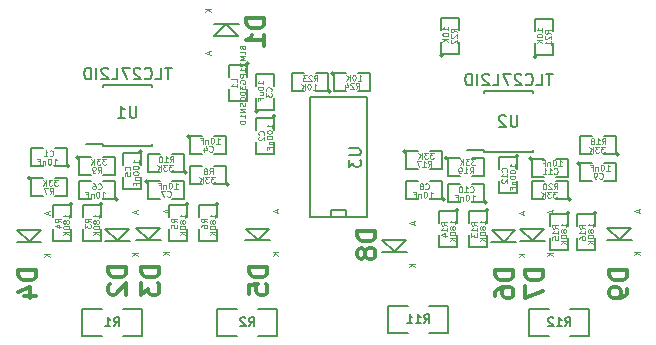
<source format=gbr>
%TF.GenerationSoftware,KiCad,Pcbnew,7.0.5.1-1-g8f565ef7f0-dirty-deb11*%
%TF.CreationDate,2023-07-05T01:08:17+00:00*%
%TF.ProjectId,VCAI2C01,56434149-3243-4303-912e-6b696361645f,rev?*%
%TF.SameCoordinates,Original*%
%TF.FileFunction,Legend,Bot*%
%TF.FilePolarity,Positive*%
%FSLAX46Y46*%
G04 Gerber Fmt 4.6, Leading zero omitted, Abs format (unit mm)*
G04 Created by KiCad (PCBNEW 7.0.5.1-1-g8f565ef7f0-dirty-deb11) date 2023-07-05 01:08:17*
%MOMM*%
%LPD*%
G01*
G04 APERTURE LIST*
%ADD10C,0.109220*%
%ADD11C,0.304800*%
%ADD12C,0.099060*%
%ADD13C,0.150000*%
%ADD14C,0.127000*%
G04 APERTURE END LIST*
D10*
%TO.C,C1*%
X1543896Y20713350D02*
X1567724Y20689522D01*
X1567724Y20689522D02*
X1639206Y20665695D01*
X1639206Y20665695D02*
X1686862Y20665695D01*
X1686862Y20665695D02*
X1758345Y20689522D01*
X1758345Y20689522D02*
X1806000Y20737178D01*
X1806000Y20737178D02*
X1829827Y20784833D01*
X1829827Y20784833D02*
X1853655Y20880143D01*
X1853655Y20880143D02*
X1853655Y20951626D01*
X1853655Y20951626D02*
X1829827Y21046937D01*
X1829827Y21046937D02*
X1806000Y21094592D01*
X1806000Y21094592D02*
X1758345Y21142247D01*
X1758345Y21142247D02*
X1686862Y21166075D01*
X1686862Y21166075D02*
X1639206Y21166075D01*
X1639206Y21166075D02*
X1567724Y21142247D01*
X1567724Y21142247D02*
X1543896Y21118420D01*
X1067344Y20665695D02*
X1353275Y20665695D01*
X1210309Y20665695D02*
X1210309Y21166075D01*
X1210309Y21166075D02*
X1257965Y21094592D01*
X1257965Y21094592D02*
X1305620Y21046937D01*
X1305620Y21046937D02*
X1353275Y21023109D01*
X1869621Y19967195D02*
X2155552Y19967195D01*
X2012586Y19967195D02*
X2012586Y20467575D01*
X2012586Y20467575D02*
X2060242Y20396092D01*
X2060242Y20396092D02*
X2107897Y20348437D01*
X2107897Y20348437D02*
X2155552Y20324609D01*
X1559862Y20467575D02*
X1512207Y20467575D01*
X1512207Y20467575D02*
X1464551Y20443747D01*
X1464551Y20443747D02*
X1440724Y20419920D01*
X1440724Y20419920D02*
X1416896Y20372264D01*
X1416896Y20372264D02*
X1393069Y20276954D01*
X1393069Y20276954D02*
X1393069Y20157816D01*
X1393069Y20157816D02*
X1416896Y20062505D01*
X1416896Y20062505D02*
X1440724Y20014850D01*
X1440724Y20014850D02*
X1464551Y19991022D01*
X1464551Y19991022D02*
X1512207Y19967195D01*
X1512207Y19967195D02*
X1559862Y19967195D01*
X1559862Y19967195D02*
X1607517Y19991022D01*
X1607517Y19991022D02*
X1631345Y20014850D01*
X1631345Y20014850D02*
X1655172Y20062505D01*
X1655172Y20062505D02*
X1679000Y20157816D01*
X1679000Y20157816D02*
X1679000Y20276954D01*
X1679000Y20276954D02*
X1655172Y20372264D01*
X1655172Y20372264D02*
X1631345Y20419920D01*
X1631345Y20419920D02*
X1607517Y20443747D01*
X1607517Y20443747D02*
X1559862Y20467575D01*
X1178620Y20300782D02*
X1178620Y19967195D01*
X1178620Y20253126D02*
X1154793Y20276954D01*
X1154793Y20276954D02*
X1107138Y20300782D01*
X1107138Y20300782D02*
X1035655Y20300782D01*
X1035655Y20300782D02*
X987999Y20276954D01*
X987999Y20276954D02*
X964172Y20229299D01*
X964172Y20229299D02*
X964172Y19967195D01*
X559102Y20229299D02*
X725895Y20229299D01*
X725895Y19967195D02*
X725895Y20467575D01*
X725895Y20467575D02*
X487619Y20467575D01*
%TO.C,C2*%
X19672650Y22498897D02*
X19696478Y22522725D01*
X19696478Y22522725D02*
X19720305Y22594207D01*
X19720305Y22594207D02*
X19720305Y22641863D01*
X19720305Y22641863D02*
X19696478Y22713346D01*
X19696478Y22713346D02*
X19648822Y22761001D01*
X19648822Y22761001D02*
X19601167Y22784828D01*
X19601167Y22784828D02*
X19505857Y22808656D01*
X19505857Y22808656D02*
X19434374Y22808656D01*
X19434374Y22808656D02*
X19339063Y22784828D01*
X19339063Y22784828D02*
X19291408Y22761001D01*
X19291408Y22761001D02*
X19243753Y22713346D01*
X19243753Y22713346D02*
X19219925Y22641863D01*
X19219925Y22641863D02*
X19219925Y22594207D01*
X19219925Y22594207D02*
X19243753Y22522725D01*
X19243753Y22522725D02*
X19267580Y22498897D01*
X19267580Y22308276D02*
X19243753Y22284448D01*
X19243753Y22284448D02*
X19219925Y22236793D01*
X19219925Y22236793D02*
X19219925Y22117655D01*
X19219925Y22117655D02*
X19243753Y22070000D01*
X19243753Y22070000D02*
X19267580Y22046172D01*
X19267580Y22046172D02*
X19315236Y22022345D01*
X19315236Y22022345D02*
X19362891Y22022345D01*
X19362891Y22022345D02*
X19434374Y22046172D01*
X19434374Y22046172D02*
X19720305Y22332104D01*
X19720305Y22332104D02*
X19720305Y22022345D01*
X20418805Y23062898D02*
X20418805Y23348829D01*
X20418805Y23205863D02*
X19918425Y23205863D01*
X19918425Y23205863D02*
X19989908Y23253519D01*
X19989908Y23253519D02*
X20037563Y23301174D01*
X20037563Y23301174D02*
X20061391Y23348829D01*
X19918425Y22753139D02*
X19918425Y22705484D01*
X19918425Y22705484D02*
X19942253Y22657828D01*
X19942253Y22657828D02*
X19966080Y22634001D01*
X19966080Y22634001D02*
X20013736Y22610173D01*
X20013736Y22610173D02*
X20109046Y22586346D01*
X20109046Y22586346D02*
X20228184Y22586346D01*
X20228184Y22586346D02*
X20323495Y22610173D01*
X20323495Y22610173D02*
X20371150Y22634001D01*
X20371150Y22634001D02*
X20394978Y22657828D01*
X20394978Y22657828D02*
X20418805Y22705484D01*
X20418805Y22705484D02*
X20418805Y22753139D01*
X20418805Y22753139D02*
X20394978Y22800794D01*
X20394978Y22800794D02*
X20371150Y22824622D01*
X20371150Y22824622D02*
X20323495Y22848449D01*
X20323495Y22848449D02*
X20228184Y22872277D01*
X20228184Y22872277D02*
X20109046Y22872277D01*
X20109046Y22872277D02*
X20013736Y22848449D01*
X20013736Y22848449D02*
X19966080Y22824622D01*
X19966080Y22824622D02*
X19942253Y22800794D01*
X19942253Y22800794D02*
X19918425Y22753139D01*
X19918425Y22276587D02*
X19918425Y22228932D01*
X19918425Y22228932D02*
X19942253Y22181276D01*
X19942253Y22181276D02*
X19966080Y22157449D01*
X19966080Y22157449D02*
X20013736Y22133621D01*
X20013736Y22133621D02*
X20109046Y22109794D01*
X20109046Y22109794D02*
X20228184Y22109794D01*
X20228184Y22109794D02*
X20323495Y22133621D01*
X20323495Y22133621D02*
X20371150Y22157449D01*
X20371150Y22157449D02*
X20394978Y22181276D01*
X20394978Y22181276D02*
X20418805Y22228932D01*
X20418805Y22228932D02*
X20418805Y22276587D01*
X20418805Y22276587D02*
X20394978Y22324242D01*
X20394978Y22324242D02*
X20371150Y22348070D01*
X20371150Y22348070D02*
X20323495Y22371897D01*
X20323495Y22371897D02*
X20228184Y22395725D01*
X20228184Y22395725D02*
X20109046Y22395725D01*
X20109046Y22395725D02*
X20013736Y22371897D01*
X20013736Y22371897D02*
X19966080Y22348070D01*
X19966080Y22348070D02*
X19942253Y22324242D01*
X19942253Y22324242D02*
X19918425Y22276587D01*
X20085218Y21895345D02*
X20418805Y21895345D01*
X20132874Y21895345D02*
X20109046Y21871518D01*
X20109046Y21871518D02*
X20085218Y21823863D01*
X20085218Y21823863D02*
X20085218Y21752380D01*
X20085218Y21752380D02*
X20109046Y21704724D01*
X20109046Y21704724D02*
X20156701Y21680897D01*
X20156701Y21680897D02*
X20418805Y21680897D01*
X20156701Y21275827D02*
X20156701Y21442620D01*
X20418805Y21442620D02*
X19918425Y21442620D01*
X19918425Y21442620D02*
X19918425Y21204344D01*
%TO.C,C3*%
X20307650Y26181897D02*
X20331478Y26205725D01*
X20331478Y26205725D02*
X20355305Y26277207D01*
X20355305Y26277207D02*
X20355305Y26324863D01*
X20355305Y26324863D02*
X20331478Y26396346D01*
X20331478Y26396346D02*
X20283822Y26444001D01*
X20283822Y26444001D02*
X20236167Y26467828D01*
X20236167Y26467828D02*
X20140857Y26491656D01*
X20140857Y26491656D02*
X20069374Y26491656D01*
X20069374Y26491656D02*
X19974063Y26467828D01*
X19974063Y26467828D02*
X19926408Y26444001D01*
X19926408Y26444001D02*
X19878753Y26396346D01*
X19878753Y26396346D02*
X19854925Y26324863D01*
X19854925Y26324863D02*
X19854925Y26277207D01*
X19854925Y26277207D02*
X19878753Y26205725D01*
X19878753Y26205725D02*
X19902580Y26181897D01*
X19854925Y26015104D02*
X19854925Y25705345D01*
X19854925Y25705345D02*
X20045546Y25872138D01*
X20045546Y25872138D02*
X20045546Y25800655D01*
X20045546Y25800655D02*
X20069374Y25753000D01*
X20069374Y25753000D02*
X20093201Y25729172D01*
X20093201Y25729172D02*
X20140857Y25705345D01*
X20140857Y25705345D02*
X20259995Y25705345D01*
X20259995Y25705345D02*
X20307650Y25729172D01*
X20307650Y25729172D02*
X20331478Y25753000D01*
X20331478Y25753000D02*
X20355305Y25800655D01*
X20355305Y25800655D02*
X20355305Y25943621D01*
X20355305Y25943621D02*
X20331478Y25991276D01*
X20331478Y25991276D02*
X20307650Y26015104D01*
X19656805Y26761622D02*
X19656805Y27047553D01*
X19656805Y26904587D02*
X19156425Y26904587D01*
X19156425Y26904587D02*
X19227908Y26952243D01*
X19227908Y26952243D02*
X19275563Y26999898D01*
X19275563Y26999898D02*
X19299391Y27047553D01*
X19156425Y26451863D02*
X19156425Y26404208D01*
X19156425Y26404208D02*
X19180253Y26356552D01*
X19180253Y26356552D02*
X19204080Y26332725D01*
X19204080Y26332725D02*
X19251736Y26308897D01*
X19251736Y26308897D02*
X19347046Y26285070D01*
X19347046Y26285070D02*
X19466184Y26285070D01*
X19466184Y26285070D02*
X19561495Y26308897D01*
X19561495Y26308897D02*
X19609150Y26332725D01*
X19609150Y26332725D02*
X19632978Y26356552D01*
X19632978Y26356552D02*
X19656805Y26404208D01*
X19656805Y26404208D02*
X19656805Y26451863D01*
X19656805Y26451863D02*
X19632978Y26499518D01*
X19632978Y26499518D02*
X19609150Y26523346D01*
X19609150Y26523346D02*
X19561495Y26547173D01*
X19561495Y26547173D02*
X19466184Y26571001D01*
X19466184Y26571001D02*
X19347046Y26571001D01*
X19347046Y26571001D02*
X19251736Y26547173D01*
X19251736Y26547173D02*
X19204080Y26523346D01*
X19204080Y26523346D02*
X19180253Y26499518D01*
X19180253Y26499518D02*
X19156425Y26451863D01*
X19323218Y25856173D02*
X19656805Y25856173D01*
X19323218Y26070621D02*
X19585322Y26070621D01*
X19585322Y26070621D02*
X19632978Y26046794D01*
X19632978Y26046794D02*
X19656805Y25999139D01*
X19656805Y25999139D02*
X19656805Y25927656D01*
X19656805Y25927656D02*
X19632978Y25880000D01*
X19632978Y25880000D02*
X19609150Y25856173D01*
X19394701Y25451103D02*
X19394701Y25617896D01*
X19656805Y25617896D02*
X19156425Y25617896D01*
X19156425Y25617896D02*
X19156425Y25379620D01*
%TO.C,C4*%
X15069396Y21094350D02*
X15093224Y21070522D01*
X15093224Y21070522D02*
X15164706Y21046695D01*
X15164706Y21046695D02*
X15212362Y21046695D01*
X15212362Y21046695D02*
X15283845Y21070522D01*
X15283845Y21070522D02*
X15331500Y21118178D01*
X15331500Y21118178D02*
X15355327Y21165833D01*
X15355327Y21165833D02*
X15379155Y21261143D01*
X15379155Y21261143D02*
X15379155Y21332626D01*
X15379155Y21332626D02*
X15355327Y21427937D01*
X15355327Y21427937D02*
X15331500Y21475592D01*
X15331500Y21475592D02*
X15283845Y21523247D01*
X15283845Y21523247D02*
X15212362Y21547075D01*
X15212362Y21547075D02*
X15164706Y21547075D01*
X15164706Y21547075D02*
X15093224Y21523247D01*
X15093224Y21523247D02*
X15069396Y21499420D01*
X14640499Y21380282D02*
X14640499Y21046695D01*
X14759637Y21570902D02*
X14878775Y21213488D01*
X14878775Y21213488D02*
X14569016Y21213488D01*
X15649121Y21745195D02*
X15935052Y21745195D01*
X15792086Y21745195D02*
X15792086Y22245575D01*
X15792086Y22245575D02*
X15839742Y22174092D01*
X15839742Y22174092D02*
X15887397Y22126437D01*
X15887397Y22126437D02*
X15935052Y22102609D01*
X15339362Y22245575D02*
X15291707Y22245575D01*
X15291707Y22245575D02*
X15244051Y22221747D01*
X15244051Y22221747D02*
X15220224Y22197920D01*
X15220224Y22197920D02*
X15196396Y22150264D01*
X15196396Y22150264D02*
X15172569Y22054954D01*
X15172569Y22054954D02*
X15172569Y21935816D01*
X15172569Y21935816D02*
X15196396Y21840505D01*
X15196396Y21840505D02*
X15220224Y21792850D01*
X15220224Y21792850D02*
X15244051Y21769022D01*
X15244051Y21769022D02*
X15291707Y21745195D01*
X15291707Y21745195D02*
X15339362Y21745195D01*
X15339362Y21745195D02*
X15387017Y21769022D01*
X15387017Y21769022D02*
X15410845Y21792850D01*
X15410845Y21792850D02*
X15434672Y21840505D01*
X15434672Y21840505D02*
X15458500Y21935816D01*
X15458500Y21935816D02*
X15458500Y22054954D01*
X15458500Y22054954D02*
X15434672Y22150264D01*
X15434672Y22150264D02*
X15410845Y22197920D01*
X15410845Y22197920D02*
X15387017Y22221747D01*
X15387017Y22221747D02*
X15339362Y22245575D01*
X14958120Y22078782D02*
X14958120Y21745195D01*
X14958120Y22031126D02*
X14934293Y22054954D01*
X14934293Y22054954D02*
X14886638Y22078782D01*
X14886638Y22078782D02*
X14815155Y22078782D01*
X14815155Y22078782D02*
X14767499Y22054954D01*
X14767499Y22054954D02*
X14743672Y22007299D01*
X14743672Y22007299D02*
X14743672Y21745195D01*
X14338602Y22007299D02*
X14505395Y22007299D01*
X14505395Y21745195D02*
X14505395Y22245575D01*
X14505395Y22245575D02*
X14267119Y22245575D01*
%TO.C,C5*%
X8344250Y19488997D02*
X8368078Y19512825D01*
X8368078Y19512825D02*
X8391905Y19584307D01*
X8391905Y19584307D02*
X8391905Y19631963D01*
X8391905Y19631963D02*
X8368078Y19703446D01*
X8368078Y19703446D02*
X8320422Y19751101D01*
X8320422Y19751101D02*
X8272767Y19774928D01*
X8272767Y19774928D02*
X8177457Y19798756D01*
X8177457Y19798756D02*
X8105974Y19798756D01*
X8105974Y19798756D02*
X8010663Y19774928D01*
X8010663Y19774928D02*
X7963008Y19751101D01*
X7963008Y19751101D02*
X7915353Y19703446D01*
X7915353Y19703446D02*
X7891525Y19631963D01*
X7891525Y19631963D02*
X7891525Y19584307D01*
X7891525Y19584307D02*
X7915353Y19512825D01*
X7915353Y19512825D02*
X7939180Y19488997D01*
X7891525Y19036272D02*
X7891525Y19274548D01*
X7891525Y19274548D02*
X8129801Y19298376D01*
X8129801Y19298376D02*
X8105974Y19274548D01*
X8105974Y19274548D02*
X8082146Y19226893D01*
X8082146Y19226893D02*
X8082146Y19107755D01*
X8082146Y19107755D02*
X8105974Y19060100D01*
X8105974Y19060100D02*
X8129801Y19036272D01*
X8129801Y19036272D02*
X8177457Y19012445D01*
X8177457Y19012445D02*
X8296595Y19012445D01*
X8296595Y19012445D02*
X8344250Y19036272D01*
X8344250Y19036272D02*
X8368078Y19060100D01*
X8368078Y19060100D02*
X8391905Y19107755D01*
X8391905Y19107755D02*
X8391905Y19226893D01*
X8391905Y19226893D02*
X8368078Y19274548D01*
X8368078Y19274548D02*
X8344250Y19298376D01*
X9090405Y20052998D02*
X9090405Y20338929D01*
X9090405Y20195963D02*
X8590025Y20195963D01*
X8590025Y20195963D02*
X8661508Y20243619D01*
X8661508Y20243619D02*
X8709163Y20291274D01*
X8709163Y20291274D02*
X8732991Y20338929D01*
X8590025Y19743239D02*
X8590025Y19695584D01*
X8590025Y19695584D02*
X8613853Y19647928D01*
X8613853Y19647928D02*
X8637680Y19624101D01*
X8637680Y19624101D02*
X8685336Y19600273D01*
X8685336Y19600273D02*
X8780646Y19576446D01*
X8780646Y19576446D02*
X8899784Y19576446D01*
X8899784Y19576446D02*
X8995095Y19600273D01*
X8995095Y19600273D02*
X9042750Y19624101D01*
X9042750Y19624101D02*
X9066578Y19647928D01*
X9066578Y19647928D02*
X9090405Y19695584D01*
X9090405Y19695584D02*
X9090405Y19743239D01*
X9090405Y19743239D02*
X9066578Y19790894D01*
X9066578Y19790894D02*
X9042750Y19814722D01*
X9042750Y19814722D02*
X8995095Y19838549D01*
X8995095Y19838549D02*
X8899784Y19862377D01*
X8899784Y19862377D02*
X8780646Y19862377D01*
X8780646Y19862377D02*
X8685336Y19838549D01*
X8685336Y19838549D02*
X8637680Y19814722D01*
X8637680Y19814722D02*
X8613853Y19790894D01*
X8613853Y19790894D02*
X8590025Y19743239D01*
X8590025Y19266687D02*
X8590025Y19219032D01*
X8590025Y19219032D02*
X8613853Y19171376D01*
X8613853Y19171376D02*
X8637680Y19147549D01*
X8637680Y19147549D02*
X8685336Y19123721D01*
X8685336Y19123721D02*
X8780646Y19099894D01*
X8780646Y19099894D02*
X8899784Y19099894D01*
X8899784Y19099894D02*
X8995095Y19123721D01*
X8995095Y19123721D02*
X9042750Y19147549D01*
X9042750Y19147549D02*
X9066578Y19171376D01*
X9066578Y19171376D02*
X9090405Y19219032D01*
X9090405Y19219032D02*
X9090405Y19266687D01*
X9090405Y19266687D02*
X9066578Y19314342D01*
X9066578Y19314342D02*
X9042750Y19338170D01*
X9042750Y19338170D02*
X8995095Y19361997D01*
X8995095Y19361997D02*
X8899784Y19385825D01*
X8899784Y19385825D02*
X8780646Y19385825D01*
X8780646Y19385825D02*
X8685336Y19361997D01*
X8685336Y19361997D02*
X8637680Y19338170D01*
X8637680Y19338170D02*
X8613853Y19314342D01*
X8613853Y19314342D02*
X8590025Y19266687D01*
X8756818Y18885445D02*
X9090405Y18885445D01*
X8804474Y18885445D02*
X8780646Y18861618D01*
X8780646Y18861618D02*
X8756818Y18813963D01*
X8756818Y18813963D02*
X8756818Y18742480D01*
X8756818Y18742480D02*
X8780646Y18694824D01*
X8780646Y18694824D02*
X8828301Y18670997D01*
X8828301Y18670997D02*
X9090405Y18670997D01*
X8828301Y18265927D02*
X8828301Y18432720D01*
X9090405Y18432720D02*
X8590025Y18432720D01*
X8590025Y18432720D02*
X8590025Y18194444D01*
%TO.C,C6*%
X5633296Y17919350D02*
X5657124Y17895522D01*
X5657124Y17895522D02*
X5728606Y17871695D01*
X5728606Y17871695D02*
X5776262Y17871695D01*
X5776262Y17871695D02*
X5847745Y17895522D01*
X5847745Y17895522D02*
X5895400Y17943178D01*
X5895400Y17943178D02*
X5919227Y17990833D01*
X5919227Y17990833D02*
X5943055Y18086143D01*
X5943055Y18086143D02*
X5943055Y18157626D01*
X5943055Y18157626D02*
X5919227Y18252937D01*
X5919227Y18252937D02*
X5895400Y18300592D01*
X5895400Y18300592D02*
X5847745Y18348247D01*
X5847745Y18348247D02*
X5776262Y18372075D01*
X5776262Y18372075D02*
X5728606Y18372075D01*
X5728606Y18372075D02*
X5657124Y18348247D01*
X5657124Y18348247D02*
X5633296Y18324420D01*
X5204399Y18372075D02*
X5299709Y18372075D01*
X5299709Y18372075D02*
X5347365Y18348247D01*
X5347365Y18348247D02*
X5371192Y18324420D01*
X5371192Y18324420D02*
X5418847Y18252937D01*
X5418847Y18252937D02*
X5442675Y18157626D01*
X5442675Y18157626D02*
X5442675Y17967005D01*
X5442675Y17967005D02*
X5418847Y17919350D01*
X5418847Y17919350D02*
X5395020Y17895522D01*
X5395020Y17895522D02*
X5347365Y17871695D01*
X5347365Y17871695D02*
X5252054Y17871695D01*
X5252054Y17871695D02*
X5204399Y17895522D01*
X5204399Y17895522D02*
X5180571Y17919350D01*
X5180571Y17919350D02*
X5156744Y17967005D01*
X5156744Y17967005D02*
X5156744Y18086143D01*
X5156744Y18086143D02*
X5180571Y18133799D01*
X5180571Y18133799D02*
X5204399Y18157626D01*
X5204399Y18157626D02*
X5252054Y18181454D01*
X5252054Y18181454D02*
X5347365Y18181454D01*
X5347365Y18181454D02*
X5395020Y18157626D01*
X5395020Y18157626D02*
X5418847Y18133799D01*
X5418847Y18133799D02*
X5442675Y18086143D01*
X5959021Y17173195D02*
X6244952Y17173195D01*
X6101986Y17173195D02*
X6101986Y17673575D01*
X6101986Y17673575D02*
X6149642Y17602092D01*
X6149642Y17602092D02*
X6197297Y17554437D01*
X6197297Y17554437D02*
X6244952Y17530609D01*
X5649262Y17673575D02*
X5601607Y17673575D01*
X5601607Y17673575D02*
X5553951Y17649747D01*
X5553951Y17649747D02*
X5530124Y17625920D01*
X5530124Y17625920D02*
X5506296Y17578264D01*
X5506296Y17578264D02*
X5482469Y17482954D01*
X5482469Y17482954D02*
X5482469Y17363816D01*
X5482469Y17363816D02*
X5506296Y17268505D01*
X5506296Y17268505D02*
X5530124Y17220850D01*
X5530124Y17220850D02*
X5553951Y17197022D01*
X5553951Y17197022D02*
X5601607Y17173195D01*
X5601607Y17173195D02*
X5649262Y17173195D01*
X5649262Y17173195D02*
X5696917Y17197022D01*
X5696917Y17197022D02*
X5720745Y17220850D01*
X5720745Y17220850D02*
X5744572Y17268505D01*
X5744572Y17268505D02*
X5768400Y17363816D01*
X5768400Y17363816D02*
X5768400Y17482954D01*
X5768400Y17482954D02*
X5744572Y17578264D01*
X5744572Y17578264D02*
X5720745Y17625920D01*
X5720745Y17625920D02*
X5696917Y17649747D01*
X5696917Y17649747D02*
X5649262Y17673575D01*
X5268020Y17506782D02*
X5268020Y17173195D01*
X5268020Y17459126D02*
X5244193Y17482954D01*
X5244193Y17482954D02*
X5196538Y17506782D01*
X5196538Y17506782D02*
X5125055Y17506782D01*
X5125055Y17506782D02*
X5077399Y17482954D01*
X5077399Y17482954D02*
X5053572Y17435299D01*
X5053572Y17435299D02*
X5053572Y17173195D01*
X4648502Y17435299D02*
X4815295Y17435299D01*
X4815295Y17173195D02*
X4815295Y17673575D01*
X4815295Y17673575D02*
X4577019Y17673575D01*
%TO.C,C7*%
X11513396Y17284350D02*
X11537224Y17260522D01*
X11537224Y17260522D02*
X11608706Y17236695D01*
X11608706Y17236695D02*
X11656362Y17236695D01*
X11656362Y17236695D02*
X11727845Y17260522D01*
X11727845Y17260522D02*
X11775500Y17308178D01*
X11775500Y17308178D02*
X11799327Y17355833D01*
X11799327Y17355833D02*
X11823155Y17451143D01*
X11823155Y17451143D02*
X11823155Y17522626D01*
X11823155Y17522626D02*
X11799327Y17617937D01*
X11799327Y17617937D02*
X11775500Y17665592D01*
X11775500Y17665592D02*
X11727845Y17713247D01*
X11727845Y17713247D02*
X11656362Y17737075D01*
X11656362Y17737075D02*
X11608706Y17737075D01*
X11608706Y17737075D02*
X11537224Y17713247D01*
X11537224Y17713247D02*
X11513396Y17689420D01*
X11346603Y17737075D02*
X11013016Y17737075D01*
X11013016Y17737075D02*
X11227465Y17236695D01*
X12093121Y17935195D02*
X12379052Y17935195D01*
X12236086Y17935195D02*
X12236086Y18435575D01*
X12236086Y18435575D02*
X12283742Y18364092D01*
X12283742Y18364092D02*
X12331397Y18316437D01*
X12331397Y18316437D02*
X12379052Y18292609D01*
X11783362Y18435575D02*
X11735707Y18435575D01*
X11735707Y18435575D02*
X11688051Y18411747D01*
X11688051Y18411747D02*
X11664224Y18387920D01*
X11664224Y18387920D02*
X11640396Y18340264D01*
X11640396Y18340264D02*
X11616569Y18244954D01*
X11616569Y18244954D02*
X11616569Y18125816D01*
X11616569Y18125816D02*
X11640396Y18030505D01*
X11640396Y18030505D02*
X11664224Y17982850D01*
X11664224Y17982850D02*
X11688051Y17959022D01*
X11688051Y17959022D02*
X11735707Y17935195D01*
X11735707Y17935195D02*
X11783362Y17935195D01*
X11783362Y17935195D02*
X11831017Y17959022D01*
X11831017Y17959022D02*
X11854845Y17982850D01*
X11854845Y17982850D02*
X11878672Y18030505D01*
X11878672Y18030505D02*
X11902500Y18125816D01*
X11902500Y18125816D02*
X11902500Y18244954D01*
X11902500Y18244954D02*
X11878672Y18340264D01*
X11878672Y18340264D02*
X11854845Y18387920D01*
X11854845Y18387920D02*
X11831017Y18411747D01*
X11831017Y18411747D02*
X11783362Y18435575D01*
X11402120Y18268782D02*
X11402120Y17935195D01*
X11402120Y18221126D02*
X11378293Y18244954D01*
X11378293Y18244954D02*
X11330638Y18268782D01*
X11330638Y18268782D02*
X11259155Y18268782D01*
X11259155Y18268782D02*
X11211499Y18244954D01*
X11211499Y18244954D02*
X11187672Y18197299D01*
X11187672Y18197299D02*
X11187672Y17935195D01*
X10782602Y18197299D02*
X10949395Y18197299D01*
X10949395Y17935195D02*
X10949395Y18435575D01*
X10949395Y18435575D02*
X10711119Y18435575D01*
%TO.C,C8*%
X33357396Y17919350D02*
X33381224Y17895522D01*
X33381224Y17895522D02*
X33452706Y17871695D01*
X33452706Y17871695D02*
X33500362Y17871695D01*
X33500362Y17871695D02*
X33571845Y17895522D01*
X33571845Y17895522D02*
X33619500Y17943178D01*
X33619500Y17943178D02*
X33643327Y17990833D01*
X33643327Y17990833D02*
X33667155Y18086143D01*
X33667155Y18086143D02*
X33667155Y18157626D01*
X33667155Y18157626D02*
X33643327Y18252937D01*
X33643327Y18252937D02*
X33619500Y18300592D01*
X33619500Y18300592D02*
X33571845Y18348247D01*
X33571845Y18348247D02*
X33500362Y18372075D01*
X33500362Y18372075D02*
X33452706Y18372075D01*
X33452706Y18372075D02*
X33381224Y18348247D01*
X33381224Y18348247D02*
X33357396Y18324420D01*
X33071465Y18157626D02*
X33119120Y18181454D01*
X33119120Y18181454D02*
X33142947Y18205282D01*
X33142947Y18205282D02*
X33166775Y18252937D01*
X33166775Y18252937D02*
X33166775Y18276764D01*
X33166775Y18276764D02*
X33142947Y18324420D01*
X33142947Y18324420D02*
X33119120Y18348247D01*
X33119120Y18348247D02*
X33071465Y18372075D01*
X33071465Y18372075D02*
X32976154Y18372075D01*
X32976154Y18372075D02*
X32928499Y18348247D01*
X32928499Y18348247D02*
X32904671Y18324420D01*
X32904671Y18324420D02*
X32880844Y18276764D01*
X32880844Y18276764D02*
X32880844Y18252937D01*
X32880844Y18252937D02*
X32904671Y18205282D01*
X32904671Y18205282D02*
X32928499Y18181454D01*
X32928499Y18181454D02*
X32976154Y18157626D01*
X32976154Y18157626D02*
X33071465Y18157626D01*
X33071465Y18157626D02*
X33119120Y18133799D01*
X33119120Y18133799D02*
X33142947Y18109971D01*
X33142947Y18109971D02*
X33166775Y18062316D01*
X33166775Y18062316D02*
X33166775Y17967005D01*
X33166775Y17967005D02*
X33142947Y17919350D01*
X33142947Y17919350D02*
X33119120Y17895522D01*
X33119120Y17895522D02*
X33071465Y17871695D01*
X33071465Y17871695D02*
X32976154Y17871695D01*
X32976154Y17871695D02*
X32928499Y17895522D01*
X32928499Y17895522D02*
X32904671Y17919350D01*
X32904671Y17919350D02*
X32880844Y17967005D01*
X32880844Y17967005D02*
X32880844Y18062316D01*
X32880844Y18062316D02*
X32904671Y18109971D01*
X32904671Y18109971D02*
X32928499Y18133799D01*
X32928499Y18133799D02*
X32976154Y18157626D01*
X33683121Y17173195D02*
X33969052Y17173195D01*
X33826086Y17173195D02*
X33826086Y17673575D01*
X33826086Y17673575D02*
X33873742Y17602092D01*
X33873742Y17602092D02*
X33921397Y17554437D01*
X33921397Y17554437D02*
X33969052Y17530609D01*
X33373362Y17673575D02*
X33325707Y17673575D01*
X33325707Y17673575D02*
X33278051Y17649747D01*
X33278051Y17649747D02*
X33254224Y17625920D01*
X33254224Y17625920D02*
X33230396Y17578264D01*
X33230396Y17578264D02*
X33206569Y17482954D01*
X33206569Y17482954D02*
X33206569Y17363816D01*
X33206569Y17363816D02*
X33230396Y17268505D01*
X33230396Y17268505D02*
X33254224Y17220850D01*
X33254224Y17220850D02*
X33278051Y17197022D01*
X33278051Y17197022D02*
X33325707Y17173195D01*
X33325707Y17173195D02*
X33373362Y17173195D01*
X33373362Y17173195D02*
X33421017Y17197022D01*
X33421017Y17197022D02*
X33444845Y17220850D01*
X33444845Y17220850D02*
X33468672Y17268505D01*
X33468672Y17268505D02*
X33492500Y17363816D01*
X33492500Y17363816D02*
X33492500Y17482954D01*
X33492500Y17482954D02*
X33468672Y17578264D01*
X33468672Y17578264D02*
X33444845Y17625920D01*
X33444845Y17625920D02*
X33421017Y17649747D01*
X33421017Y17649747D02*
X33373362Y17673575D01*
X32992120Y17506782D02*
X32992120Y17173195D01*
X32992120Y17459126D02*
X32968293Y17482954D01*
X32968293Y17482954D02*
X32920638Y17506782D01*
X32920638Y17506782D02*
X32849155Y17506782D01*
X32849155Y17506782D02*
X32801499Y17482954D01*
X32801499Y17482954D02*
X32777672Y17435299D01*
X32777672Y17435299D02*
X32777672Y17173195D01*
X32372602Y17435299D02*
X32539395Y17435299D01*
X32539395Y17173195D02*
X32539395Y17673575D01*
X32539395Y17673575D02*
X32301119Y17673575D01*
%TO.C,C9*%
X48089396Y18808350D02*
X48113224Y18784522D01*
X48113224Y18784522D02*
X48184706Y18760695D01*
X48184706Y18760695D02*
X48232362Y18760695D01*
X48232362Y18760695D02*
X48303845Y18784522D01*
X48303845Y18784522D02*
X48351500Y18832178D01*
X48351500Y18832178D02*
X48375327Y18879833D01*
X48375327Y18879833D02*
X48399155Y18975143D01*
X48399155Y18975143D02*
X48399155Y19046626D01*
X48399155Y19046626D02*
X48375327Y19141937D01*
X48375327Y19141937D02*
X48351500Y19189592D01*
X48351500Y19189592D02*
X48303845Y19237247D01*
X48303845Y19237247D02*
X48232362Y19261075D01*
X48232362Y19261075D02*
X48184706Y19261075D01*
X48184706Y19261075D02*
X48113224Y19237247D01*
X48113224Y19237247D02*
X48089396Y19213420D01*
X47851120Y18760695D02*
X47755809Y18760695D01*
X47755809Y18760695D02*
X47708154Y18784522D01*
X47708154Y18784522D02*
X47684326Y18808350D01*
X47684326Y18808350D02*
X47636671Y18879833D01*
X47636671Y18879833D02*
X47612844Y18975143D01*
X47612844Y18975143D02*
X47612844Y19165764D01*
X47612844Y19165764D02*
X47636671Y19213420D01*
X47636671Y19213420D02*
X47660499Y19237247D01*
X47660499Y19237247D02*
X47708154Y19261075D01*
X47708154Y19261075D02*
X47803465Y19261075D01*
X47803465Y19261075D02*
X47851120Y19237247D01*
X47851120Y19237247D02*
X47874947Y19213420D01*
X47874947Y19213420D02*
X47898775Y19165764D01*
X47898775Y19165764D02*
X47898775Y19046626D01*
X47898775Y19046626D02*
X47874947Y18998971D01*
X47874947Y18998971D02*
X47851120Y18975143D01*
X47851120Y18975143D02*
X47803465Y18951316D01*
X47803465Y18951316D02*
X47708154Y18951316D01*
X47708154Y18951316D02*
X47660499Y18975143D01*
X47660499Y18975143D02*
X47636671Y18998971D01*
X47636671Y18998971D02*
X47612844Y19046626D01*
X48669121Y19459195D02*
X48955052Y19459195D01*
X48812086Y19459195D02*
X48812086Y19959575D01*
X48812086Y19959575D02*
X48859742Y19888092D01*
X48859742Y19888092D02*
X48907397Y19840437D01*
X48907397Y19840437D02*
X48955052Y19816609D01*
X48359362Y19959575D02*
X48311707Y19959575D01*
X48311707Y19959575D02*
X48264051Y19935747D01*
X48264051Y19935747D02*
X48240224Y19911920D01*
X48240224Y19911920D02*
X48216396Y19864264D01*
X48216396Y19864264D02*
X48192569Y19768954D01*
X48192569Y19768954D02*
X48192569Y19649816D01*
X48192569Y19649816D02*
X48216396Y19554505D01*
X48216396Y19554505D02*
X48240224Y19506850D01*
X48240224Y19506850D02*
X48264051Y19483022D01*
X48264051Y19483022D02*
X48311707Y19459195D01*
X48311707Y19459195D02*
X48359362Y19459195D01*
X48359362Y19459195D02*
X48407017Y19483022D01*
X48407017Y19483022D02*
X48430845Y19506850D01*
X48430845Y19506850D02*
X48454672Y19554505D01*
X48454672Y19554505D02*
X48478500Y19649816D01*
X48478500Y19649816D02*
X48478500Y19768954D01*
X48478500Y19768954D02*
X48454672Y19864264D01*
X48454672Y19864264D02*
X48430845Y19911920D01*
X48430845Y19911920D02*
X48407017Y19935747D01*
X48407017Y19935747D02*
X48359362Y19959575D01*
X47978120Y19792782D02*
X47978120Y19459195D01*
X47978120Y19745126D02*
X47954293Y19768954D01*
X47954293Y19768954D02*
X47906638Y19792782D01*
X47906638Y19792782D02*
X47835155Y19792782D01*
X47835155Y19792782D02*
X47787499Y19768954D01*
X47787499Y19768954D02*
X47763672Y19721299D01*
X47763672Y19721299D02*
X47763672Y19459195D01*
X47358602Y19721299D02*
X47525395Y19721299D01*
X47525395Y19459195D02*
X47525395Y19959575D01*
X47525395Y19959575D02*
X47287119Y19959575D01*
%TO.C,C10*%
X37151672Y17665350D02*
X37175500Y17641522D01*
X37175500Y17641522D02*
X37246982Y17617695D01*
X37246982Y17617695D02*
X37294638Y17617695D01*
X37294638Y17617695D02*
X37366121Y17641522D01*
X37366121Y17641522D02*
X37413776Y17689178D01*
X37413776Y17689178D02*
X37437603Y17736833D01*
X37437603Y17736833D02*
X37461431Y17832143D01*
X37461431Y17832143D02*
X37461431Y17903626D01*
X37461431Y17903626D02*
X37437603Y17998937D01*
X37437603Y17998937D02*
X37413776Y18046592D01*
X37413776Y18046592D02*
X37366121Y18094247D01*
X37366121Y18094247D02*
X37294638Y18118075D01*
X37294638Y18118075D02*
X37246982Y18118075D01*
X37246982Y18118075D02*
X37175500Y18094247D01*
X37175500Y18094247D02*
X37151672Y18070420D01*
X36675120Y17617695D02*
X36961051Y17617695D01*
X36818085Y17617695D02*
X36818085Y18118075D01*
X36818085Y18118075D02*
X36865741Y18046592D01*
X36865741Y18046592D02*
X36913396Y17998937D01*
X36913396Y17998937D02*
X36961051Y17975109D01*
X36365361Y18118075D02*
X36317706Y18118075D01*
X36317706Y18118075D02*
X36270050Y18094247D01*
X36270050Y18094247D02*
X36246223Y18070420D01*
X36246223Y18070420D02*
X36222395Y18022764D01*
X36222395Y18022764D02*
X36198568Y17927454D01*
X36198568Y17927454D02*
X36198568Y17808316D01*
X36198568Y17808316D02*
X36222395Y17713005D01*
X36222395Y17713005D02*
X36246223Y17665350D01*
X36246223Y17665350D02*
X36270050Y17641522D01*
X36270050Y17641522D02*
X36317706Y17617695D01*
X36317706Y17617695D02*
X36365361Y17617695D01*
X36365361Y17617695D02*
X36413016Y17641522D01*
X36413016Y17641522D02*
X36436844Y17665350D01*
X36436844Y17665350D02*
X36460671Y17713005D01*
X36460671Y17713005D02*
X36484499Y17808316D01*
X36484499Y17808316D02*
X36484499Y17927454D01*
X36484499Y17927454D02*
X36460671Y18022764D01*
X36460671Y18022764D02*
X36436844Y18070420D01*
X36436844Y18070420D02*
X36413016Y18094247D01*
X36413016Y18094247D02*
X36365361Y18118075D01*
X37239121Y16919195D02*
X37525052Y16919195D01*
X37382086Y16919195D02*
X37382086Y17419575D01*
X37382086Y17419575D02*
X37429742Y17348092D01*
X37429742Y17348092D02*
X37477397Y17300437D01*
X37477397Y17300437D02*
X37525052Y17276609D01*
X36929362Y17419575D02*
X36881707Y17419575D01*
X36881707Y17419575D02*
X36834051Y17395747D01*
X36834051Y17395747D02*
X36810224Y17371920D01*
X36810224Y17371920D02*
X36786396Y17324264D01*
X36786396Y17324264D02*
X36762569Y17228954D01*
X36762569Y17228954D02*
X36762569Y17109816D01*
X36762569Y17109816D02*
X36786396Y17014505D01*
X36786396Y17014505D02*
X36810224Y16966850D01*
X36810224Y16966850D02*
X36834051Y16943022D01*
X36834051Y16943022D02*
X36881707Y16919195D01*
X36881707Y16919195D02*
X36929362Y16919195D01*
X36929362Y16919195D02*
X36977017Y16943022D01*
X36977017Y16943022D02*
X37000845Y16966850D01*
X37000845Y16966850D02*
X37024672Y17014505D01*
X37024672Y17014505D02*
X37048500Y17109816D01*
X37048500Y17109816D02*
X37048500Y17228954D01*
X37048500Y17228954D02*
X37024672Y17324264D01*
X37024672Y17324264D02*
X37000845Y17371920D01*
X37000845Y17371920D02*
X36977017Y17395747D01*
X36977017Y17395747D02*
X36929362Y17419575D01*
X36548120Y17252782D02*
X36548120Y16919195D01*
X36548120Y17205126D02*
X36524293Y17228954D01*
X36524293Y17228954D02*
X36476638Y17252782D01*
X36476638Y17252782D02*
X36405155Y17252782D01*
X36405155Y17252782D02*
X36357499Y17228954D01*
X36357499Y17228954D02*
X36333672Y17181299D01*
X36333672Y17181299D02*
X36333672Y16919195D01*
X35928602Y17181299D02*
X36095395Y17181299D01*
X36095395Y16919195D02*
X36095395Y17419575D01*
X36095395Y17419575D02*
X35857119Y17419575D01*
%TO.C,C11*%
X44263672Y19214750D02*
X44287500Y19190922D01*
X44287500Y19190922D02*
X44358982Y19167095D01*
X44358982Y19167095D02*
X44406638Y19167095D01*
X44406638Y19167095D02*
X44478121Y19190922D01*
X44478121Y19190922D02*
X44525776Y19238578D01*
X44525776Y19238578D02*
X44549603Y19286233D01*
X44549603Y19286233D02*
X44573431Y19381543D01*
X44573431Y19381543D02*
X44573431Y19453026D01*
X44573431Y19453026D02*
X44549603Y19548337D01*
X44549603Y19548337D02*
X44525776Y19595992D01*
X44525776Y19595992D02*
X44478121Y19643647D01*
X44478121Y19643647D02*
X44406638Y19667475D01*
X44406638Y19667475D02*
X44358982Y19667475D01*
X44358982Y19667475D02*
X44287500Y19643647D01*
X44287500Y19643647D02*
X44263672Y19619820D01*
X43787120Y19167095D02*
X44073051Y19167095D01*
X43930085Y19167095D02*
X43930085Y19667475D01*
X43930085Y19667475D02*
X43977741Y19595992D01*
X43977741Y19595992D02*
X44025396Y19548337D01*
X44025396Y19548337D02*
X44073051Y19524509D01*
X43310568Y19167095D02*
X43596499Y19167095D01*
X43453533Y19167095D02*
X43453533Y19667475D01*
X43453533Y19667475D02*
X43501189Y19595992D01*
X43501189Y19595992D02*
X43548844Y19548337D01*
X43548844Y19548337D02*
X43596499Y19524509D01*
X44605121Y19865595D02*
X44891052Y19865595D01*
X44748086Y19865595D02*
X44748086Y20365975D01*
X44748086Y20365975D02*
X44795742Y20294492D01*
X44795742Y20294492D02*
X44843397Y20246837D01*
X44843397Y20246837D02*
X44891052Y20223009D01*
X44295362Y20365975D02*
X44247707Y20365975D01*
X44247707Y20365975D02*
X44200051Y20342147D01*
X44200051Y20342147D02*
X44176224Y20318320D01*
X44176224Y20318320D02*
X44152396Y20270664D01*
X44152396Y20270664D02*
X44128569Y20175354D01*
X44128569Y20175354D02*
X44128569Y20056216D01*
X44128569Y20056216D02*
X44152396Y19960905D01*
X44152396Y19960905D02*
X44176224Y19913250D01*
X44176224Y19913250D02*
X44200051Y19889422D01*
X44200051Y19889422D02*
X44247707Y19865595D01*
X44247707Y19865595D02*
X44295362Y19865595D01*
X44295362Y19865595D02*
X44343017Y19889422D01*
X44343017Y19889422D02*
X44366845Y19913250D01*
X44366845Y19913250D02*
X44390672Y19960905D01*
X44390672Y19960905D02*
X44414500Y20056216D01*
X44414500Y20056216D02*
X44414500Y20175354D01*
X44414500Y20175354D02*
X44390672Y20270664D01*
X44390672Y20270664D02*
X44366845Y20318320D01*
X44366845Y20318320D02*
X44343017Y20342147D01*
X44343017Y20342147D02*
X44295362Y20365975D01*
X43914120Y20199182D02*
X43914120Y19865595D01*
X43914120Y20151526D02*
X43890293Y20175354D01*
X43890293Y20175354D02*
X43842638Y20199182D01*
X43842638Y20199182D02*
X43771155Y20199182D01*
X43771155Y20199182D02*
X43723499Y20175354D01*
X43723499Y20175354D02*
X43699672Y20127699D01*
X43699672Y20127699D02*
X43699672Y19865595D01*
X43294602Y20127699D02*
X43461395Y20127699D01*
X43461395Y19865595D02*
X43461395Y20365975D01*
X43461395Y20365975D02*
X43223119Y20365975D01*
D11*
%TO.C,D1*%
X19739181Y32366857D02*
X18215181Y32366857D01*
X18215181Y32366857D02*
X18215181Y32004000D01*
X18215181Y32004000D02*
X18287752Y31786286D01*
X18287752Y31786286D02*
X18432895Y31641143D01*
X18432895Y31641143D02*
X18578038Y31568572D01*
X18578038Y31568572D02*
X18868324Y31496000D01*
X18868324Y31496000D02*
X19086038Y31496000D01*
X19086038Y31496000D02*
X19376324Y31568572D01*
X19376324Y31568572D02*
X19521467Y31641143D01*
X19521467Y31641143D02*
X19666610Y31786286D01*
X19666610Y31786286D02*
X19739181Y32004000D01*
X19739181Y32004000D02*
X19739181Y32366857D01*
X19739181Y30044572D02*
X19739181Y30915429D01*
X19739181Y30480000D02*
X18215181Y30480000D01*
X18215181Y30480000D02*
X18432895Y30625143D01*
X18432895Y30625143D02*
X18578038Y30770286D01*
X18578038Y30770286D02*
X18650610Y30915429D01*
D12*
X15043967Y29560278D02*
X15043967Y29322002D01*
X15186933Y29607933D02*
X14686553Y29441140D01*
X14686553Y29441140D02*
X15186933Y29274347D01*
X15186933Y33173912D02*
X14686553Y33173912D01*
X15186933Y32887981D02*
X14901002Y33102430D01*
X14686553Y32887981D02*
X14972485Y33173912D01*
D11*
%TO.C,D2*%
X8055181Y11284857D02*
X6531181Y11284857D01*
X6531181Y11284857D02*
X6531181Y10922000D01*
X6531181Y10922000D02*
X6603752Y10704286D01*
X6603752Y10704286D02*
X6748895Y10559143D01*
X6748895Y10559143D02*
X6894038Y10486572D01*
X6894038Y10486572D02*
X7184324Y10414000D01*
X7184324Y10414000D02*
X7402038Y10414000D01*
X7402038Y10414000D02*
X7692324Y10486572D01*
X7692324Y10486572D02*
X7837467Y10559143D01*
X7837467Y10559143D02*
X7982610Y10704286D01*
X7982610Y10704286D02*
X8055181Y10922000D01*
X8055181Y10922000D02*
X8055181Y11284857D01*
X6676324Y9833429D02*
X6603752Y9760857D01*
X6603752Y9760857D02*
X6531181Y9615714D01*
X6531181Y9615714D02*
X6531181Y9252857D01*
X6531181Y9252857D02*
X6603752Y9107714D01*
X6603752Y9107714D02*
X6676324Y9035143D01*
X6676324Y9035143D02*
X6821467Y8962572D01*
X6821467Y8962572D02*
X6966610Y8962572D01*
X6966610Y8962572D02*
X7184324Y9035143D01*
X7184324Y9035143D02*
X8055181Y9906000D01*
X8055181Y9906000D02*
X8055181Y8962572D01*
D12*
X9040133Y12480532D02*
X8539753Y12480532D01*
X9040133Y12194601D02*
X8754202Y12409050D01*
X8539753Y12194601D02*
X8825685Y12480532D01*
X8897167Y16070338D02*
X8897167Y15832062D01*
X9040133Y16117993D02*
X8539753Y15951200D01*
X8539753Y15951200D02*
X9040133Y15784407D01*
D11*
%TO.C,D3*%
X10849181Y11284857D02*
X9325181Y11284857D01*
X9325181Y11284857D02*
X9325181Y10922000D01*
X9325181Y10922000D02*
X9397752Y10704286D01*
X9397752Y10704286D02*
X9542895Y10559143D01*
X9542895Y10559143D02*
X9688038Y10486572D01*
X9688038Y10486572D02*
X9978324Y10414000D01*
X9978324Y10414000D02*
X10196038Y10414000D01*
X10196038Y10414000D02*
X10486324Y10486572D01*
X10486324Y10486572D02*
X10631467Y10559143D01*
X10631467Y10559143D02*
X10776610Y10704286D01*
X10776610Y10704286D02*
X10849181Y10922000D01*
X10849181Y10922000D02*
X10849181Y11284857D01*
X9325181Y9906000D02*
X9325181Y8962572D01*
X9325181Y8962572D02*
X9905752Y9470572D01*
X9905752Y9470572D02*
X9905752Y9252857D01*
X9905752Y9252857D02*
X9978324Y9107714D01*
X9978324Y9107714D02*
X10050895Y9035143D01*
X10050895Y9035143D02*
X10196038Y8962572D01*
X10196038Y8962572D02*
X10558895Y8962572D01*
X10558895Y8962572D02*
X10704038Y9035143D01*
X10704038Y9035143D02*
X10776610Y9107714D01*
X10776610Y9107714D02*
X10849181Y9252857D01*
X10849181Y9252857D02*
X10849181Y9688286D01*
X10849181Y9688286D02*
X10776610Y9833429D01*
X10776610Y9833429D02*
X10704038Y9906000D01*
D12*
X11538767Y16143998D02*
X11538767Y15905722D01*
X11681733Y16191653D02*
X11181353Y16024860D01*
X11181353Y16024860D02*
X11681733Y15858067D01*
X11681733Y12554192D02*
X11181353Y12554192D01*
X11681733Y12268261D02*
X11395802Y12482710D01*
X11181353Y12268261D02*
X11467285Y12554192D01*
D11*
%TO.C,D4*%
X435181Y11030857D02*
X-1088819Y11030857D01*
X-1088819Y11030857D02*
X-1088819Y10668000D01*
X-1088819Y10668000D02*
X-1016248Y10450286D01*
X-1016248Y10450286D02*
X-871105Y10305143D01*
X-871105Y10305143D02*
X-725962Y10232572D01*
X-725962Y10232572D02*
X-435676Y10160000D01*
X-435676Y10160000D02*
X-217962Y10160000D01*
X-217962Y10160000D02*
X72324Y10232572D01*
X72324Y10232572D02*
X217467Y10305143D01*
X217467Y10305143D02*
X362610Y10450286D01*
X362610Y10450286D02*
X435181Y10668000D01*
X435181Y10668000D02*
X435181Y11030857D01*
X-580819Y8853714D02*
X435181Y8853714D01*
X-1161390Y9216572D02*
X-72819Y9579429D01*
X-72819Y9579429D02*
X-72819Y8636000D01*
D12*
X1572533Y12401792D02*
X1072153Y12401792D01*
X1572533Y12115861D02*
X1286602Y12330310D01*
X1072153Y12115861D02*
X1358085Y12401792D01*
X1429567Y15991598D02*
X1429567Y15753322D01*
X1572533Y16039253D02*
X1072153Y15872460D01*
X1072153Y15872460D02*
X1572533Y15705667D01*
D11*
%TO.C,D5*%
X19993181Y11284857D02*
X18469181Y11284857D01*
X18469181Y11284857D02*
X18469181Y10922000D01*
X18469181Y10922000D02*
X18541752Y10704286D01*
X18541752Y10704286D02*
X18686895Y10559143D01*
X18686895Y10559143D02*
X18832038Y10486572D01*
X18832038Y10486572D02*
X19122324Y10414000D01*
X19122324Y10414000D02*
X19340038Y10414000D01*
X19340038Y10414000D02*
X19630324Y10486572D01*
X19630324Y10486572D02*
X19775467Y10559143D01*
X19775467Y10559143D02*
X19920610Y10704286D01*
X19920610Y10704286D02*
X19993181Y10922000D01*
X19993181Y10922000D02*
X19993181Y11284857D01*
X18469181Y9035143D02*
X18469181Y9760857D01*
X18469181Y9760857D02*
X19194895Y9833429D01*
X19194895Y9833429D02*
X19122324Y9760857D01*
X19122324Y9760857D02*
X19049752Y9615714D01*
X19049752Y9615714D02*
X19049752Y9252857D01*
X19049752Y9252857D02*
X19122324Y9107714D01*
X19122324Y9107714D02*
X19194895Y9035143D01*
X19194895Y9035143D02*
X19340038Y8962572D01*
X19340038Y8962572D02*
X19702895Y8962572D01*
X19702895Y8962572D02*
X19848038Y9035143D01*
X19848038Y9035143D02*
X19920610Y9107714D01*
X19920610Y9107714D02*
X19993181Y9252857D01*
X19993181Y9252857D02*
X19993181Y9615714D01*
X19993181Y9615714D02*
X19920610Y9760857D01*
X19920610Y9760857D02*
X19848038Y9833429D01*
D12*
X20784367Y16121138D02*
X20784367Y15882862D01*
X20927333Y16168793D02*
X20426953Y16002000D01*
X20426953Y16002000D02*
X20927333Y15835207D01*
X20927333Y12531332D02*
X20426953Y12531332D01*
X20927333Y12245401D02*
X20641402Y12459850D01*
X20426953Y12245401D02*
X20712885Y12531332D01*
D11*
%TO.C,D6*%
X40821181Y11030857D02*
X39297181Y11030857D01*
X39297181Y11030857D02*
X39297181Y10668000D01*
X39297181Y10668000D02*
X39369752Y10450286D01*
X39369752Y10450286D02*
X39514895Y10305143D01*
X39514895Y10305143D02*
X39660038Y10232572D01*
X39660038Y10232572D02*
X39950324Y10160000D01*
X39950324Y10160000D02*
X40168038Y10160000D01*
X40168038Y10160000D02*
X40458324Y10232572D01*
X40458324Y10232572D02*
X40603467Y10305143D01*
X40603467Y10305143D02*
X40748610Y10450286D01*
X40748610Y10450286D02*
X40821181Y10668000D01*
X40821181Y10668000D02*
X40821181Y11030857D01*
X39297181Y8853714D02*
X39297181Y9144000D01*
X39297181Y9144000D02*
X39369752Y9289143D01*
X39369752Y9289143D02*
X39442324Y9361714D01*
X39442324Y9361714D02*
X39660038Y9506857D01*
X39660038Y9506857D02*
X39950324Y9579429D01*
X39950324Y9579429D02*
X40530895Y9579429D01*
X40530895Y9579429D02*
X40676038Y9506857D01*
X40676038Y9506857D02*
X40748610Y9434286D01*
X40748610Y9434286D02*
X40821181Y9289143D01*
X40821181Y9289143D02*
X40821181Y8998857D01*
X40821181Y8998857D02*
X40748610Y8853714D01*
X40748610Y8853714D02*
X40676038Y8781143D01*
X40676038Y8781143D02*
X40530895Y8708572D01*
X40530895Y8708572D02*
X40168038Y8708572D01*
X40168038Y8708572D02*
X40022895Y8781143D01*
X40022895Y8781143D02*
X39950324Y8853714D01*
X39950324Y8853714D02*
X39877752Y8998857D01*
X39877752Y8998857D02*
X39877752Y9289143D01*
X39877752Y9289143D02*
X39950324Y9434286D01*
X39950324Y9434286D02*
X40022895Y9506857D01*
X40022895Y9506857D02*
X40168038Y9579429D01*
D12*
X41612367Y16019538D02*
X41612367Y15781262D01*
X41755333Y16067193D02*
X41254953Y15900400D01*
X41254953Y15900400D02*
X41755333Y15733607D01*
X41755333Y12429732D02*
X41254953Y12429732D01*
X41755333Y12143801D02*
X41469402Y12358250D01*
X41254953Y12143801D02*
X41540885Y12429732D01*
D11*
%TO.C,D7*%
X43361181Y11030857D02*
X41837181Y11030857D01*
X41837181Y11030857D02*
X41837181Y10668000D01*
X41837181Y10668000D02*
X41909752Y10450286D01*
X41909752Y10450286D02*
X42054895Y10305143D01*
X42054895Y10305143D02*
X42200038Y10232572D01*
X42200038Y10232572D02*
X42490324Y10160000D01*
X42490324Y10160000D02*
X42708038Y10160000D01*
X42708038Y10160000D02*
X42998324Y10232572D01*
X42998324Y10232572D02*
X43143467Y10305143D01*
X43143467Y10305143D02*
X43288610Y10450286D01*
X43288610Y10450286D02*
X43361181Y10668000D01*
X43361181Y10668000D02*
X43361181Y11030857D01*
X41837181Y9652000D02*
X41837181Y8636000D01*
X41837181Y8636000D02*
X43361181Y9289143D01*
D12*
X44193733Y12503392D02*
X43693353Y12503392D01*
X44193733Y12217461D02*
X43907802Y12431910D01*
X43693353Y12217461D02*
X43979285Y12503392D01*
X44050767Y16093198D02*
X44050767Y15854922D01*
X44193733Y16140853D02*
X43693353Y15974060D01*
X43693353Y15974060D02*
X44193733Y15807267D01*
D11*
%TO.C,D8*%
X29137181Y14332857D02*
X27613181Y14332857D01*
X27613181Y14332857D02*
X27613181Y13970000D01*
X27613181Y13970000D02*
X27685752Y13752286D01*
X27685752Y13752286D02*
X27830895Y13607143D01*
X27830895Y13607143D02*
X27976038Y13534572D01*
X27976038Y13534572D02*
X28266324Y13462000D01*
X28266324Y13462000D02*
X28484038Y13462000D01*
X28484038Y13462000D02*
X28774324Y13534572D01*
X28774324Y13534572D02*
X28919467Y13607143D01*
X28919467Y13607143D02*
X29064610Y13752286D01*
X29064610Y13752286D02*
X29137181Y13970000D01*
X29137181Y13970000D02*
X29137181Y14332857D01*
X28266324Y12591143D02*
X28193752Y12736286D01*
X28193752Y12736286D02*
X28121181Y12808857D01*
X28121181Y12808857D02*
X27976038Y12881429D01*
X27976038Y12881429D02*
X27903467Y12881429D01*
X27903467Y12881429D02*
X27758324Y12808857D01*
X27758324Y12808857D02*
X27685752Y12736286D01*
X27685752Y12736286D02*
X27613181Y12591143D01*
X27613181Y12591143D02*
X27613181Y12300857D01*
X27613181Y12300857D02*
X27685752Y12155714D01*
X27685752Y12155714D02*
X27758324Y12083143D01*
X27758324Y12083143D02*
X27903467Y12010572D01*
X27903467Y12010572D02*
X27976038Y12010572D01*
X27976038Y12010572D02*
X28121181Y12083143D01*
X28121181Y12083143D02*
X28193752Y12155714D01*
X28193752Y12155714D02*
X28266324Y12300857D01*
X28266324Y12300857D02*
X28266324Y12591143D01*
X28266324Y12591143D02*
X28338895Y12736286D01*
X28338895Y12736286D02*
X28411467Y12808857D01*
X28411467Y12808857D02*
X28556610Y12881429D01*
X28556610Y12881429D02*
X28846895Y12881429D01*
X28846895Y12881429D02*
X28992038Y12808857D01*
X28992038Y12808857D02*
X29064610Y12736286D01*
X29064610Y12736286D02*
X29137181Y12591143D01*
X29137181Y12591143D02*
X29137181Y12300857D01*
X29137181Y12300857D02*
X29064610Y12155714D01*
X29064610Y12155714D02*
X28992038Y12083143D01*
X28992038Y12083143D02*
X28846895Y12010572D01*
X28846895Y12010572D02*
X28556610Y12010572D01*
X28556610Y12010572D02*
X28411467Y12083143D01*
X28411467Y12083143D02*
X28338895Y12155714D01*
X28338895Y12155714D02*
X28266324Y12300857D01*
D12*
X32366767Y15127998D02*
X32366767Y14889722D01*
X32509733Y15175653D02*
X32009353Y15008860D01*
X32009353Y15008860D02*
X32509733Y14842067D01*
X32509733Y11538192D02*
X32009353Y11538192D01*
X32509733Y11252261D02*
X32223802Y11466710D01*
X32009353Y11252261D02*
X32295285Y11538192D01*
D11*
%TO.C,D9*%
X50473181Y11030857D02*
X48949181Y11030857D01*
X48949181Y11030857D02*
X48949181Y10668000D01*
X48949181Y10668000D02*
X49021752Y10450286D01*
X49021752Y10450286D02*
X49166895Y10305143D01*
X49166895Y10305143D02*
X49312038Y10232572D01*
X49312038Y10232572D02*
X49602324Y10160000D01*
X49602324Y10160000D02*
X49820038Y10160000D01*
X49820038Y10160000D02*
X50110324Y10232572D01*
X50110324Y10232572D02*
X50255467Y10305143D01*
X50255467Y10305143D02*
X50400610Y10450286D01*
X50400610Y10450286D02*
X50473181Y10668000D01*
X50473181Y10668000D02*
X50473181Y11030857D01*
X50473181Y9434286D02*
X50473181Y9144000D01*
X50473181Y9144000D02*
X50400610Y8998857D01*
X50400610Y8998857D02*
X50328038Y8926286D01*
X50328038Y8926286D02*
X50110324Y8781143D01*
X50110324Y8781143D02*
X49820038Y8708572D01*
X49820038Y8708572D02*
X49239467Y8708572D01*
X49239467Y8708572D02*
X49094324Y8781143D01*
X49094324Y8781143D02*
X49021752Y8853714D01*
X49021752Y8853714D02*
X48949181Y8998857D01*
X48949181Y8998857D02*
X48949181Y9289143D01*
X48949181Y9289143D02*
X49021752Y9434286D01*
X49021752Y9434286D02*
X49094324Y9506857D01*
X49094324Y9506857D02*
X49239467Y9579429D01*
X49239467Y9579429D02*
X49602324Y9579429D01*
X49602324Y9579429D02*
X49747467Y9506857D01*
X49747467Y9506857D02*
X49820038Y9434286D01*
X49820038Y9434286D02*
X49892610Y9289143D01*
X49892610Y9289143D02*
X49892610Y8998857D01*
X49892610Y8998857D02*
X49820038Y8853714D01*
X49820038Y8853714D02*
X49747467Y8781143D01*
X49747467Y8781143D02*
X49602324Y8708572D01*
D12*
X51559733Y12554192D02*
X51059353Y12554192D01*
X51559733Y12268261D02*
X51273802Y12482710D01*
X51059353Y12268261D02*
X51345285Y12554192D01*
X51416767Y16143998D02*
X51416767Y15905722D01*
X51559733Y16191653D02*
X51059353Y16024860D01*
X51059353Y16024860D02*
X51559733Y15858067D01*
D10*
%TO.C,R3*%
X5039105Y15069397D02*
X4800829Y15236190D01*
X5039105Y15355328D02*
X4538725Y15355328D01*
X4538725Y15355328D02*
X4538725Y15164707D01*
X4538725Y15164707D02*
X4562553Y15117052D01*
X4562553Y15117052D02*
X4586380Y15093225D01*
X4586380Y15093225D02*
X4634036Y15069397D01*
X4634036Y15069397D02*
X4705518Y15069397D01*
X4705518Y15069397D02*
X4753174Y15093225D01*
X4753174Y15093225D02*
X4777001Y15117052D01*
X4777001Y15117052D02*
X4800829Y15164707D01*
X4800829Y15164707D02*
X4800829Y15355328D01*
X4538725Y14902604D02*
X4538725Y14592845D01*
X4538725Y14592845D02*
X4729346Y14759638D01*
X4729346Y14759638D02*
X4729346Y14688155D01*
X4729346Y14688155D02*
X4753174Y14640500D01*
X4753174Y14640500D02*
X4777001Y14616672D01*
X4777001Y14616672D02*
X4824657Y14592845D01*
X4824657Y14592845D02*
X4943795Y14592845D01*
X4943795Y14592845D02*
X4991450Y14616672D01*
X4991450Y14616672D02*
X5015278Y14640500D01*
X5015278Y14640500D02*
X5039105Y14688155D01*
X5039105Y14688155D02*
X5039105Y14831121D01*
X5039105Y14831121D02*
X5015278Y14878776D01*
X5015278Y14878776D02*
X4991450Y14902604D01*
X5737605Y15442777D02*
X5737605Y15728708D01*
X5737605Y15585742D02*
X5237225Y15585742D01*
X5237225Y15585742D02*
X5308708Y15633398D01*
X5308708Y15633398D02*
X5356363Y15681053D01*
X5356363Y15681053D02*
X5380191Y15728708D01*
X5451674Y15156846D02*
X5427846Y15204501D01*
X5427846Y15204501D02*
X5404018Y15228328D01*
X5404018Y15228328D02*
X5356363Y15252156D01*
X5356363Y15252156D02*
X5332536Y15252156D01*
X5332536Y15252156D02*
X5284880Y15228328D01*
X5284880Y15228328D02*
X5261053Y15204501D01*
X5261053Y15204501D02*
X5237225Y15156846D01*
X5237225Y15156846D02*
X5237225Y15061535D01*
X5237225Y15061535D02*
X5261053Y15013880D01*
X5261053Y15013880D02*
X5284880Y14990052D01*
X5284880Y14990052D02*
X5332536Y14966225D01*
X5332536Y14966225D02*
X5356363Y14966225D01*
X5356363Y14966225D02*
X5404018Y14990052D01*
X5404018Y14990052D02*
X5427846Y15013880D01*
X5427846Y15013880D02*
X5451674Y15061535D01*
X5451674Y15061535D02*
X5451674Y15156846D01*
X5451674Y15156846D02*
X5475501Y15204501D01*
X5475501Y15204501D02*
X5499329Y15228328D01*
X5499329Y15228328D02*
X5546984Y15252156D01*
X5546984Y15252156D02*
X5642295Y15252156D01*
X5642295Y15252156D02*
X5689950Y15228328D01*
X5689950Y15228328D02*
X5713778Y15204501D01*
X5713778Y15204501D02*
X5737605Y15156846D01*
X5737605Y15156846D02*
X5737605Y15061535D01*
X5737605Y15061535D02*
X5713778Y15013880D01*
X5713778Y15013880D02*
X5689950Y14990052D01*
X5689950Y14990052D02*
X5642295Y14966225D01*
X5642295Y14966225D02*
X5546984Y14966225D01*
X5546984Y14966225D02*
X5499329Y14990052D01*
X5499329Y14990052D02*
X5475501Y15013880D01*
X5475501Y15013880D02*
X5451674Y15061535D01*
X5237225Y14656466D02*
X5237225Y14608811D01*
X5237225Y14608811D02*
X5261053Y14561155D01*
X5261053Y14561155D02*
X5284880Y14537328D01*
X5284880Y14537328D02*
X5332536Y14513500D01*
X5332536Y14513500D02*
X5427846Y14489673D01*
X5427846Y14489673D02*
X5546984Y14489673D01*
X5546984Y14489673D02*
X5642295Y14513500D01*
X5642295Y14513500D02*
X5689950Y14537328D01*
X5689950Y14537328D02*
X5713778Y14561155D01*
X5713778Y14561155D02*
X5737605Y14608811D01*
X5737605Y14608811D02*
X5737605Y14656466D01*
X5737605Y14656466D02*
X5713778Y14704121D01*
X5713778Y14704121D02*
X5689950Y14727949D01*
X5689950Y14727949D02*
X5642295Y14751776D01*
X5642295Y14751776D02*
X5546984Y14775604D01*
X5546984Y14775604D02*
X5427846Y14775604D01*
X5427846Y14775604D02*
X5332536Y14751776D01*
X5332536Y14751776D02*
X5284880Y14727949D01*
X5284880Y14727949D02*
X5261053Y14704121D01*
X5261053Y14704121D02*
X5237225Y14656466D01*
X5737605Y14275224D02*
X5237225Y14275224D01*
X5737605Y13989293D02*
X5451674Y14203742D01*
X5237225Y13989293D02*
X5523157Y14275224D01*
%TO.C,R4*%
X2499105Y15069397D02*
X2260829Y15236190D01*
X2499105Y15355328D02*
X1998725Y15355328D01*
X1998725Y15355328D02*
X1998725Y15164707D01*
X1998725Y15164707D02*
X2022553Y15117052D01*
X2022553Y15117052D02*
X2046380Y15093225D01*
X2046380Y15093225D02*
X2094036Y15069397D01*
X2094036Y15069397D02*
X2165518Y15069397D01*
X2165518Y15069397D02*
X2213174Y15093225D01*
X2213174Y15093225D02*
X2237001Y15117052D01*
X2237001Y15117052D02*
X2260829Y15164707D01*
X2260829Y15164707D02*
X2260829Y15355328D01*
X2165518Y14640500D02*
X2499105Y14640500D01*
X1974898Y14759638D02*
X2332312Y14878776D01*
X2332312Y14878776D02*
X2332312Y14569017D01*
X3197605Y15442777D02*
X3197605Y15728708D01*
X3197605Y15585742D02*
X2697225Y15585742D01*
X2697225Y15585742D02*
X2768708Y15633398D01*
X2768708Y15633398D02*
X2816363Y15681053D01*
X2816363Y15681053D02*
X2840191Y15728708D01*
X2911674Y15156846D02*
X2887846Y15204501D01*
X2887846Y15204501D02*
X2864018Y15228328D01*
X2864018Y15228328D02*
X2816363Y15252156D01*
X2816363Y15252156D02*
X2792536Y15252156D01*
X2792536Y15252156D02*
X2744880Y15228328D01*
X2744880Y15228328D02*
X2721053Y15204501D01*
X2721053Y15204501D02*
X2697225Y15156846D01*
X2697225Y15156846D02*
X2697225Y15061535D01*
X2697225Y15061535D02*
X2721053Y15013880D01*
X2721053Y15013880D02*
X2744880Y14990052D01*
X2744880Y14990052D02*
X2792536Y14966225D01*
X2792536Y14966225D02*
X2816363Y14966225D01*
X2816363Y14966225D02*
X2864018Y14990052D01*
X2864018Y14990052D02*
X2887846Y15013880D01*
X2887846Y15013880D02*
X2911674Y15061535D01*
X2911674Y15061535D02*
X2911674Y15156846D01*
X2911674Y15156846D02*
X2935501Y15204501D01*
X2935501Y15204501D02*
X2959329Y15228328D01*
X2959329Y15228328D02*
X3006984Y15252156D01*
X3006984Y15252156D02*
X3102295Y15252156D01*
X3102295Y15252156D02*
X3149950Y15228328D01*
X3149950Y15228328D02*
X3173778Y15204501D01*
X3173778Y15204501D02*
X3197605Y15156846D01*
X3197605Y15156846D02*
X3197605Y15061535D01*
X3197605Y15061535D02*
X3173778Y15013880D01*
X3173778Y15013880D02*
X3149950Y14990052D01*
X3149950Y14990052D02*
X3102295Y14966225D01*
X3102295Y14966225D02*
X3006984Y14966225D01*
X3006984Y14966225D02*
X2959329Y14990052D01*
X2959329Y14990052D02*
X2935501Y15013880D01*
X2935501Y15013880D02*
X2911674Y15061535D01*
X2697225Y14656466D02*
X2697225Y14608811D01*
X2697225Y14608811D02*
X2721053Y14561155D01*
X2721053Y14561155D02*
X2744880Y14537328D01*
X2744880Y14537328D02*
X2792536Y14513500D01*
X2792536Y14513500D02*
X2887846Y14489673D01*
X2887846Y14489673D02*
X3006984Y14489673D01*
X3006984Y14489673D02*
X3102295Y14513500D01*
X3102295Y14513500D02*
X3149950Y14537328D01*
X3149950Y14537328D02*
X3173778Y14561155D01*
X3173778Y14561155D02*
X3197605Y14608811D01*
X3197605Y14608811D02*
X3197605Y14656466D01*
X3197605Y14656466D02*
X3173778Y14704121D01*
X3173778Y14704121D02*
X3149950Y14727949D01*
X3149950Y14727949D02*
X3102295Y14751776D01*
X3102295Y14751776D02*
X3006984Y14775604D01*
X3006984Y14775604D02*
X2887846Y14775604D01*
X2887846Y14775604D02*
X2792536Y14751776D01*
X2792536Y14751776D02*
X2744880Y14727949D01*
X2744880Y14727949D02*
X2721053Y14704121D01*
X2721053Y14704121D02*
X2697225Y14656466D01*
X3197605Y14275224D02*
X2697225Y14275224D01*
X3197605Y13989293D02*
X2911674Y14203742D01*
X2697225Y13989293D02*
X2983157Y14275224D01*
%TO.C,R5*%
X12354305Y15069397D02*
X12116029Y15236190D01*
X12354305Y15355328D02*
X11853925Y15355328D01*
X11853925Y15355328D02*
X11853925Y15164707D01*
X11853925Y15164707D02*
X11877753Y15117052D01*
X11877753Y15117052D02*
X11901580Y15093225D01*
X11901580Y15093225D02*
X11949236Y15069397D01*
X11949236Y15069397D02*
X12020718Y15069397D01*
X12020718Y15069397D02*
X12068374Y15093225D01*
X12068374Y15093225D02*
X12092201Y15117052D01*
X12092201Y15117052D02*
X12116029Y15164707D01*
X12116029Y15164707D02*
X12116029Y15355328D01*
X11853925Y14616672D02*
X11853925Y14854948D01*
X11853925Y14854948D02*
X12092201Y14878776D01*
X12092201Y14878776D02*
X12068374Y14854948D01*
X12068374Y14854948D02*
X12044546Y14807293D01*
X12044546Y14807293D02*
X12044546Y14688155D01*
X12044546Y14688155D02*
X12068374Y14640500D01*
X12068374Y14640500D02*
X12092201Y14616672D01*
X12092201Y14616672D02*
X12139857Y14592845D01*
X12139857Y14592845D02*
X12258995Y14592845D01*
X12258995Y14592845D02*
X12306650Y14616672D01*
X12306650Y14616672D02*
X12330478Y14640500D01*
X12330478Y14640500D02*
X12354305Y14688155D01*
X12354305Y14688155D02*
X12354305Y14807293D01*
X12354305Y14807293D02*
X12330478Y14854948D01*
X12330478Y14854948D02*
X12306650Y14878776D01*
X13052805Y15442777D02*
X13052805Y15728708D01*
X13052805Y15585742D02*
X12552425Y15585742D01*
X12552425Y15585742D02*
X12623908Y15633398D01*
X12623908Y15633398D02*
X12671563Y15681053D01*
X12671563Y15681053D02*
X12695391Y15728708D01*
X12766874Y15156846D02*
X12743046Y15204501D01*
X12743046Y15204501D02*
X12719218Y15228328D01*
X12719218Y15228328D02*
X12671563Y15252156D01*
X12671563Y15252156D02*
X12647736Y15252156D01*
X12647736Y15252156D02*
X12600080Y15228328D01*
X12600080Y15228328D02*
X12576253Y15204501D01*
X12576253Y15204501D02*
X12552425Y15156846D01*
X12552425Y15156846D02*
X12552425Y15061535D01*
X12552425Y15061535D02*
X12576253Y15013880D01*
X12576253Y15013880D02*
X12600080Y14990052D01*
X12600080Y14990052D02*
X12647736Y14966225D01*
X12647736Y14966225D02*
X12671563Y14966225D01*
X12671563Y14966225D02*
X12719218Y14990052D01*
X12719218Y14990052D02*
X12743046Y15013880D01*
X12743046Y15013880D02*
X12766874Y15061535D01*
X12766874Y15061535D02*
X12766874Y15156846D01*
X12766874Y15156846D02*
X12790701Y15204501D01*
X12790701Y15204501D02*
X12814529Y15228328D01*
X12814529Y15228328D02*
X12862184Y15252156D01*
X12862184Y15252156D02*
X12957495Y15252156D01*
X12957495Y15252156D02*
X13005150Y15228328D01*
X13005150Y15228328D02*
X13028978Y15204501D01*
X13028978Y15204501D02*
X13052805Y15156846D01*
X13052805Y15156846D02*
X13052805Y15061535D01*
X13052805Y15061535D02*
X13028978Y15013880D01*
X13028978Y15013880D02*
X13005150Y14990052D01*
X13005150Y14990052D02*
X12957495Y14966225D01*
X12957495Y14966225D02*
X12862184Y14966225D01*
X12862184Y14966225D02*
X12814529Y14990052D01*
X12814529Y14990052D02*
X12790701Y15013880D01*
X12790701Y15013880D02*
X12766874Y15061535D01*
X12552425Y14656466D02*
X12552425Y14608811D01*
X12552425Y14608811D02*
X12576253Y14561155D01*
X12576253Y14561155D02*
X12600080Y14537328D01*
X12600080Y14537328D02*
X12647736Y14513500D01*
X12647736Y14513500D02*
X12743046Y14489673D01*
X12743046Y14489673D02*
X12862184Y14489673D01*
X12862184Y14489673D02*
X12957495Y14513500D01*
X12957495Y14513500D02*
X13005150Y14537328D01*
X13005150Y14537328D02*
X13028978Y14561155D01*
X13028978Y14561155D02*
X13052805Y14608811D01*
X13052805Y14608811D02*
X13052805Y14656466D01*
X13052805Y14656466D02*
X13028978Y14704121D01*
X13028978Y14704121D02*
X13005150Y14727949D01*
X13005150Y14727949D02*
X12957495Y14751776D01*
X12957495Y14751776D02*
X12862184Y14775604D01*
X12862184Y14775604D02*
X12743046Y14775604D01*
X12743046Y14775604D02*
X12647736Y14751776D01*
X12647736Y14751776D02*
X12600080Y14727949D01*
X12600080Y14727949D02*
X12576253Y14704121D01*
X12576253Y14704121D02*
X12552425Y14656466D01*
X13052805Y14275224D02*
X12552425Y14275224D01*
X13052805Y13989293D02*
X12766874Y14203742D01*
X12552425Y13989293D02*
X12838357Y14275224D01*
%TO.C,R6*%
X14894305Y15069397D02*
X14656029Y15236190D01*
X14894305Y15355328D02*
X14393925Y15355328D01*
X14393925Y15355328D02*
X14393925Y15164707D01*
X14393925Y15164707D02*
X14417753Y15117052D01*
X14417753Y15117052D02*
X14441580Y15093225D01*
X14441580Y15093225D02*
X14489236Y15069397D01*
X14489236Y15069397D02*
X14560718Y15069397D01*
X14560718Y15069397D02*
X14608374Y15093225D01*
X14608374Y15093225D02*
X14632201Y15117052D01*
X14632201Y15117052D02*
X14656029Y15164707D01*
X14656029Y15164707D02*
X14656029Y15355328D01*
X14393925Y14640500D02*
X14393925Y14735810D01*
X14393925Y14735810D02*
X14417753Y14783466D01*
X14417753Y14783466D02*
X14441580Y14807293D01*
X14441580Y14807293D02*
X14513063Y14854948D01*
X14513063Y14854948D02*
X14608374Y14878776D01*
X14608374Y14878776D02*
X14798995Y14878776D01*
X14798995Y14878776D02*
X14846650Y14854948D01*
X14846650Y14854948D02*
X14870478Y14831121D01*
X14870478Y14831121D02*
X14894305Y14783466D01*
X14894305Y14783466D02*
X14894305Y14688155D01*
X14894305Y14688155D02*
X14870478Y14640500D01*
X14870478Y14640500D02*
X14846650Y14616672D01*
X14846650Y14616672D02*
X14798995Y14592845D01*
X14798995Y14592845D02*
X14679857Y14592845D01*
X14679857Y14592845D02*
X14632201Y14616672D01*
X14632201Y14616672D02*
X14608374Y14640500D01*
X14608374Y14640500D02*
X14584546Y14688155D01*
X14584546Y14688155D02*
X14584546Y14783466D01*
X14584546Y14783466D02*
X14608374Y14831121D01*
X14608374Y14831121D02*
X14632201Y14854948D01*
X14632201Y14854948D02*
X14679857Y14878776D01*
X15592805Y15442777D02*
X15592805Y15728708D01*
X15592805Y15585742D02*
X15092425Y15585742D01*
X15092425Y15585742D02*
X15163908Y15633398D01*
X15163908Y15633398D02*
X15211563Y15681053D01*
X15211563Y15681053D02*
X15235391Y15728708D01*
X15306874Y15156846D02*
X15283046Y15204501D01*
X15283046Y15204501D02*
X15259218Y15228328D01*
X15259218Y15228328D02*
X15211563Y15252156D01*
X15211563Y15252156D02*
X15187736Y15252156D01*
X15187736Y15252156D02*
X15140080Y15228328D01*
X15140080Y15228328D02*
X15116253Y15204501D01*
X15116253Y15204501D02*
X15092425Y15156846D01*
X15092425Y15156846D02*
X15092425Y15061535D01*
X15092425Y15061535D02*
X15116253Y15013880D01*
X15116253Y15013880D02*
X15140080Y14990052D01*
X15140080Y14990052D02*
X15187736Y14966225D01*
X15187736Y14966225D02*
X15211563Y14966225D01*
X15211563Y14966225D02*
X15259218Y14990052D01*
X15259218Y14990052D02*
X15283046Y15013880D01*
X15283046Y15013880D02*
X15306874Y15061535D01*
X15306874Y15061535D02*
X15306874Y15156846D01*
X15306874Y15156846D02*
X15330701Y15204501D01*
X15330701Y15204501D02*
X15354529Y15228328D01*
X15354529Y15228328D02*
X15402184Y15252156D01*
X15402184Y15252156D02*
X15497495Y15252156D01*
X15497495Y15252156D02*
X15545150Y15228328D01*
X15545150Y15228328D02*
X15568978Y15204501D01*
X15568978Y15204501D02*
X15592805Y15156846D01*
X15592805Y15156846D02*
X15592805Y15061535D01*
X15592805Y15061535D02*
X15568978Y15013880D01*
X15568978Y15013880D02*
X15545150Y14990052D01*
X15545150Y14990052D02*
X15497495Y14966225D01*
X15497495Y14966225D02*
X15402184Y14966225D01*
X15402184Y14966225D02*
X15354529Y14990052D01*
X15354529Y14990052D02*
X15330701Y15013880D01*
X15330701Y15013880D02*
X15306874Y15061535D01*
X15092425Y14656466D02*
X15092425Y14608811D01*
X15092425Y14608811D02*
X15116253Y14561155D01*
X15116253Y14561155D02*
X15140080Y14537328D01*
X15140080Y14537328D02*
X15187736Y14513500D01*
X15187736Y14513500D02*
X15283046Y14489673D01*
X15283046Y14489673D02*
X15402184Y14489673D01*
X15402184Y14489673D02*
X15497495Y14513500D01*
X15497495Y14513500D02*
X15545150Y14537328D01*
X15545150Y14537328D02*
X15568978Y14561155D01*
X15568978Y14561155D02*
X15592805Y14608811D01*
X15592805Y14608811D02*
X15592805Y14656466D01*
X15592805Y14656466D02*
X15568978Y14704121D01*
X15568978Y14704121D02*
X15545150Y14727949D01*
X15545150Y14727949D02*
X15497495Y14751776D01*
X15497495Y14751776D02*
X15402184Y14775604D01*
X15402184Y14775604D02*
X15283046Y14775604D01*
X15283046Y14775604D02*
X15187736Y14751776D01*
X15187736Y14751776D02*
X15140080Y14727949D01*
X15140080Y14727949D02*
X15116253Y14704121D01*
X15116253Y14704121D02*
X15092425Y14656466D01*
X15592805Y14275224D02*
X15092425Y14275224D01*
X15592805Y13989293D02*
X15306874Y14203742D01*
X15092425Y13989293D02*
X15378357Y14275224D01*
%TO.C,R7*%
X1543896Y17490695D02*
X1710689Y17728971D01*
X1829827Y17490695D02*
X1829827Y17991075D01*
X1829827Y17991075D02*
X1639206Y17991075D01*
X1639206Y17991075D02*
X1591551Y17967247D01*
X1591551Y17967247D02*
X1567724Y17943420D01*
X1567724Y17943420D02*
X1543896Y17895764D01*
X1543896Y17895764D02*
X1543896Y17824282D01*
X1543896Y17824282D02*
X1567724Y17776626D01*
X1567724Y17776626D02*
X1591551Y17752799D01*
X1591551Y17752799D02*
X1639206Y17728971D01*
X1639206Y17728971D02*
X1829827Y17728971D01*
X1377103Y17991075D02*
X1043516Y17991075D01*
X1043516Y17991075D02*
X1257965Y17490695D01*
X2242759Y18689575D02*
X1933000Y18689575D01*
X1933000Y18689575D02*
X2099793Y18498954D01*
X2099793Y18498954D02*
X2028310Y18498954D01*
X2028310Y18498954D02*
X1980655Y18475126D01*
X1980655Y18475126D02*
X1956827Y18451299D01*
X1956827Y18451299D02*
X1933000Y18403643D01*
X1933000Y18403643D02*
X1933000Y18284505D01*
X1933000Y18284505D02*
X1956827Y18236850D01*
X1956827Y18236850D02*
X1980655Y18213022D01*
X1980655Y18213022D02*
X2028310Y18189195D01*
X2028310Y18189195D02*
X2171276Y18189195D01*
X2171276Y18189195D02*
X2218931Y18213022D01*
X2218931Y18213022D02*
X2242759Y18236850D01*
X1766207Y18689575D02*
X1456448Y18689575D01*
X1456448Y18689575D02*
X1623241Y18498954D01*
X1623241Y18498954D02*
X1551758Y18498954D01*
X1551758Y18498954D02*
X1504103Y18475126D01*
X1504103Y18475126D02*
X1480275Y18451299D01*
X1480275Y18451299D02*
X1456448Y18403643D01*
X1456448Y18403643D02*
X1456448Y18284505D01*
X1456448Y18284505D02*
X1480275Y18236850D01*
X1480275Y18236850D02*
X1504103Y18213022D01*
X1504103Y18213022D02*
X1551758Y18189195D01*
X1551758Y18189195D02*
X1694724Y18189195D01*
X1694724Y18189195D02*
X1742379Y18213022D01*
X1742379Y18213022D02*
X1766207Y18236850D01*
X1241999Y18189195D02*
X1241999Y18689575D01*
X956068Y18189195D02*
X1170517Y18475126D01*
X956068Y18689575D02*
X1241999Y18403643D01*
%TO.C,R8*%
X15069396Y19141695D02*
X15236189Y19379971D01*
X15355327Y19141695D02*
X15355327Y19642075D01*
X15355327Y19642075D02*
X15164706Y19642075D01*
X15164706Y19642075D02*
X15117051Y19618247D01*
X15117051Y19618247D02*
X15093224Y19594420D01*
X15093224Y19594420D02*
X15069396Y19546764D01*
X15069396Y19546764D02*
X15069396Y19475282D01*
X15069396Y19475282D02*
X15093224Y19427626D01*
X15093224Y19427626D02*
X15117051Y19403799D01*
X15117051Y19403799D02*
X15164706Y19379971D01*
X15164706Y19379971D02*
X15355327Y19379971D01*
X14783465Y19427626D02*
X14831120Y19451454D01*
X14831120Y19451454D02*
X14854947Y19475282D01*
X14854947Y19475282D02*
X14878775Y19522937D01*
X14878775Y19522937D02*
X14878775Y19546764D01*
X14878775Y19546764D02*
X14854947Y19594420D01*
X14854947Y19594420D02*
X14831120Y19618247D01*
X14831120Y19618247D02*
X14783465Y19642075D01*
X14783465Y19642075D02*
X14688154Y19642075D01*
X14688154Y19642075D02*
X14640499Y19618247D01*
X14640499Y19618247D02*
X14616671Y19594420D01*
X14616671Y19594420D02*
X14592844Y19546764D01*
X14592844Y19546764D02*
X14592844Y19522937D01*
X14592844Y19522937D02*
X14616671Y19475282D01*
X14616671Y19475282D02*
X14640499Y19451454D01*
X14640499Y19451454D02*
X14688154Y19427626D01*
X14688154Y19427626D02*
X14783465Y19427626D01*
X14783465Y19427626D02*
X14831120Y19403799D01*
X14831120Y19403799D02*
X14854947Y19379971D01*
X14854947Y19379971D02*
X14878775Y19332316D01*
X14878775Y19332316D02*
X14878775Y19237005D01*
X14878775Y19237005D02*
X14854947Y19189350D01*
X14854947Y19189350D02*
X14831120Y19165522D01*
X14831120Y19165522D02*
X14783465Y19141695D01*
X14783465Y19141695D02*
X14688154Y19141695D01*
X14688154Y19141695D02*
X14640499Y19165522D01*
X14640499Y19165522D02*
X14616671Y19189350D01*
X14616671Y19189350D02*
X14592844Y19237005D01*
X14592844Y19237005D02*
X14592844Y19332316D01*
X14592844Y19332316D02*
X14616671Y19379971D01*
X14616671Y19379971D02*
X14640499Y19403799D01*
X14640499Y19403799D02*
X14688154Y19427626D01*
X15514259Y18943575D02*
X15204500Y18943575D01*
X15204500Y18943575D02*
X15371293Y18752954D01*
X15371293Y18752954D02*
X15299810Y18752954D01*
X15299810Y18752954D02*
X15252155Y18729126D01*
X15252155Y18729126D02*
X15228327Y18705299D01*
X15228327Y18705299D02*
X15204500Y18657643D01*
X15204500Y18657643D02*
X15204500Y18538505D01*
X15204500Y18538505D02*
X15228327Y18490850D01*
X15228327Y18490850D02*
X15252155Y18467022D01*
X15252155Y18467022D02*
X15299810Y18443195D01*
X15299810Y18443195D02*
X15442776Y18443195D01*
X15442776Y18443195D02*
X15490431Y18467022D01*
X15490431Y18467022D02*
X15514259Y18490850D01*
X15037707Y18943575D02*
X14727948Y18943575D01*
X14727948Y18943575D02*
X14894741Y18752954D01*
X14894741Y18752954D02*
X14823258Y18752954D01*
X14823258Y18752954D02*
X14775603Y18729126D01*
X14775603Y18729126D02*
X14751775Y18705299D01*
X14751775Y18705299D02*
X14727948Y18657643D01*
X14727948Y18657643D02*
X14727948Y18538505D01*
X14727948Y18538505D02*
X14751775Y18490850D01*
X14751775Y18490850D02*
X14775603Y18467022D01*
X14775603Y18467022D02*
X14823258Y18443195D01*
X14823258Y18443195D02*
X14966224Y18443195D01*
X14966224Y18443195D02*
X15013879Y18467022D01*
X15013879Y18467022D02*
X15037707Y18490850D01*
X14513499Y18443195D02*
X14513499Y18943575D01*
X14227568Y18443195D02*
X14442017Y18729126D01*
X14227568Y18943575D02*
X14513499Y18657643D01*
%TO.C,R9*%
X5633296Y19268695D02*
X5800089Y19506971D01*
X5919227Y19268695D02*
X5919227Y19769075D01*
X5919227Y19769075D02*
X5728606Y19769075D01*
X5728606Y19769075D02*
X5680951Y19745247D01*
X5680951Y19745247D02*
X5657124Y19721420D01*
X5657124Y19721420D02*
X5633296Y19673764D01*
X5633296Y19673764D02*
X5633296Y19602282D01*
X5633296Y19602282D02*
X5657124Y19554626D01*
X5657124Y19554626D02*
X5680951Y19530799D01*
X5680951Y19530799D02*
X5728606Y19506971D01*
X5728606Y19506971D02*
X5919227Y19506971D01*
X5395020Y19268695D02*
X5299709Y19268695D01*
X5299709Y19268695D02*
X5252054Y19292522D01*
X5252054Y19292522D02*
X5228226Y19316350D01*
X5228226Y19316350D02*
X5180571Y19387833D01*
X5180571Y19387833D02*
X5156744Y19483143D01*
X5156744Y19483143D02*
X5156744Y19673764D01*
X5156744Y19673764D02*
X5180571Y19721420D01*
X5180571Y19721420D02*
X5204399Y19745247D01*
X5204399Y19745247D02*
X5252054Y19769075D01*
X5252054Y19769075D02*
X5347365Y19769075D01*
X5347365Y19769075D02*
X5395020Y19745247D01*
X5395020Y19745247D02*
X5418847Y19721420D01*
X5418847Y19721420D02*
X5442675Y19673764D01*
X5442675Y19673764D02*
X5442675Y19554626D01*
X5442675Y19554626D02*
X5418847Y19506971D01*
X5418847Y19506971D02*
X5395020Y19483143D01*
X5395020Y19483143D02*
X5347365Y19459316D01*
X5347365Y19459316D02*
X5252054Y19459316D01*
X5252054Y19459316D02*
X5204399Y19483143D01*
X5204399Y19483143D02*
X5180571Y19506971D01*
X5180571Y19506971D02*
X5156744Y19554626D01*
X6332159Y20467575D02*
X6022400Y20467575D01*
X6022400Y20467575D02*
X6189193Y20276954D01*
X6189193Y20276954D02*
X6117710Y20276954D01*
X6117710Y20276954D02*
X6070055Y20253126D01*
X6070055Y20253126D02*
X6046227Y20229299D01*
X6046227Y20229299D02*
X6022400Y20181643D01*
X6022400Y20181643D02*
X6022400Y20062505D01*
X6022400Y20062505D02*
X6046227Y20014850D01*
X6046227Y20014850D02*
X6070055Y19991022D01*
X6070055Y19991022D02*
X6117710Y19967195D01*
X6117710Y19967195D02*
X6260676Y19967195D01*
X6260676Y19967195D02*
X6308331Y19991022D01*
X6308331Y19991022D02*
X6332159Y20014850D01*
X5855607Y20467575D02*
X5545848Y20467575D01*
X5545848Y20467575D02*
X5712641Y20276954D01*
X5712641Y20276954D02*
X5641158Y20276954D01*
X5641158Y20276954D02*
X5593503Y20253126D01*
X5593503Y20253126D02*
X5569675Y20229299D01*
X5569675Y20229299D02*
X5545848Y20181643D01*
X5545848Y20181643D02*
X5545848Y20062505D01*
X5545848Y20062505D02*
X5569675Y20014850D01*
X5569675Y20014850D02*
X5593503Y19991022D01*
X5593503Y19991022D02*
X5641158Y19967195D01*
X5641158Y19967195D02*
X5784124Y19967195D01*
X5784124Y19967195D02*
X5831779Y19991022D01*
X5831779Y19991022D02*
X5855607Y20014850D01*
X5331399Y19967195D02*
X5331399Y20467575D01*
X5045468Y19967195D02*
X5259917Y20253126D01*
X5045468Y20467575D02*
X5331399Y20181643D01*
%TO.C,R10*%
X11751672Y20157695D02*
X11918465Y20395971D01*
X12037603Y20157695D02*
X12037603Y20658075D01*
X12037603Y20658075D02*
X11846982Y20658075D01*
X11846982Y20658075D02*
X11799327Y20634247D01*
X11799327Y20634247D02*
X11775500Y20610420D01*
X11775500Y20610420D02*
X11751672Y20562764D01*
X11751672Y20562764D02*
X11751672Y20491282D01*
X11751672Y20491282D02*
X11775500Y20443626D01*
X11775500Y20443626D02*
X11799327Y20419799D01*
X11799327Y20419799D02*
X11846982Y20395971D01*
X11846982Y20395971D02*
X12037603Y20395971D01*
X11275120Y20157695D02*
X11561051Y20157695D01*
X11418085Y20157695D02*
X11418085Y20658075D01*
X11418085Y20658075D02*
X11465741Y20586592D01*
X11465741Y20586592D02*
X11513396Y20538937D01*
X11513396Y20538937D02*
X11561051Y20515109D01*
X10965361Y20658075D02*
X10917706Y20658075D01*
X10917706Y20658075D02*
X10870050Y20634247D01*
X10870050Y20634247D02*
X10846223Y20610420D01*
X10846223Y20610420D02*
X10822395Y20562764D01*
X10822395Y20562764D02*
X10798568Y20467454D01*
X10798568Y20467454D02*
X10798568Y20348316D01*
X10798568Y20348316D02*
X10822395Y20253005D01*
X10822395Y20253005D02*
X10846223Y20205350D01*
X10846223Y20205350D02*
X10870050Y20181522D01*
X10870050Y20181522D02*
X10917706Y20157695D01*
X10917706Y20157695D02*
X10965361Y20157695D01*
X10965361Y20157695D02*
X11013016Y20181522D01*
X11013016Y20181522D02*
X11036844Y20205350D01*
X11036844Y20205350D02*
X11060671Y20253005D01*
X11060671Y20253005D02*
X11084499Y20348316D01*
X11084499Y20348316D02*
X11084499Y20467454D01*
X11084499Y20467454D02*
X11060671Y20562764D01*
X11060671Y20562764D02*
X11036844Y20610420D01*
X11036844Y20610420D02*
X11013016Y20634247D01*
X11013016Y20634247D02*
X10965361Y20658075D01*
X11958259Y19959575D02*
X11648500Y19959575D01*
X11648500Y19959575D02*
X11815293Y19768954D01*
X11815293Y19768954D02*
X11743810Y19768954D01*
X11743810Y19768954D02*
X11696155Y19745126D01*
X11696155Y19745126D02*
X11672327Y19721299D01*
X11672327Y19721299D02*
X11648500Y19673643D01*
X11648500Y19673643D02*
X11648500Y19554505D01*
X11648500Y19554505D02*
X11672327Y19506850D01*
X11672327Y19506850D02*
X11696155Y19483022D01*
X11696155Y19483022D02*
X11743810Y19459195D01*
X11743810Y19459195D02*
X11886776Y19459195D01*
X11886776Y19459195D02*
X11934431Y19483022D01*
X11934431Y19483022D02*
X11958259Y19506850D01*
X11481707Y19959575D02*
X11171948Y19959575D01*
X11171948Y19959575D02*
X11338741Y19768954D01*
X11338741Y19768954D02*
X11267258Y19768954D01*
X11267258Y19768954D02*
X11219603Y19745126D01*
X11219603Y19745126D02*
X11195775Y19721299D01*
X11195775Y19721299D02*
X11171948Y19673643D01*
X11171948Y19673643D02*
X11171948Y19554505D01*
X11171948Y19554505D02*
X11195775Y19506850D01*
X11195775Y19506850D02*
X11219603Y19483022D01*
X11219603Y19483022D02*
X11267258Y19459195D01*
X11267258Y19459195D02*
X11410224Y19459195D01*
X11410224Y19459195D02*
X11457879Y19483022D01*
X11457879Y19483022D02*
X11481707Y19506850D01*
X10957499Y19459195D02*
X10957499Y19959575D01*
X10671568Y19459195D02*
X10886017Y19745126D01*
X10671568Y19959575D02*
X10957499Y19673643D01*
%TO.C,R13*%
X37754305Y14799673D02*
X37516029Y14966466D01*
X37754305Y15085604D02*
X37253925Y15085604D01*
X37253925Y15085604D02*
X37253925Y14894983D01*
X37253925Y14894983D02*
X37277753Y14847328D01*
X37277753Y14847328D02*
X37301580Y14823501D01*
X37301580Y14823501D02*
X37349236Y14799673D01*
X37349236Y14799673D02*
X37420718Y14799673D01*
X37420718Y14799673D02*
X37468374Y14823501D01*
X37468374Y14823501D02*
X37492201Y14847328D01*
X37492201Y14847328D02*
X37516029Y14894983D01*
X37516029Y14894983D02*
X37516029Y15085604D01*
X37754305Y14323121D02*
X37754305Y14609052D01*
X37754305Y14466086D02*
X37253925Y14466086D01*
X37253925Y14466086D02*
X37325408Y14513742D01*
X37325408Y14513742D02*
X37373063Y14561397D01*
X37373063Y14561397D02*
X37396891Y14609052D01*
X37253925Y14156328D02*
X37253925Y13846569D01*
X37253925Y13846569D02*
X37444546Y14013362D01*
X37444546Y14013362D02*
X37444546Y13941879D01*
X37444546Y13941879D02*
X37468374Y13894224D01*
X37468374Y13894224D02*
X37492201Y13870396D01*
X37492201Y13870396D02*
X37539857Y13846569D01*
X37539857Y13846569D02*
X37658995Y13846569D01*
X37658995Y13846569D02*
X37706650Y13870396D01*
X37706650Y13870396D02*
X37730478Y13894224D01*
X37730478Y13894224D02*
X37754305Y13941879D01*
X37754305Y13941879D02*
X37754305Y14084845D01*
X37754305Y14084845D02*
X37730478Y14132500D01*
X37730478Y14132500D02*
X37706650Y14156328D01*
X38452805Y14934777D02*
X38452805Y15220708D01*
X38452805Y15077742D02*
X37952425Y15077742D01*
X37952425Y15077742D02*
X38023908Y15125398D01*
X38023908Y15125398D02*
X38071563Y15173053D01*
X38071563Y15173053D02*
X38095391Y15220708D01*
X38166874Y14648846D02*
X38143046Y14696501D01*
X38143046Y14696501D02*
X38119218Y14720328D01*
X38119218Y14720328D02*
X38071563Y14744156D01*
X38071563Y14744156D02*
X38047736Y14744156D01*
X38047736Y14744156D02*
X38000080Y14720328D01*
X38000080Y14720328D02*
X37976253Y14696501D01*
X37976253Y14696501D02*
X37952425Y14648846D01*
X37952425Y14648846D02*
X37952425Y14553535D01*
X37952425Y14553535D02*
X37976253Y14505880D01*
X37976253Y14505880D02*
X38000080Y14482052D01*
X38000080Y14482052D02*
X38047736Y14458225D01*
X38047736Y14458225D02*
X38071563Y14458225D01*
X38071563Y14458225D02*
X38119218Y14482052D01*
X38119218Y14482052D02*
X38143046Y14505880D01*
X38143046Y14505880D02*
X38166874Y14553535D01*
X38166874Y14553535D02*
X38166874Y14648846D01*
X38166874Y14648846D02*
X38190701Y14696501D01*
X38190701Y14696501D02*
X38214529Y14720328D01*
X38214529Y14720328D02*
X38262184Y14744156D01*
X38262184Y14744156D02*
X38357495Y14744156D01*
X38357495Y14744156D02*
X38405150Y14720328D01*
X38405150Y14720328D02*
X38428978Y14696501D01*
X38428978Y14696501D02*
X38452805Y14648846D01*
X38452805Y14648846D02*
X38452805Y14553535D01*
X38452805Y14553535D02*
X38428978Y14505880D01*
X38428978Y14505880D02*
X38405150Y14482052D01*
X38405150Y14482052D02*
X38357495Y14458225D01*
X38357495Y14458225D02*
X38262184Y14458225D01*
X38262184Y14458225D02*
X38214529Y14482052D01*
X38214529Y14482052D02*
X38190701Y14505880D01*
X38190701Y14505880D02*
X38166874Y14553535D01*
X37952425Y14148466D02*
X37952425Y14100811D01*
X37952425Y14100811D02*
X37976253Y14053155D01*
X37976253Y14053155D02*
X38000080Y14029328D01*
X38000080Y14029328D02*
X38047736Y14005500D01*
X38047736Y14005500D02*
X38143046Y13981673D01*
X38143046Y13981673D02*
X38262184Y13981673D01*
X38262184Y13981673D02*
X38357495Y14005500D01*
X38357495Y14005500D02*
X38405150Y14029328D01*
X38405150Y14029328D02*
X38428978Y14053155D01*
X38428978Y14053155D02*
X38452805Y14100811D01*
X38452805Y14100811D02*
X38452805Y14148466D01*
X38452805Y14148466D02*
X38428978Y14196121D01*
X38428978Y14196121D02*
X38405150Y14219949D01*
X38405150Y14219949D02*
X38357495Y14243776D01*
X38357495Y14243776D02*
X38262184Y14267604D01*
X38262184Y14267604D02*
X38143046Y14267604D01*
X38143046Y14267604D02*
X38047736Y14243776D01*
X38047736Y14243776D02*
X38000080Y14219949D01*
X38000080Y14219949D02*
X37976253Y14196121D01*
X37976253Y14196121D02*
X37952425Y14148466D01*
X38452805Y13767224D02*
X37952425Y13767224D01*
X38452805Y13481293D02*
X38166874Y13695742D01*
X37952425Y13481293D02*
X38238357Y13767224D01*
%TO.C,R14*%
X35214305Y14799673D02*
X34976029Y14966466D01*
X35214305Y15085604D02*
X34713925Y15085604D01*
X34713925Y15085604D02*
X34713925Y14894983D01*
X34713925Y14894983D02*
X34737753Y14847328D01*
X34737753Y14847328D02*
X34761580Y14823501D01*
X34761580Y14823501D02*
X34809236Y14799673D01*
X34809236Y14799673D02*
X34880718Y14799673D01*
X34880718Y14799673D02*
X34928374Y14823501D01*
X34928374Y14823501D02*
X34952201Y14847328D01*
X34952201Y14847328D02*
X34976029Y14894983D01*
X34976029Y14894983D02*
X34976029Y15085604D01*
X35214305Y14323121D02*
X35214305Y14609052D01*
X35214305Y14466086D02*
X34713925Y14466086D01*
X34713925Y14466086D02*
X34785408Y14513742D01*
X34785408Y14513742D02*
X34833063Y14561397D01*
X34833063Y14561397D02*
X34856891Y14609052D01*
X34880718Y13894224D02*
X35214305Y13894224D01*
X34690098Y14013362D02*
X35047512Y14132500D01*
X35047512Y14132500D02*
X35047512Y13822741D01*
X35912805Y14934777D02*
X35912805Y15220708D01*
X35912805Y15077742D02*
X35412425Y15077742D01*
X35412425Y15077742D02*
X35483908Y15125398D01*
X35483908Y15125398D02*
X35531563Y15173053D01*
X35531563Y15173053D02*
X35555391Y15220708D01*
X35626874Y14648846D02*
X35603046Y14696501D01*
X35603046Y14696501D02*
X35579218Y14720328D01*
X35579218Y14720328D02*
X35531563Y14744156D01*
X35531563Y14744156D02*
X35507736Y14744156D01*
X35507736Y14744156D02*
X35460080Y14720328D01*
X35460080Y14720328D02*
X35436253Y14696501D01*
X35436253Y14696501D02*
X35412425Y14648846D01*
X35412425Y14648846D02*
X35412425Y14553535D01*
X35412425Y14553535D02*
X35436253Y14505880D01*
X35436253Y14505880D02*
X35460080Y14482052D01*
X35460080Y14482052D02*
X35507736Y14458225D01*
X35507736Y14458225D02*
X35531563Y14458225D01*
X35531563Y14458225D02*
X35579218Y14482052D01*
X35579218Y14482052D02*
X35603046Y14505880D01*
X35603046Y14505880D02*
X35626874Y14553535D01*
X35626874Y14553535D02*
X35626874Y14648846D01*
X35626874Y14648846D02*
X35650701Y14696501D01*
X35650701Y14696501D02*
X35674529Y14720328D01*
X35674529Y14720328D02*
X35722184Y14744156D01*
X35722184Y14744156D02*
X35817495Y14744156D01*
X35817495Y14744156D02*
X35865150Y14720328D01*
X35865150Y14720328D02*
X35888978Y14696501D01*
X35888978Y14696501D02*
X35912805Y14648846D01*
X35912805Y14648846D02*
X35912805Y14553535D01*
X35912805Y14553535D02*
X35888978Y14505880D01*
X35888978Y14505880D02*
X35865150Y14482052D01*
X35865150Y14482052D02*
X35817495Y14458225D01*
X35817495Y14458225D02*
X35722184Y14458225D01*
X35722184Y14458225D02*
X35674529Y14482052D01*
X35674529Y14482052D02*
X35650701Y14505880D01*
X35650701Y14505880D02*
X35626874Y14553535D01*
X35412425Y14148466D02*
X35412425Y14100811D01*
X35412425Y14100811D02*
X35436253Y14053155D01*
X35436253Y14053155D02*
X35460080Y14029328D01*
X35460080Y14029328D02*
X35507736Y14005500D01*
X35507736Y14005500D02*
X35603046Y13981673D01*
X35603046Y13981673D02*
X35722184Y13981673D01*
X35722184Y13981673D02*
X35817495Y14005500D01*
X35817495Y14005500D02*
X35865150Y14029328D01*
X35865150Y14029328D02*
X35888978Y14053155D01*
X35888978Y14053155D02*
X35912805Y14100811D01*
X35912805Y14100811D02*
X35912805Y14148466D01*
X35912805Y14148466D02*
X35888978Y14196121D01*
X35888978Y14196121D02*
X35865150Y14219949D01*
X35865150Y14219949D02*
X35817495Y14243776D01*
X35817495Y14243776D02*
X35722184Y14267604D01*
X35722184Y14267604D02*
X35603046Y14267604D01*
X35603046Y14267604D02*
X35507736Y14243776D01*
X35507736Y14243776D02*
X35460080Y14219949D01*
X35460080Y14219949D02*
X35436253Y14196121D01*
X35436253Y14196121D02*
X35412425Y14148466D01*
X35912805Y13767224D02*
X35412425Y13767224D01*
X35912805Y13481293D02*
X35626874Y13695742D01*
X35412425Y13481293D02*
X35698357Y13767224D01*
%TO.C,R15*%
X44612305Y14545673D02*
X44374029Y14712466D01*
X44612305Y14831604D02*
X44111925Y14831604D01*
X44111925Y14831604D02*
X44111925Y14640983D01*
X44111925Y14640983D02*
X44135753Y14593328D01*
X44135753Y14593328D02*
X44159580Y14569501D01*
X44159580Y14569501D02*
X44207236Y14545673D01*
X44207236Y14545673D02*
X44278718Y14545673D01*
X44278718Y14545673D02*
X44326374Y14569501D01*
X44326374Y14569501D02*
X44350201Y14593328D01*
X44350201Y14593328D02*
X44374029Y14640983D01*
X44374029Y14640983D02*
X44374029Y14831604D01*
X44612305Y14069121D02*
X44612305Y14355052D01*
X44612305Y14212086D02*
X44111925Y14212086D01*
X44111925Y14212086D02*
X44183408Y14259742D01*
X44183408Y14259742D02*
X44231063Y14307397D01*
X44231063Y14307397D02*
X44254891Y14355052D01*
X44111925Y13616396D02*
X44111925Y13854672D01*
X44111925Y13854672D02*
X44350201Y13878500D01*
X44350201Y13878500D02*
X44326374Y13854672D01*
X44326374Y13854672D02*
X44302546Y13807017D01*
X44302546Y13807017D02*
X44302546Y13687879D01*
X44302546Y13687879D02*
X44326374Y13640224D01*
X44326374Y13640224D02*
X44350201Y13616396D01*
X44350201Y13616396D02*
X44397857Y13592569D01*
X44397857Y13592569D02*
X44516995Y13592569D01*
X44516995Y13592569D02*
X44564650Y13616396D01*
X44564650Y13616396D02*
X44588478Y13640224D01*
X44588478Y13640224D02*
X44612305Y13687879D01*
X44612305Y13687879D02*
X44612305Y13807017D01*
X44612305Y13807017D02*
X44588478Y13854672D01*
X44588478Y13854672D02*
X44564650Y13878500D01*
X45310805Y14680777D02*
X45310805Y14966708D01*
X45310805Y14823742D02*
X44810425Y14823742D01*
X44810425Y14823742D02*
X44881908Y14871398D01*
X44881908Y14871398D02*
X44929563Y14919053D01*
X44929563Y14919053D02*
X44953391Y14966708D01*
X45024874Y14394846D02*
X45001046Y14442501D01*
X45001046Y14442501D02*
X44977218Y14466328D01*
X44977218Y14466328D02*
X44929563Y14490156D01*
X44929563Y14490156D02*
X44905736Y14490156D01*
X44905736Y14490156D02*
X44858080Y14466328D01*
X44858080Y14466328D02*
X44834253Y14442501D01*
X44834253Y14442501D02*
X44810425Y14394846D01*
X44810425Y14394846D02*
X44810425Y14299535D01*
X44810425Y14299535D02*
X44834253Y14251880D01*
X44834253Y14251880D02*
X44858080Y14228052D01*
X44858080Y14228052D02*
X44905736Y14204225D01*
X44905736Y14204225D02*
X44929563Y14204225D01*
X44929563Y14204225D02*
X44977218Y14228052D01*
X44977218Y14228052D02*
X45001046Y14251880D01*
X45001046Y14251880D02*
X45024874Y14299535D01*
X45024874Y14299535D02*
X45024874Y14394846D01*
X45024874Y14394846D02*
X45048701Y14442501D01*
X45048701Y14442501D02*
X45072529Y14466328D01*
X45072529Y14466328D02*
X45120184Y14490156D01*
X45120184Y14490156D02*
X45215495Y14490156D01*
X45215495Y14490156D02*
X45263150Y14466328D01*
X45263150Y14466328D02*
X45286978Y14442501D01*
X45286978Y14442501D02*
X45310805Y14394846D01*
X45310805Y14394846D02*
X45310805Y14299535D01*
X45310805Y14299535D02*
X45286978Y14251880D01*
X45286978Y14251880D02*
X45263150Y14228052D01*
X45263150Y14228052D02*
X45215495Y14204225D01*
X45215495Y14204225D02*
X45120184Y14204225D01*
X45120184Y14204225D02*
X45072529Y14228052D01*
X45072529Y14228052D02*
X45048701Y14251880D01*
X45048701Y14251880D02*
X45024874Y14299535D01*
X44810425Y13894466D02*
X44810425Y13846811D01*
X44810425Y13846811D02*
X44834253Y13799155D01*
X44834253Y13799155D02*
X44858080Y13775328D01*
X44858080Y13775328D02*
X44905736Y13751500D01*
X44905736Y13751500D02*
X45001046Y13727673D01*
X45001046Y13727673D02*
X45120184Y13727673D01*
X45120184Y13727673D02*
X45215495Y13751500D01*
X45215495Y13751500D02*
X45263150Y13775328D01*
X45263150Y13775328D02*
X45286978Y13799155D01*
X45286978Y13799155D02*
X45310805Y13846811D01*
X45310805Y13846811D02*
X45310805Y13894466D01*
X45310805Y13894466D02*
X45286978Y13942121D01*
X45286978Y13942121D02*
X45263150Y13965949D01*
X45263150Y13965949D02*
X45215495Y13989776D01*
X45215495Y13989776D02*
X45120184Y14013604D01*
X45120184Y14013604D02*
X45001046Y14013604D01*
X45001046Y14013604D02*
X44905736Y13989776D01*
X44905736Y13989776D02*
X44858080Y13965949D01*
X44858080Y13965949D02*
X44834253Y13942121D01*
X44834253Y13942121D02*
X44810425Y13894466D01*
X45310805Y13513224D02*
X44810425Y13513224D01*
X45310805Y13227293D02*
X45024874Y13441742D01*
X44810425Y13227293D02*
X45096357Y13513224D01*
%TO.C,R16*%
X46898305Y14545673D02*
X46660029Y14712466D01*
X46898305Y14831604D02*
X46397925Y14831604D01*
X46397925Y14831604D02*
X46397925Y14640983D01*
X46397925Y14640983D02*
X46421753Y14593328D01*
X46421753Y14593328D02*
X46445580Y14569501D01*
X46445580Y14569501D02*
X46493236Y14545673D01*
X46493236Y14545673D02*
X46564718Y14545673D01*
X46564718Y14545673D02*
X46612374Y14569501D01*
X46612374Y14569501D02*
X46636201Y14593328D01*
X46636201Y14593328D02*
X46660029Y14640983D01*
X46660029Y14640983D02*
X46660029Y14831604D01*
X46898305Y14069121D02*
X46898305Y14355052D01*
X46898305Y14212086D02*
X46397925Y14212086D01*
X46397925Y14212086D02*
X46469408Y14259742D01*
X46469408Y14259742D02*
X46517063Y14307397D01*
X46517063Y14307397D02*
X46540891Y14355052D01*
X46397925Y13640224D02*
X46397925Y13735534D01*
X46397925Y13735534D02*
X46421753Y13783190D01*
X46421753Y13783190D02*
X46445580Y13807017D01*
X46445580Y13807017D02*
X46517063Y13854672D01*
X46517063Y13854672D02*
X46612374Y13878500D01*
X46612374Y13878500D02*
X46802995Y13878500D01*
X46802995Y13878500D02*
X46850650Y13854672D01*
X46850650Y13854672D02*
X46874478Y13830845D01*
X46874478Y13830845D02*
X46898305Y13783190D01*
X46898305Y13783190D02*
X46898305Y13687879D01*
X46898305Y13687879D02*
X46874478Y13640224D01*
X46874478Y13640224D02*
X46850650Y13616396D01*
X46850650Y13616396D02*
X46802995Y13592569D01*
X46802995Y13592569D02*
X46683857Y13592569D01*
X46683857Y13592569D02*
X46636201Y13616396D01*
X46636201Y13616396D02*
X46612374Y13640224D01*
X46612374Y13640224D02*
X46588546Y13687879D01*
X46588546Y13687879D02*
X46588546Y13783190D01*
X46588546Y13783190D02*
X46612374Y13830845D01*
X46612374Y13830845D02*
X46636201Y13854672D01*
X46636201Y13854672D02*
X46683857Y13878500D01*
X47596805Y14680777D02*
X47596805Y14966708D01*
X47596805Y14823742D02*
X47096425Y14823742D01*
X47096425Y14823742D02*
X47167908Y14871398D01*
X47167908Y14871398D02*
X47215563Y14919053D01*
X47215563Y14919053D02*
X47239391Y14966708D01*
X47310874Y14394846D02*
X47287046Y14442501D01*
X47287046Y14442501D02*
X47263218Y14466328D01*
X47263218Y14466328D02*
X47215563Y14490156D01*
X47215563Y14490156D02*
X47191736Y14490156D01*
X47191736Y14490156D02*
X47144080Y14466328D01*
X47144080Y14466328D02*
X47120253Y14442501D01*
X47120253Y14442501D02*
X47096425Y14394846D01*
X47096425Y14394846D02*
X47096425Y14299535D01*
X47096425Y14299535D02*
X47120253Y14251880D01*
X47120253Y14251880D02*
X47144080Y14228052D01*
X47144080Y14228052D02*
X47191736Y14204225D01*
X47191736Y14204225D02*
X47215563Y14204225D01*
X47215563Y14204225D02*
X47263218Y14228052D01*
X47263218Y14228052D02*
X47287046Y14251880D01*
X47287046Y14251880D02*
X47310874Y14299535D01*
X47310874Y14299535D02*
X47310874Y14394846D01*
X47310874Y14394846D02*
X47334701Y14442501D01*
X47334701Y14442501D02*
X47358529Y14466328D01*
X47358529Y14466328D02*
X47406184Y14490156D01*
X47406184Y14490156D02*
X47501495Y14490156D01*
X47501495Y14490156D02*
X47549150Y14466328D01*
X47549150Y14466328D02*
X47572978Y14442501D01*
X47572978Y14442501D02*
X47596805Y14394846D01*
X47596805Y14394846D02*
X47596805Y14299535D01*
X47596805Y14299535D02*
X47572978Y14251880D01*
X47572978Y14251880D02*
X47549150Y14228052D01*
X47549150Y14228052D02*
X47501495Y14204225D01*
X47501495Y14204225D02*
X47406184Y14204225D01*
X47406184Y14204225D02*
X47358529Y14228052D01*
X47358529Y14228052D02*
X47334701Y14251880D01*
X47334701Y14251880D02*
X47310874Y14299535D01*
X47096425Y13894466D02*
X47096425Y13846811D01*
X47096425Y13846811D02*
X47120253Y13799155D01*
X47120253Y13799155D02*
X47144080Y13775328D01*
X47144080Y13775328D02*
X47191736Y13751500D01*
X47191736Y13751500D02*
X47287046Y13727673D01*
X47287046Y13727673D02*
X47406184Y13727673D01*
X47406184Y13727673D02*
X47501495Y13751500D01*
X47501495Y13751500D02*
X47549150Y13775328D01*
X47549150Y13775328D02*
X47572978Y13799155D01*
X47572978Y13799155D02*
X47596805Y13846811D01*
X47596805Y13846811D02*
X47596805Y13894466D01*
X47596805Y13894466D02*
X47572978Y13942121D01*
X47572978Y13942121D02*
X47549150Y13965949D01*
X47549150Y13965949D02*
X47501495Y13989776D01*
X47501495Y13989776D02*
X47406184Y14013604D01*
X47406184Y14013604D02*
X47287046Y14013604D01*
X47287046Y14013604D02*
X47191736Y13989776D01*
X47191736Y13989776D02*
X47144080Y13965949D01*
X47144080Y13965949D02*
X47120253Y13942121D01*
X47120253Y13942121D02*
X47096425Y13894466D01*
X47596805Y13513224D02*
X47096425Y13513224D01*
X47596805Y13227293D02*
X47310874Y13441742D01*
X47096425Y13227293D02*
X47382357Y13513224D01*
%TO.C,R17*%
X33595672Y19776695D02*
X33762465Y20014971D01*
X33881603Y19776695D02*
X33881603Y20277075D01*
X33881603Y20277075D02*
X33690982Y20277075D01*
X33690982Y20277075D02*
X33643327Y20253247D01*
X33643327Y20253247D02*
X33619500Y20229420D01*
X33619500Y20229420D02*
X33595672Y20181764D01*
X33595672Y20181764D02*
X33595672Y20110282D01*
X33595672Y20110282D02*
X33619500Y20062626D01*
X33619500Y20062626D02*
X33643327Y20038799D01*
X33643327Y20038799D02*
X33690982Y20014971D01*
X33690982Y20014971D02*
X33881603Y20014971D01*
X33119120Y19776695D02*
X33405051Y19776695D01*
X33262085Y19776695D02*
X33262085Y20277075D01*
X33262085Y20277075D02*
X33309741Y20205592D01*
X33309741Y20205592D02*
X33357396Y20157937D01*
X33357396Y20157937D02*
X33405051Y20134109D01*
X32952327Y20277075D02*
X32618740Y20277075D01*
X32618740Y20277075D02*
X32833189Y19776695D01*
X34056259Y20975575D02*
X33746500Y20975575D01*
X33746500Y20975575D02*
X33913293Y20784954D01*
X33913293Y20784954D02*
X33841810Y20784954D01*
X33841810Y20784954D02*
X33794155Y20761126D01*
X33794155Y20761126D02*
X33770327Y20737299D01*
X33770327Y20737299D02*
X33746500Y20689643D01*
X33746500Y20689643D02*
X33746500Y20570505D01*
X33746500Y20570505D02*
X33770327Y20522850D01*
X33770327Y20522850D02*
X33794155Y20499022D01*
X33794155Y20499022D02*
X33841810Y20475195D01*
X33841810Y20475195D02*
X33984776Y20475195D01*
X33984776Y20475195D02*
X34032431Y20499022D01*
X34032431Y20499022D02*
X34056259Y20522850D01*
X33579707Y20975575D02*
X33269948Y20975575D01*
X33269948Y20975575D02*
X33436741Y20784954D01*
X33436741Y20784954D02*
X33365258Y20784954D01*
X33365258Y20784954D02*
X33317603Y20761126D01*
X33317603Y20761126D02*
X33293775Y20737299D01*
X33293775Y20737299D02*
X33269948Y20689643D01*
X33269948Y20689643D02*
X33269948Y20570505D01*
X33269948Y20570505D02*
X33293775Y20522850D01*
X33293775Y20522850D02*
X33317603Y20499022D01*
X33317603Y20499022D02*
X33365258Y20475195D01*
X33365258Y20475195D02*
X33508224Y20475195D01*
X33508224Y20475195D02*
X33555879Y20499022D01*
X33555879Y20499022D02*
X33579707Y20522850D01*
X33055499Y20475195D02*
X33055499Y20975575D01*
X32769568Y20475195D02*
X32984017Y20761126D01*
X32769568Y20975575D02*
X33055499Y20689643D01*
%TO.C,R18*%
X48327672Y21681695D02*
X48494465Y21919971D01*
X48613603Y21681695D02*
X48613603Y22182075D01*
X48613603Y22182075D02*
X48422982Y22182075D01*
X48422982Y22182075D02*
X48375327Y22158247D01*
X48375327Y22158247D02*
X48351500Y22134420D01*
X48351500Y22134420D02*
X48327672Y22086764D01*
X48327672Y22086764D02*
X48327672Y22015282D01*
X48327672Y22015282D02*
X48351500Y21967626D01*
X48351500Y21967626D02*
X48375327Y21943799D01*
X48375327Y21943799D02*
X48422982Y21919971D01*
X48422982Y21919971D02*
X48613603Y21919971D01*
X47851120Y21681695D02*
X48137051Y21681695D01*
X47994085Y21681695D02*
X47994085Y22182075D01*
X47994085Y22182075D02*
X48041741Y22110592D01*
X48041741Y22110592D02*
X48089396Y22062937D01*
X48089396Y22062937D02*
X48137051Y22039109D01*
X47565189Y21967626D02*
X47612844Y21991454D01*
X47612844Y21991454D02*
X47636671Y22015282D01*
X47636671Y22015282D02*
X47660499Y22062937D01*
X47660499Y22062937D02*
X47660499Y22086764D01*
X47660499Y22086764D02*
X47636671Y22134420D01*
X47636671Y22134420D02*
X47612844Y22158247D01*
X47612844Y22158247D02*
X47565189Y22182075D01*
X47565189Y22182075D02*
X47469878Y22182075D01*
X47469878Y22182075D02*
X47422223Y22158247D01*
X47422223Y22158247D02*
X47398395Y22134420D01*
X47398395Y22134420D02*
X47374568Y22086764D01*
X47374568Y22086764D02*
X47374568Y22062937D01*
X47374568Y22062937D02*
X47398395Y22015282D01*
X47398395Y22015282D02*
X47422223Y21991454D01*
X47422223Y21991454D02*
X47469878Y21967626D01*
X47469878Y21967626D02*
X47565189Y21967626D01*
X47565189Y21967626D02*
X47612844Y21943799D01*
X47612844Y21943799D02*
X47636671Y21919971D01*
X47636671Y21919971D02*
X47660499Y21872316D01*
X47660499Y21872316D02*
X47660499Y21777005D01*
X47660499Y21777005D02*
X47636671Y21729350D01*
X47636671Y21729350D02*
X47612844Y21705522D01*
X47612844Y21705522D02*
X47565189Y21681695D01*
X47565189Y21681695D02*
X47469878Y21681695D01*
X47469878Y21681695D02*
X47422223Y21705522D01*
X47422223Y21705522D02*
X47398395Y21729350D01*
X47398395Y21729350D02*
X47374568Y21777005D01*
X47374568Y21777005D02*
X47374568Y21872316D01*
X47374568Y21872316D02*
X47398395Y21919971D01*
X47398395Y21919971D02*
X47422223Y21943799D01*
X47422223Y21943799D02*
X47469878Y21967626D01*
X48534259Y21483575D02*
X48224500Y21483575D01*
X48224500Y21483575D02*
X48391293Y21292954D01*
X48391293Y21292954D02*
X48319810Y21292954D01*
X48319810Y21292954D02*
X48272155Y21269126D01*
X48272155Y21269126D02*
X48248327Y21245299D01*
X48248327Y21245299D02*
X48224500Y21197643D01*
X48224500Y21197643D02*
X48224500Y21078505D01*
X48224500Y21078505D02*
X48248327Y21030850D01*
X48248327Y21030850D02*
X48272155Y21007022D01*
X48272155Y21007022D02*
X48319810Y20983195D01*
X48319810Y20983195D02*
X48462776Y20983195D01*
X48462776Y20983195D02*
X48510431Y21007022D01*
X48510431Y21007022D02*
X48534259Y21030850D01*
X48057707Y21483575D02*
X47747948Y21483575D01*
X47747948Y21483575D02*
X47914741Y21292954D01*
X47914741Y21292954D02*
X47843258Y21292954D01*
X47843258Y21292954D02*
X47795603Y21269126D01*
X47795603Y21269126D02*
X47771775Y21245299D01*
X47771775Y21245299D02*
X47747948Y21197643D01*
X47747948Y21197643D02*
X47747948Y21078505D01*
X47747948Y21078505D02*
X47771775Y21030850D01*
X47771775Y21030850D02*
X47795603Y21007022D01*
X47795603Y21007022D02*
X47843258Y20983195D01*
X47843258Y20983195D02*
X47986224Y20983195D01*
X47986224Y20983195D02*
X48033879Y21007022D01*
X48033879Y21007022D02*
X48057707Y21030850D01*
X47533499Y20983195D02*
X47533499Y21483575D01*
X47247568Y20983195D02*
X47462017Y21269126D01*
X47247568Y21483575D02*
X47533499Y21197643D01*
%TO.C,R19*%
X37113572Y19217895D02*
X37280365Y19456171D01*
X37399503Y19217895D02*
X37399503Y19718275D01*
X37399503Y19718275D02*
X37208882Y19718275D01*
X37208882Y19718275D02*
X37161227Y19694447D01*
X37161227Y19694447D02*
X37137400Y19670620D01*
X37137400Y19670620D02*
X37113572Y19622964D01*
X37113572Y19622964D02*
X37113572Y19551482D01*
X37113572Y19551482D02*
X37137400Y19503826D01*
X37137400Y19503826D02*
X37161227Y19479999D01*
X37161227Y19479999D02*
X37208882Y19456171D01*
X37208882Y19456171D02*
X37399503Y19456171D01*
X36637020Y19217895D02*
X36922951Y19217895D01*
X36779985Y19217895D02*
X36779985Y19718275D01*
X36779985Y19718275D02*
X36827641Y19646792D01*
X36827641Y19646792D02*
X36875296Y19599137D01*
X36875296Y19599137D02*
X36922951Y19575309D01*
X36398744Y19217895D02*
X36303433Y19217895D01*
X36303433Y19217895D02*
X36255778Y19241722D01*
X36255778Y19241722D02*
X36231950Y19265550D01*
X36231950Y19265550D02*
X36184295Y19337033D01*
X36184295Y19337033D02*
X36160468Y19432343D01*
X36160468Y19432343D02*
X36160468Y19622964D01*
X36160468Y19622964D02*
X36184295Y19670620D01*
X36184295Y19670620D02*
X36208123Y19694447D01*
X36208123Y19694447D02*
X36255778Y19718275D01*
X36255778Y19718275D02*
X36351089Y19718275D01*
X36351089Y19718275D02*
X36398744Y19694447D01*
X36398744Y19694447D02*
X36422571Y19670620D01*
X36422571Y19670620D02*
X36446399Y19622964D01*
X36446399Y19622964D02*
X36446399Y19503826D01*
X36446399Y19503826D02*
X36422571Y19456171D01*
X36422571Y19456171D02*
X36398744Y19432343D01*
X36398744Y19432343D02*
X36351089Y19408516D01*
X36351089Y19408516D02*
X36255778Y19408516D01*
X36255778Y19408516D02*
X36208123Y19432343D01*
X36208123Y19432343D02*
X36184295Y19456171D01*
X36184295Y19456171D02*
X36160468Y19503826D01*
X37574159Y20416775D02*
X37264400Y20416775D01*
X37264400Y20416775D02*
X37431193Y20226154D01*
X37431193Y20226154D02*
X37359710Y20226154D01*
X37359710Y20226154D02*
X37312055Y20202326D01*
X37312055Y20202326D02*
X37288227Y20178499D01*
X37288227Y20178499D02*
X37264400Y20130843D01*
X37264400Y20130843D02*
X37264400Y20011705D01*
X37264400Y20011705D02*
X37288227Y19964050D01*
X37288227Y19964050D02*
X37312055Y19940222D01*
X37312055Y19940222D02*
X37359710Y19916395D01*
X37359710Y19916395D02*
X37502676Y19916395D01*
X37502676Y19916395D02*
X37550331Y19940222D01*
X37550331Y19940222D02*
X37574159Y19964050D01*
X37097607Y20416775D02*
X36787848Y20416775D01*
X36787848Y20416775D02*
X36954641Y20226154D01*
X36954641Y20226154D02*
X36883158Y20226154D01*
X36883158Y20226154D02*
X36835503Y20202326D01*
X36835503Y20202326D02*
X36811675Y20178499D01*
X36811675Y20178499D02*
X36787848Y20130843D01*
X36787848Y20130843D02*
X36787848Y20011705D01*
X36787848Y20011705D02*
X36811675Y19964050D01*
X36811675Y19964050D02*
X36835503Y19940222D01*
X36835503Y19940222D02*
X36883158Y19916395D01*
X36883158Y19916395D02*
X37026124Y19916395D01*
X37026124Y19916395D02*
X37073779Y19940222D01*
X37073779Y19940222D02*
X37097607Y19964050D01*
X36573399Y19916395D02*
X36573399Y20416775D01*
X36287468Y19916395D02*
X36501917Y20202326D01*
X36287468Y20416775D02*
X36573399Y20130843D01*
%TO.C,R20*%
X44263672Y17871695D02*
X44430465Y18109971D01*
X44549603Y17871695D02*
X44549603Y18372075D01*
X44549603Y18372075D02*
X44358982Y18372075D01*
X44358982Y18372075D02*
X44311327Y18348247D01*
X44311327Y18348247D02*
X44287500Y18324420D01*
X44287500Y18324420D02*
X44263672Y18276764D01*
X44263672Y18276764D02*
X44263672Y18205282D01*
X44263672Y18205282D02*
X44287500Y18157626D01*
X44287500Y18157626D02*
X44311327Y18133799D01*
X44311327Y18133799D02*
X44358982Y18109971D01*
X44358982Y18109971D02*
X44549603Y18109971D01*
X44073051Y18324420D02*
X44049223Y18348247D01*
X44049223Y18348247D02*
X44001568Y18372075D01*
X44001568Y18372075D02*
X43882430Y18372075D01*
X43882430Y18372075D02*
X43834775Y18348247D01*
X43834775Y18348247D02*
X43810947Y18324420D01*
X43810947Y18324420D02*
X43787120Y18276764D01*
X43787120Y18276764D02*
X43787120Y18229109D01*
X43787120Y18229109D02*
X43810947Y18157626D01*
X43810947Y18157626D02*
X44096879Y17871695D01*
X44096879Y17871695D02*
X43787120Y17871695D01*
X43477361Y18372075D02*
X43429706Y18372075D01*
X43429706Y18372075D02*
X43382050Y18348247D01*
X43382050Y18348247D02*
X43358223Y18324420D01*
X43358223Y18324420D02*
X43334395Y18276764D01*
X43334395Y18276764D02*
X43310568Y18181454D01*
X43310568Y18181454D02*
X43310568Y18062316D01*
X43310568Y18062316D02*
X43334395Y17967005D01*
X43334395Y17967005D02*
X43358223Y17919350D01*
X43358223Y17919350D02*
X43382050Y17895522D01*
X43382050Y17895522D02*
X43429706Y17871695D01*
X43429706Y17871695D02*
X43477361Y17871695D01*
X43477361Y17871695D02*
X43525016Y17895522D01*
X43525016Y17895522D02*
X43548844Y17919350D01*
X43548844Y17919350D02*
X43572671Y17967005D01*
X43572671Y17967005D02*
X43596499Y18062316D01*
X43596499Y18062316D02*
X43596499Y18181454D01*
X43596499Y18181454D02*
X43572671Y18276764D01*
X43572671Y18276764D02*
X43548844Y18324420D01*
X43548844Y18324420D02*
X43525016Y18348247D01*
X43525016Y18348247D02*
X43477361Y18372075D01*
X44470259Y17673575D02*
X44160500Y17673575D01*
X44160500Y17673575D02*
X44327293Y17482954D01*
X44327293Y17482954D02*
X44255810Y17482954D01*
X44255810Y17482954D02*
X44208155Y17459126D01*
X44208155Y17459126D02*
X44184327Y17435299D01*
X44184327Y17435299D02*
X44160500Y17387643D01*
X44160500Y17387643D02*
X44160500Y17268505D01*
X44160500Y17268505D02*
X44184327Y17220850D01*
X44184327Y17220850D02*
X44208155Y17197022D01*
X44208155Y17197022D02*
X44255810Y17173195D01*
X44255810Y17173195D02*
X44398776Y17173195D01*
X44398776Y17173195D02*
X44446431Y17197022D01*
X44446431Y17197022D02*
X44470259Y17220850D01*
X43993707Y17673575D02*
X43683948Y17673575D01*
X43683948Y17673575D02*
X43850741Y17482954D01*
X43850741Y17482954D02*
X43779258Y17482954D01*
X43779258Y17482954D02*
X43731603Y17459126D01*
X43731603Y17459126D02*
X43707775Y17435299D01*
X43707775Y17435299D02*
X43683948Y17387643D01*
X43683948Y17387643D02*
X43683948Y17268505D01*
X43683948Y17268505D02*
X43707775Y17220850D01*
X43707775Y17220850D02*
X43731603Y17197022D01*
X43731603Y17197022D02*
X43779258Y17173195D01*
X43779258Y17173195D02*
X43922224Y17173195D01*
X43922224Y17173195D02*
X43969879Y17197022D01*
X43969879Y17197022D02*
X43993707Y17220850D01*
X43469499Y17173195D02*
X43469499Y17673575D01*
X43183568Y17173195D02*
X43398017Y17459126D01*
X43183568Y17673575D02*
X43469499Y17387643D01*
%TO.C,R21*%
X43977305Y31055673D02*
X43739029Y31222466D01*
X43977305Y31341604D02*
X43476925Y31341604D01*
X43476925Y31341604D02*
X43476925Y31150983D01*
X43476925Y31150983D02*
X43500753Y31103328D01*
X43500753Y31103328D02*
X43524580Y31079501D01*
X43524580Y31079501D02*
X43572236Y31055673D01*
X43572236Y31055673D02*
X43643718Y31055673D01*
X43643718Y31055673D02*
X43691374Y31079501D01*
X43691374Y31079501D02*
X43715201Y31103328D01*
X43715201Y31103328D02*
X43739029Y31150983D01*
X43739029Y31150983D02*
X43739029Y31341604D01*
X43524580Y30865052D02*
X43500753Y30841224D01*
X43500753Y30841224D02*
X43476925Y30793569D01*
X43476925Y30793569D02*
X43476925Y30674431D01*
X43476925Y30674431D02*
X43500753Y30626776D01*
X43500753Y30626776D02*
X43524580Y30602948D01*
X43524580Y30602948D02*
X43572236Y30579121D01*
X43572236Y30579121D02*
X43619891Y30579121D01*
X43619891Y30579121D02*
X43691374Y30602948D01*
X43691374Y30602948D02*
X43977305Y30888880D01*
X43977305Y30888880D02*
X43977305Y30579121D01*
X43977305Y30102569D02*
X43977305Y30388500D01*
X43977305Y30245534D02*
X43476925Y30245534D01*
X43476925Y30245534D02*
X43548408Y30293190D01*
X43548408Y30293190D02*
X43596063Y30340845D01*
X43596063Y30340845D02*
X43619891Y30388500D01*
X43278805Y31206501D02*
X43278805Y31492432D01*
X43278805Y31349466D02*
X42778425Y31349466D01*
X42778425Y31349466D02*
X42849908Y31397122D01*
X42849908Y31397122D02*
X42897563Y31444777D01*
X42897563Y31444777D02*
X42921391Y31492432D01*
X42778425Y30896742D02*
X42778425Y30849087D01*
X42778425Y30849087D02*
X42802253Y30801431D01*
X42802253Y30801431D02*
X42826080Y30777604D01*
X42826080Y30777604D02*
X42873736Y30753776D01*
X42873736Y30753776D02*
X42969046Y30729949D01*
X42969046Y30729949D02*
X43088184Y30729949D01*
X43088184Y30729949D02*
X43183495Y30753776D01*
X43183495Y30753776D02*
X43231150Y30777604D01*
X43231150Y30777604D02*
X43254978Y30801431D01*
X43254978Y30801431D02*
X43278805Y30849087D01*
X43278805Y30849087D02*
X43278805Y30896742D01*
X43278805Y30896742D02*
X43254978Y30944397D01*
X43254978Y30944397D02*
X43231150Y30968225D01*
X43231150Y30968225D02*
X43183495Y30992052D01*
X43183495Y30992052D02*
X43088184Y31015880D01*
X43088184Y31015880D02*
X42969046Y31015880D01*
X42969046Y31015880D02*
X42873736Y30992052D01*
X42873736Y30992052D02*
X42826080Y30968225D01*
X42826080Y30968225D02*
X42802253Y30944397D01*
X42802253Y30944397D02*
X42778425Y30896742D01*
X43278805Y30515500D02*
X42778425Y30515500D01*
X43278805Y30229569D02*
X42992874Y30444018D01*
X42778425Y30229569D02*
X43064357Y30515500D01*
%TO.C,R22*%
X36001705Y31169973D02*
X35763429Y31336766D01*
X36001705Y31455904D02*
X35501325Y31455904D01*
X35501325Y31455904D02*
X35501325Y31265283D01*
X35501325Y31265283D02*
X35525153Y31217628D01*
X35525153Y31217628D02*
X35548980Y31193801D01*
X35548980Y31193801D02*
X35596636Y31169973D01*
X35596636Y31169973D02*
X35668118Y31169973D01*
X35668118Y31169973D02*
X35715774Y31193801D01*
X35715774Y31193801D02*
X35739601Y31217628D01*
X35739601Y31217628D02*
X35763429Y31265283D01*
X35763429Y31265283D02*
X35763429Y31455904D01*
X35548980Y30979352D02*
X35525153Y30955524D01*
X35525153Y30955524D02*
X35501325Y30907869D01*
X35501325Y30907869D02*
X35501325Y30788731D01*
X35501325Y30788731D02*
X35525153Y30741076D01*
X35525153Y30741076D02*
X35548980Y30717248D01*
X35548980Y30717248D02*
X35596636Y30693421D01*
X35596636Y30693421D02*
X35644291Y30693421D01*
X35644291Y30693421D02*
X35715774Y30717248D01*
X35715774Y30717248D02*
X36001705Y31003180D01*
X36001705Y31003180D02*
X36001705Y30693421D01*
X35548980Y30502800D02*
X35525153Y30478972D01*
X35525153Y30478972D02*
X35501325Y30431317D01*
X35501325Y30431317D02*
X35501325Y30312179D01*
X35501325Y30312179D02*
X35525153Y30264524D01*
X35525153Y30264524D02*
X35548980Y30240696D01*
X35548980Y30240696D02*
X35596636Y30216869D01*
X35596636Y30216869D02*
X35644291Y30216869D01*
X35644291Y30216869D02*
X35715774Y30240696D01*
X35715774Y30240696D02*
X36001705Y30526628D01*
X36001705Y30526628D02*
X36001705Y30216869D01*
X35303205Y31320801D02*
X35303205Y31606732D01*
X35303205Y31463766D02*
X34802825Y31463766D01*
X34802825Y31463766D02*
X34874308Y31511422D01*
X34874308Y31511422D02*
X34921963Y31559077D01*
X34921963Y31559077D02*
X34945791Y31606732D01*
X34802825Y31011042D02*
X34802825Y30963387D01*
X34802825Y30963387D02*
X34826653Y30915731D01*
X34826653Y30915731D02*
X34850480Y30891904D01*
X34850480Y30891904D02*
X34898136Y30868076D01*
X34898136Y30868076D02*
X34993446Y30844249D01*
X34993446Y30844249D02*
X35112584Y30844249D01*
X35112584Y30844249D02*
X35207895Y30868076D01*
X35207895Y30868076D02*
X35255550Y30891904D01*
X35255550Y30891904D02*
X35279378Y30915731D01*
X35279378Y30915731D02*
X35303205Y30963387D01*
X35303205Y30963387D02*
X35303205Y31011042D01*
X35303205Y31011042D02*
X35279378Y31058697D01*
X35279378Y31058697D02*
X35255550Y31082525D01*
X35255550Y31082525D02*
X35207895Y31106352D01*
X35207895Y31106352D02*
X35112584Y31130180D01*
X35112584Y31130180D02*
X34993446Y31130180D01*
X34993446Y31130180D02*
X34898136Y31106352D01*
X34898136Y31106352D02*
X34850480Y31082525D01*
X34850480Y31082525D02*
X34826653Y31058697D01*
X34826653Y31058697D02*
X34802825Y31011042D01*
X35303205Y30629800D02*
X34802825Y30629800D01*
X35303205Y30343869D02*
X35017274Y30558318D01*
X34802825Y30343869D02*
X35088757Y30629800D01*
%TO.C,R23*%
X23943672Y27015695D02*
X24110465Y27253971D01*
X24229603Y27015695D02*
X24229603Y27516075D01*
X24229603Y27516075D02*
X24038982Y27516075D01*
X24038982Y27516075D02*
X23991327Y27492247D01*
X23991327Y27492247D02*
X23967500Y27468420D01*
X23967500Y27468420D02*
X23943672Y27420764D01*
X23943672Y27420764D02*
X23943672Y27349282D01*
X23943672Y27349282D02*
X23967500Y27301626D01*
X23967500Y27301626D02*
X23991327Y27277799D01*
X23991327Y27277799D02*
X24038982Y27253971D01*
X24038982Y27253971D02*
X24229603Y27253971D01*
X23753051Y27468420D02*
X23729223Y27492247D01*
X23729223Y27492247D02*
X23681568Y27516075D01*
X23681568Y27516075D02*
X23562430Y27516075D01*
X23562430Y27516075D02*
X23514775Y27492247D01*
X23514775Y27492247D02*
X23490947Y27468420D01*
X23490947Y27468420D02*
X23467120Y27420764D01*
X23467120Y27420764D02*
X23467120Y27373109D01*
X23467120Y27373109D02*
X23490947Y27301626D01*
X23490947Y27301626D02*
X23776879Y27015695D01*
X23776879Y27015695D02*
X23467120Y27015695D01*
X23300327Y27516075D02*
X22990568Y27516075D01*
X22990568Y27516075D02*
X23157361Y27325454D01*
X23157361Y27325454D02*
X23085878Y27325454D01*
X23085878Y27325454D02*
X23038223Y27301626D01*
X23038223Y27301626D02*
X23014395Y27277799D01*
X23014395Y27277799D02*
X22990568Y27230143D01*
X22990568Y27230143D02*
X22990568Y27111005D01*
X22990568Y27111005D02*
X23014395Y27063350D01*
X23014395Y27063350D02*
X23038223Y27039522D01*
X23038223Y27039522D02*
X23085878Y27015695D01*
X23085878Y27015695D02*
X23228844Y27015695D01*
X23228844Y27015695D02*
X23276499Y27039522D01*
X23276499Y27039522D02*
X23300327Y27063350D01*
X23840500Y26317195D02*
X24126431Y26317195D01*
X23983465Y26317195D02*
X23983465Y26817575D01*
X23983465Y26817575D02*
X24031121Y26746092D01*
X24031121Y26746092D02*
X24078776Y26698437D01*
X24078776Y26698437D02*
X24126431Y26674609D01*
X23530741Y26817575D02*
X23483086Y26817575D01*
X23483086Y26817575D02*
X23435430Y26793747D01*
X23435430Y26793747D02*
X23411603Y26769920D01*
X23411603Y26769920D02*
X23387775Y26722264D01*
X23387775Y26722264D02*
X23363948Y26626954D01*
X23363948Y26626954D02*
X23363948Y26507816D01*
X23363948Y26507816D02*
X23387775Y26412505D01*
X23387775Y26412505D02*
X23411603Y26364850D01*
X23411603Y26364850D02*
X23435430Y26341022D01*
X23435430Y26341022D02*
X23483086Y26317195D01*
X23483086Y26317195D02*
X23530741Y26317195D01*
X23530741Y26317195D02*
X23578396Y26341022D01*
X23578396Y26341022D02*
X23602224Y26364850D01*
X23602224Y26364850D02*
X23626051Y26412505D01*
X23626051Y26412505D02*
X23649879Y26507816D01*
X23649879Y26507816D02*
X23649879Y26626954D01*
X23649879Y26626954D02*
X23626051Y26722264D01*
X23626051Y26722264D02*
X23602224Y26769920D01*
X23602224Y26769920D02*
X23578396Y26793747D01*
X23578396Y26793747D02*
X23530741Y26817575D01*
X23149499Y26317195D02*
X23149499Y26817575D01*
X22863568Y26317195D02*
X23078017Y26603126D01*
X22863568Y26817575D02*
X23149499Y26531643D01*
%TO.C,R24*%
X27499672Y26380695D02*
X27666465Y26618971D01*
X27785603Y26380695D02*
X27785603Y26881075D01*
X27785603Y26881075D02*
X27594982Y26881075D01*
X27594982Y26881075D02*
X27547327Y26857247D01*
X27547327Y26857247D02*
X27523500Y26833420D01*
X27523500Y26833420D02*
X27499672Y26785764D01*
X27499672Y26785764D02*
X27499672Y26714282D01*
X27499672Y26714282D02*
X27523500Y26666626D01*
X27523500Y26666626D02*
X27547327Y26642799D01*
X27547327Y26642799D02*
X27594982Y26618971D01*
X27594982Y26618971D02*
X27785603Y26618971D01*
X27309051Y26833420D02*
X27285223Y26857247D01*
X27285223Y26857247D02*
X27237568Y26881075D01*
X27237568Y26881075D02*
X27118430Y26881075D01*
X27118430Y26881075D02*
X27070775Y26857247D01*
X27070775Y26857247D02*
X27046947Y26833420D01*
X27046947Y26833420D02*
X27023120Y26785764D01*
X27023120Y26785764D02*
X27023120Y26738109D01*
X27023120Y26738109D02*
X27046947Y26666626D01*
X27046947Y26666626D02*
X27332879Y26380695D01*
X27332879Y26380695D02*
X27023120Y26380695D01*
X26594223Y26714282D02*
X26594223Y26380695D01*
X26713361Y26904902D02*
X26832499Y26547488D01*
X26832499Y26547488D02*
X26522740Y26547488D01*
X27650500Y27079195D02*
X27936431Y27079195D01*
X27793465Y27079195D02*
X27793465Y27579575D01*
X27793465Y27579575D02*
X27841121Y27508092D01*
X27841121Y27508092D02*
X27888776Y27460437D01*
X27888776Y27460437D02*
X27936431Y27436609D01*
X27340741Y27579575D02*
X27293086Y27579575D01*
X27293086Y27579575D02*
X27245430Y27555747D01*
X27245430Y27555747D02*
X27221603Y27531920D01*
X27221603Y27531920D02*
X27197775Y27484264D01*
X27197775Y27484264D02*
X27173948Y27388954D01*
X27173948Y27388954D02*
X27173948Y27269816D01*
X27173948Y27269816D02*
X27197775Y27174505D01*
X27197775Y27174505D02*
X27221603Y27126850D01*
X27221603Y27126850D02*
X27245430Y27103022D01*
X27245430Y27103022D02*
X27293086Y27079195D01*
X27293086Y27079195D02*
X27340741Y27079195D01*
X27340741Y27079195D02*
X27388396Y27103022D01*
X27388396Y27103022D02*
X27412224Y27126850D01*
X27412224Y27126850D02*
X27436051Y27174505D01*
X27436051Y27174505D02*
X27459879Y27269816D01*
X27459879Y27269816D02*
X27459879Y27388954D01*
X27459879Y27388954D02*
X27436051Y27484264D01*
X27436051Y27484264D02*
X27412224Y27531920D01*
X27412224Y27531920D02*
X27388396Y27555747D01*
X27388396Y27555747D02*
X27340741Y27579575D01*
X26959499Y27079195D02*
X26959499Y27579575D01*
X26673568Y27079195D02*
X26888017Y27365126D01*
X26673568Y27579575D02*
X26959499Y27293643D01*
D13*
%TO.C,U1*%
X8889904Y24929181D02*
X8889904Y24119658D01*
X8889904Y24119658D02*
X8842285Y24024420D01*
X8842285Y24024420D02*
X8794666Y23976800D01*
X8794666Y23976800D02*
X8699428Y23929181D01*
X8699428Y23929181D02*
X8508952Y23929181D01*
X8508952Y23929181D02*
X8413714Y23976800D01*
X8413714Y23976800D02*
X8366095Y24024420D01*
X8366095Y24024420D02*
X8318476Y24119658D01*
X8318476Y24119658D02*
X8318476Y24929181D01*
X7318476Y23929181D02*
X7889904Y23929181D01*
X7604190Y23929181D02*
X7604190Y24929181D01*
X7604190Y24929181D02*
X7699428Y24786324D01*
X7699428Y24786324D02*
X7794666Y24691086D01*
X7794666Y24691086D02*
X7889904Y24643467D01*
X11889904Y28175181D02*
X11318476Y28175181D01*
X11604190Y27175181D02*
X11604190Y28175181D01*
X10508952Y27175181D02*
X10985142Y27175181D01*
X10985142Y27175181D02*
X10985142Y28175181D01*
X9604190Y27270420D02*
X9651809Y27222800D01*
X9651809Y27222800D02*
X9794666Y27175181D01*
X9794666Y27175181D02*
X9889904Y27175181D01*
X9889904Y27175181D02*
X10032761Y27222800D01*
X10032761Y27222800D02*
X10127999Y27318039D01*
X10127999Y27318039D02*
X10175618Y27413277D01*
X10175618Y27413277D02*
X10223237Y27603753D01*
X10223237Y27603753D02*
X10223237Y27746610D01*
X10223237Y27746610D02*
X10175618Y27937086D01*
X10175618Y27937086D02*
X10127999Y28032324D01*
X10127999Y28032324D02*
X10032761Y28127562D01*
X10032761Y28127562D02*
X9889904Y28175181D01*
X9889904Y28175181D02*
X9794666Y28175181D01*
X9794666Y28175181D02*
X9651809Y28127562D01*
X9651809Y28127562D02*
X9604190Y28079943D01*
X9223237Y28079943D02*
X9175618Y28127562D01*
X9175618Y28127562D02*
X9080380Y28175181D01*
X9080380Y28175181D02*
X8842285Y28175181D01*
X8842285Y28175181D02*
X8747047Y28127562D01*
X8747047Y28127562D02*
X8699428Y28079943D01*
X8699428Y28079943D02*
X8651809Y27984705D01*
X8651809Y27984705D02*
X8651809Y27889467D01*
X8651809Y27889467D02*
X8699428Y27746610D01*
X8699428Y27746610D02*
X9270856Y27175181D01*
X9270856Y27175181D02*
X8651809Y27175181D01*
X8318475Y28175181D02*
X7651809Y28175181D01*
X7651809Y28175181D02*
X8080380Y27175181D01*
X6794666Y27175181D02*
X7270856Y27175181D01*
X7270856Y27175181D02*
X7270856Y28175181D01*
X6508951Y28079943D02*
X6461332Y28127562D01*
X6461332Y28127562D02*
X6366094Y28175181D01*
X6366094Y28175181D02*
X6127999Y28175181D01*
X6127999Y28175181D02*
X6032761Y28127562D01*
X6032761Y28127562D02*
X5985142Y28079943D01*
X5985142Y28079943D02*
X5937523Y27984705D01*
X5937523Y27984705D02*
X5937523Y27889467D01*
X5937523Y27889467D02*
X5985142Y27746610D01*
X5985142Y27746610D02*
X6556570Y27175181D01*
X6556570Y27175181D02*
X5937523Y27175181D01*
X5508951Y27175181D02*
X5508951Y28175181D01*
X5032761Y27175181D02*
X5032761Y28175181D01*
X5032761Y28175181D02*
X4794666Y28175181D01*
X4794666Y28175181D02*
X4651809Y28127562D01*
X4651809Y28127562D02*
X4556571Y28032324D01*
X4556571Y28032324D02*
X4508952Y27937086D01*
X4508952Y27937086D02*
X4461333Y27746610D01*
X4461333Y27746610D02*
X4461333Y27603753D01*
X4461333Y27603753D02*
X4508952Y27413277D01*
X4508952Y27413277D02*
X4556571Y27318039D01*
X4556571Y27318039D02*
X4651809Y27222800D01*
X4651809Y27222800D02*
X4794666Y27175181D01*
X4794666Y27175181D02*
X5032761Y27175181D01*
%TO.C,U2*%
X41147904Y24167181D02*
X41147904Y23357658D01*
X41147904Y23357658D02*
X41100285Y23262420D01*
X41100285Y23262420D02*
X41052666Y23214800D01*
X41052666Y23214800D02*
X40957428Y23167181D01*
X40957428Y23167181D02*
X40766952Y23167181D01*
X40766952Y23167181D02*
X40671714Y23214800D01*
X40671714Y23214800D02*
X40624095Y23262420D01*
X40624095Y23262420D02*
X40576476Y23357658D01*
X40576476Y23357658D02*
X40576476Y24167181D01*
X40147904Y24071943D02*
X40100285Y24119562D01*
X40100285Y24119562D02*
X40005047Y24167181D01*
X40005047Y24167181D02*
X39766952Y24167181D01*
X39766952Y24167181D02*
X39671714Y24119562D01*
X39671714Y24119562D02*
X39624095Y24071943D01*
X39624095Y24071943D02*
X39576476Y23976705D01*
X39576476Y23976705D02*
X39576476Y23881467D01*
X39576476Y23881467D02*
X39624095Y23738610D01*
X39624095Y23738610D02*
X40195523Y23167181D01*
X40195523Y23167181D02*
X39576476Y23167181D01*
X44147904Y27667181D02*
X43576476Y27667181D01*
X43862190Y26667181D02*
X43862190Y27667181D01*
X42766952Y26667181D02*
X43243142Y26667181D01*
X43243142Y26667181D02*
X43243142Y27667181D01*
X41862190Y26762420D02*
X41909809Y26714800D01*
X41909809Y26714800D02*
X42052666Y26667181D01*
X42052666Y26667181D02*
X42147904Y26667181D01*
X42147904Y26667181D02*
X42290761Y26714800D01*
X42290761Y26714800D02*
X42385999Y26810039D01*
X42385999Y26810039D02*
X42433618Y26905277D01*
X42433618Y26905277D02*
X42481237Y27095753D01*
X42481237Y27095753D02*
X42481237Y27238610D01*
X42481237Y27238610D02*
X42433618Y27429086D01*
X42433618Y27429086D02*
X42385999Y27524324D01*
X42385999Y27524324D02*
X42290761Y27619562D01*
X42290761Y27619562D02*
X42147904Y27667181D01*
X42147904Y27667181D02*
X42052666Y27667181D01*
X42052666Y27667181D02*
X41909809Y27619562D01*
X41909809Y27619562D02*
X41862190Y27571943D01*
X41481237Y27571943D02*
X41433618Y27619562D01*
X41433618Y27619562D02*
X41338380Y27667181D01*
X41338380Y27667181D02*
X41100285Y27667181D01*
X41100285Y27667181D02*
X41005047Y27619562D01*
X41005047Y27619562D02*
X40957428Y27571943D01*
X40957428Y27571943D02*
X40909809Y27476705D01*
X40909809Y27476705D02*
X40909809Y27381467D01*
X40909809Y27381467D02*
X40957428Y27238610D01*
X40957428Y27238610D02*
X41528856Y26667181D01*
X41528856Y26667181D02*
X40909809Y26667181D01*
X40576475Y27667181D02*
X39909809Y27667181D01*
X39909809Y27667181D02*
X40338380Y26667181D01*
X39052666Y26667181D02*
X39528856Y26667181D01*
X39528856Y26667181D02*
X39528856Y27667181D01*
X38766951Y27571943D02*
X38719332Y27619562D01*
X38719332Y27619562D02*
X38624094Y27667181D01*
X38624094Y27667181D02*
X38385999Y27667181D01*
X38385999Y27667181D02*
X38290761Y27619562D01*
X38290761Y27619562D02*
X38243142Y27571943D01*
X38243142Y27571943D02*
X38195523Y27476705D01*
X38195523Y27476705D02*
X38195523Y27381467D01*
X38195523Y27381467D02*
X38243142Y27238610D01*
X38243142Y27238610D02*
X38814570Y26667181D01*
X38814570Y26667181D02*
X38195523Y26667181D01*
X37766951Y26667181D02*
X37766951Y27667181D01*
X37290761Y26667181D02*
X37290761Y27667181D01*
X37290761Y27667181D02*
X37052666Y27667181D01*
X37052666Y27667181D02*
X36909809Y27619562D01*
X36909809Y27619562D02*
X36814571Y27524324D01*
X36814571Y27524324D02*
X36766952Y27429086D01*
X36766952Y27429086D02*
X36719333Y27238610D01*
X36719333Y27238610D02*
X36719333Y27095753D01*
X36719333Y27095753D02*
X36766952Y26905277D01*
X36766952Y26905277D02*
X36814571Y26810039D01*
X36814571Y26810039D02*
X36909809Y26714800D01*
X36909809Y26714800D02*
X37052666Y26667181D01*
X37052666Y26667181D02*
X37290761Y26667181D01*
%TO.C,U3*%
X26886819Y21335905D02*
X27696342Y21335905D01*
X27696342Y21335905D02*
X27791580Y21288286D01*
X27791580Y21288286D02*
X27839200Y21240667D01*
X27839200Y21240667D02*
X27886819Y21145429D01*
X27886819Y21145429D02*
X27886819Y20954953D01*
X27886819Y20954953D02*
X27839200Y20859715D01*
X27839200Y20859715D02*
X27791580Y20812096D01*
X27791580Y20812096D02*
X27696342Y20764477D01*
X27696342Y20764477D02*
X26886819Y20764477D01*
X26886819Y20383524D02*
X26886819Y19764477D01*
X26886819Y19764477D02*
X27267771Y20097810D01*
X27267771Y20097810D02*
X27267771Y19954953D01*
X27267771Y19954953D02*
X27315390Y19859715D01*
X27315390Y19859715D02*
X27363009Y19812096D01*
X27363009Y19812096D02*
X27458247Y19764477D01*
X27458247Y19764477D02*
X27696342Y19764477D01*
X27696342Y19764477D02*
X27791580Y19812096D01*
X27791580Y19812096D02*
X27839200Y19859715D01*
X27839200Y19859715D02*
X27886819Y19954953D01*
X27886819Y19954953D02*
X27886819Y20240667D01*
X27886819Y20240667D02*
X27839200Y20335905D01*
X27839200Y20335905D02*
X27791580Y20383524D01*
D10*
%TO.C,C12*%
X40246650Y19371673D02*
X40270478Y19395501D01*
X40270478Y19395501D02*
X40294305Y19466983D01*
X40294305Y19466983D02*
X40294305Y19514639D01*
X40294305Y19514639D02*
X40270478Y19586122D01*
X40270478Y19586122D02*
X40222822Y19633777D01*
X40222822Y19633777D02*
X40175167Y19657604D01*
X40175167Y19657604D02*
X40079857Y19681432D01*
X40079857Y19681432D02*
X40008374Y19681432D01*
X40008374Y19681432D02*
X39913063Y19657604D01*
X39913063Y19657604D02*
X39865408Y19633777D01*
X39865408Y19633777D02*
X39817753Y19586122D01*
X39817753Y19586122D02*
X39793925Y19514639D01*
X39793925Y19514639D02*
X39793925Y19466983D01*
X39793925Y19466983D02*
X39817753Y19395501D01*
X39817753Y19395501D02*
X39841580Y19371673D01*
X40294305Y18895121D02*
X40294305Y19181052D01*
X40294305Y19038086D02*
X39793925Y19038086D01*
X39793925Y19038086D02*
X39865408Y19085742D01*
X39865408Y19085742D02*
X39913063Y19133397D01*
X39913063Y19133397D02*
X39936891Y19181052D01*
X39841580Y18704500D02*
X39817753Y18680672D01*
X39817753Y18680672D02*
X39793925Y18633017D01*
X39793925Y18633017D02*
X39793925Y18513879D01*
X39793925Y18513879D02*
X39817753Y18466224D01*
X39817753Y18466224D02*
X39841580Y18442396D01*
X39841580Y18442396D02*
X39889236Y18418569D01*
X39889236Y18418569D02*
X39936891Y18418569D01*
X39936891Y18418569D02*
X40008374Y18442396D01*
X40008374Y18442396D02*
X40294305Y18728328D01*
X40294305Y18728328D02*
X40294305Y18418569D01*
X40992805Y19697398D02*
X40992805Y19983329D01*
X40992805Y19840363D02*
X40492425Y19840363D01*
X40492425Y19840363D02*
X40563908Y19888019D01*
X40563908Y19888019D02*
X40611563Y19935674D01*
X40611563Y19935674D02*
X40635391Y19983329D01*
X40492425Y19387639D02*
X40492425Y19339984D01*
X40492425Y19339984D02*
X40516253Y19292328D01*
X40516253Y19292328D02*
X40540080Y19268501D01*
X40540080Y19268501D02*
X40587736Y19244673D01*
X40587736Y19244673D02*
X40683046Y19220846D01*
X40683046Y19220846D02*
X40802184Y19220846D01*
X40802184Y19220846D02*
X40897495Y19244673D01*
X40897495Y19244673D02*
X40945150Y19268501D01*
X40945150Y19268501D02*
X40968978Y19292328D01*
X40968978Y19292328D02*
X40992805Y19339984D01*
X40992805Y19339984D02*
X40992805Y19387639D01*
X40992805Y19387639D02*
X40968978Y19435294D01*
X40968978Y19435294D02*
X40945150Y19459122D01*
X40945150Y19459122D02*
X40897495Y19482949D01*
X40897495Y19482949D02*
X40802184Y19506777D01*
X40802184Y19506777D02*
X40683046Y19506777D01*
X40683046Y19506777D02*
X40587736Y19482949D01*
X40587736Y19482949D02*
X40540080Y19459122D01*
X40540080Y19459122D02*
X40516253Y19435294D01*
X40516253Y19435294D02*
X40492425Y19387639D01*
X40492425Y18911087D02*
X40492425Y18863432D01*
X40492425Y18863432D02*
X40516253Y18815776D01*
X40516253Y18815776D02*
X40540080Y18791949D01*
X40540080Y18791949D02*
X40587736Y18768121D01*
X40587736Y18768121D02*
X40683046Y18744294D01*
X40683046Y18744294D02*
X40802184Y18744294D01*
X40802184Y18744294D02*
X40897495Y18768121D01*
X40897495Y18768121D02*
X40945150Y18791949D01*
X40945150Y18791949D02*
X40968978Y18815776D01*
X40968978Y18815776D02*
X40992805Y18863432D01*
X40992805Y18863432D02*
X40992805Y18911087D01*
X40992805Y18911087D02*
X40968978Y18958742D01*
X40968978Y18958742D02*
X40945150Y18982570D01*
X40945150Y18982570D02*
X40897495Y19006397D01*
X40897495Y19006397D02*
X40802184Y19030225D01*
X40802184Y19030225D02*
X40683046Y19030225D01*
X40683046Y19030225D02*
X40587736Y19006397D01*
X40587736Y19006397D02*
X40540080Y18982570D01*
X40540080Y18982570D02*
X40516253Y18958742D01*
X40516253Y18958742D02*
X40492425Y18911087D01*
X40659218Y18529845D02*
X40992805Y18529845D01*
X40706874Y18529845D02*
X40683046Y18506018D01*
X40683046Y18506018D02*
X40659218Y18458363D01*
X40659218Y18458363D02*
X40659218Y18386880D01*
X40659218Y18386880D02*
X40683046Y18339224D01*
X40683046Y18339224D02*
X40730701Y18315397D01*
X40730701Y18315397D02*
X40992805Y18315397D01*
X40730701Y17910327D02*
X40730701Y18077120D01*
X40992805Y18077120D02*
X40492425Y18077120D01*
X40492425Y18077120D02*
X40492425Y17838844D01*
%TO.C,L1*%
X17434305Y26943897D02*
X17434305Y27182173D01*
X17434305Y27182173D02*
X16933925Y27182173D01*
X17434305Y26515000D02*
X17434305Y26800931D01*
X17434305Y26657965D02*
X16933925Y26657965D01*
X16933925Y26657965D02*
X17005408Y26705621D01*
X17005408Y26705621D02*
X17053063Y26753276D01*
X17053063Y26753276D02*
X17076891Y26800931D01*
X17870701Y29866831D02*
X17894529Y29795348D01*
X17894529Y29795348D02*
X17918357Y29771521D01*
X17918357Y29771521D02*
X17966012Y29747693D01*
X17966012Y29747693D02*
X18037495Y29747693D01*
X18037495Y29747693D02*
X18085150Y29771521D01*
X18085150Y29771521D02*
X18108978Y29795348D01*
X18108978Y29795348D02*
X18132805Y29843003D01*
X18132805Y29843003D02*
X18132805Y30033624D01*
X18132805Y30033624D02*
X17632425Y30033624D01*
X17632425Y30033624D02*
X17632425Y29866831D01*
X17632425Y29866831D02*
X17656253Y29819176D01*
X17656253Y29819176D02*
X17680080Y29795348D01*
X17680080Y29795348D02*
X17727736Y29771521D01*
X17727736Y29771521D02*
X17775391Y29771521D01*
X17775391Y29771521D02*
X17823046Y29795348D01*
X17823046Y29795348D02*
X17846874Y29819176D01*
X17846874Y29819176D02*
X17870701Y29866831D01*
X17870701Y29866831D02*
X17870701Y30033624D01*
X18132805Y29294968D02*
X18132805Y29533244D01*
X18132805Y29533244D02*
X17632425Y29533244D01*
X18132805Y29128174D02*
X17632425Y29128174D01*
X17632425Y29128174D02*
X17989839Y28961381D01*
X17989839Y28961381D02*
X17632425Y28794588D01*
X17632425Y28794588D02*
X18132805Y28794588D01*
X17680080Y28580139D02*
X17656253Y28556311D01*
X17656253Y28556311D02*
X17632425Y28508656D01*
X17632425Y28508656D02*
X17632425Y28389518D01*
X17632425Y28389518D02*
X17656253Y28341863D01*
X17656253Y28341863D02*
X17680080Y28318035D01*
X17680080Y28318035D02*
X17727736Y28294208D01*
X17727736Y28294208D02*
X17775391Y28294208D01*
X17775391Y28294208D02*
X17846874Y28318035D01*
X17846874Y28318035D02*
X18132805Y28603967D01*
X18132805Y28603967D02*
X18132805Y28294208D01*
X18132805Y27817656D02*
X18132805Y28103587D01*
X18132805Y27960621D02*
X17632425Y27960621D01*
X17632425Y27960621D02*
X17703908Y28008277D01*
X17703908Y28008277D02*
X17751563Y28055932D01*
X17751563Y28055932D02*
X17775391Y28103587D01*
X18132805Y27603207D02*
X17632425Y27603207D01*
X17632425Y27603207D02*
X17632425Y27412586D01*
X17632425Y27412586D02*
X17656253Y27364931D01*
X17656253Y27364931D02*
X17680080Y27341104D01*
X17680080Y27341104D02*
X17727736Y27317276D01*
X17727736Y27317276D02*
X17799218Y27317276D01*
X17799218Y27317276D02*
X17846874Y27341104D01*
X17846874Y27341104D02*
X17870701Y27364931D01*
X17870701Y27364931D02*
X17894529Y27412586D01*
X17894529Y27412586D02*
X17894529Y27603207D01*
X17656253Y26840724D02*
X17632425Y26888379D01*
X17632425Y26888379D02*
X17632425Y26959862D01*
X17632425Y26959862D02*
X17656253Y27031345D01*
X17656253Y27031345D02*
X17703908Y27079000D01*
X17703908Y27079000D02*
X17751563Y27102827D01*
X17751563Y27102827D02*
X17846874Y27126655D01*
X17846874Y27126655D02*
X17918357Y27126655D01*
X17918357Y27126655D02*
X18013667Y27102827D01*
X18013667Y27102827D02*
X18061322Y27079000D01*
X18061322Y27079000D02*
X18108978Y27031345D01*
X18108978Y27031345D02*
X18132805Y26959862D01*
X18132805Y26959862D02*
X18132805Y26912206D01*
X18132805Y26912206D02*
X18108978Y26840724D01*
X18108978Y26840724D02*
X18085150Y26816896D01*
X18085150Y26816896D02*
X17918357Y26816896D01*
X17918357Y26816896D02*
X17918357Y26912206D01*
X17632425Y26650103D02*
X17632425Y26340344D01*
X17632425Y26340344D02*
X17823046Y26507137D01*
X17823046Y26507137D02*
X17823046Y26435654D01*
X17823046Y26435654D02*
X17846874Y26387999D01*
X17846874Y26387999D02*
X17870701Y26364171D01*
X17870701Y26364171D02*
X17918357Y26340344D01*
X17918357Y26340344D02*
X18037495Y26340344D01*
X18037495Y26340344D02*
X18085150Y26364171D01*
X18085150Y26364171D02*
X18108978Y26387999D01*
X18108978Y26387999D02*
X18132805Y26435654D01*
X18132805Y26435654D02*
X18132805Y26578620D01*
X18132805Y26578620D02*
X18108978Y26626275D01*
X18108978Y26626275D02*
X18085150Y26650103D01*
X17632425Y26030585D02*
X17632425Y25982930D01*
X17632425Y25982930D02*
X17656253Y25935274D01*
X17656253Y25935274D02*
X17680080Y25911447D01*
X17680080Y25911447D02*
X17727736Y25887619D01*
X17727736Y25887619D02*
X17823046Y25863792D01*
X17823046Y25863792D02*
X17942184Y25863792D01*
X17942184Y25863792D02*
X18037495Y25887619D01*
X18037495Y25887619D02*
X18085150Y25911447D01*
X18085150Y25911447D02*
X18108978Y25935274D01*
X18108978Y25935274D02*
X18132805Y25982930D01*
X18132805Y25982930D02*
X18132805Y26030585D01*
X18132805Y26030585D02*
X18108978Y26078240D01*
X18108978Y26078240D02*
X18085150Y26102068D01*
X18085150Y26102068D02*
X18037495Y26125895D01*
X18037495Y26125895D02*
X17942184Y26149723D01*
X17942184Y26149723D02*
X17823046Y26149723D01*
X17823046Y26149723D02*
X17727736Y26125895D01*
X17727736Y26125895D02*
X17680080Y26102068D01*
X17680080Y26102068D02*
X17656253Y26078240D01*
X17656253Y26078240D02*
X17632425Y26030585D01*
X17632425Y25554033D02*
X17632425Y25506378D01*
X17632425Y25506378D02*
X17656253Y25458722D01*
X17656253Y25458722D02*
X17680080Y25434895D01*
X17680080Y25434895D02*
X17727736Y25411067D01*
X17727736Y25411067D02*
X17823046Y25387240D01*
X17823046Y25387240D02*
X17942184Y25387240D01*
X17942184Y25387240D02*
X18037495Y25411067D01*
X18037495Y25411067D02*
X18085150Y25434895D01*
X18085150Y25434895D02*
X18108978Y25458722D01*
X18108978Y25458722D02*
X18132805Y25506378D01*
X18132805Y25506378D02*
X18132805Y25554033D01*
X18132805Y25554033D02*
X18108978Y25601688D01*
X18108978Y25601688D02*
X18085150Y25625516D01*
X18085150Y25625516D02*
X18037495Y25649343D01*
X18037495Y25649343D02*
X17942184Y25673171D01*
X17942184Y25673171D02*
X17823046Y25673171D01*
X17823046Y25673171D02*
X17727736Y25649343D01*
X17727736Y25649343D02*
X17680080Y25625516D01*
X17680080Y25625516D02*
X17656253Y25601688D01*
X17656253Y25601688D02*
X17632425Y25554033D01*
X18108978Y25196619D02*
X18132805Y25125136D01*
X18132805Y25125136D02*
X18132805Y25005998D01*
X18132805Y25005998D02*
X18108978Y24958343D01*
X18108978Y24958343D02*
X18085150Y24934515D01*
X18085150Y24934515D02*
X18037495Y24910688D01*
X18037495Y24910688D02*
X17989839Y24910688D01*
X17989839Y24910688D02*
X17942184Y24934515D01*
X17942184Y24934515D02*
X17918357Y24958343D01*
X17918357Y24958343D02*
X17894529Y25005998D01*
X17894529Y25005998D02*
X17870701Y25101309D01*
X17870701Y25101309D02*
X17846874Y25148964D01*
X17846874Y25148964D02*
X17823046Y25172791D01*
X17823046Y25172791D02*
X17775391Y25196619D01*
X17775391Y25196619D02*
X17727736Y25196619D01*
X17727736Y25196619D02*
X17680080Y25172791D01*
X17680080Y25172791D02*
X17656253Y25148964D01*
X17656253Y25148964D02*
X17632425Y25101309D01*
X17632425Y25101309D02*
X17632425Y24982170D01*
X17632425Y24982170D02*
X17656253Y24910688D01*
X18132805Y24696239D02*
X17632425Y24696239D01*
X17632425Y24696239D02*
X18132805Y24410308D01*
X18132805Y24410308D02*
X17632425Y24410308D01*
X18132805Y23909928D02*
X18132805Y24195859D01*
X18132805Y24052893D02*
X17632425Y24052893D01*
X17632425Y24052893D02*
X17703908Y24100549D01*
X17703908Y24100549D02*
X17751563Y24148204D01*
X17751563Y24148204D02*
X17775391Y24195859D01*
X18132805Y23695479D02*
X17632425Y23695479D01*
X17632425Y23695479D02*
X17632425Y23576341D01*
X17632425Y23576341D02*
X17656253Y23504858D01*
X17656253Y23504858D02*
X17703908Y23457203D01*
X17703908Y23457203D02*
X17751563Y23433376D01*
X17751563Y23433376D02*
X17846874Y23409548D01*
X17846874Y23409548D02*
X17918357Y23409548D01*
X17918357Y23409548D02*
X18013667Y23433376D01*
X18013667Y23433376D02*
X18061322Y23457203D01*
X18061322Y23457203D02*
X18108978Y23504858D01*
X18108978Y23504858D02*
X18132805Y23576341D01*
X18132805Y23576341D02*
X18132805Y23695479D01*
D14*
%TO.C,R1*%
X6984999Y6258089D02*
X7238999Y6620946D01*
X7420428Y6258089D02*
X7420428Y7020089D01*
X7420428Y7020089D02*
X7130142Y7020089D01*
X7130142Y7020089D02*
X7057571Y6983803D01*
X7057571Y6983803D02*
X7021285Y6947517D01*
X7021285Y6947517D02*
X6984999Y6874946D01*
X6984999Y6874946D02*
X6984999Y6766089D01*
X6984999Y6766089D02*
X7021285Y6693517D01*
X7021285Y6693517D02*
X7057571Y6657232D01*
X7057571Y6657232D02*
X7130142Y6620946D01*
X7130142Y6620946D02*
X7420428Y6620946D01*
X6259285Y6258089D02*
X6694714Y6258089D01*
X6476999Y6258089D02*
X6476999Y7020089D01*
X6476999Y7020089D02*
X6549571Y6911232D01*
X6549571Y6911232D02*
X6622142Y6838660D01*
X6622142Y6838660D02*
X6694714Y6802374D01*
%TO.C,R2*%
X18414999Y6258089D02*
X18668999Y6620946D01*
X18850428Y6258089D02*
X18850428Y7020089D01*
X18850428Y7020089D02*
X18560142Y7020089D01*
X18560142Y7020089D02*
X18487571Y6983803D01*
X18487571Y6983803D02*
X18451285Y6947517D01*
X18451285Y6947517D02*
X18414999Y6874946D01*
X18414999Y6874946D02*
X18414999Y6766089D01*
X18414999Y6766089D02*
X18451285Y6693517D01*
X18451285Y6693517D02*
X18487571Y6657232D01*
X18487571Y6657232D02*
X18560142Y6620946D01*
X18560142Y6620946D02*
X18850428Y6620946D01*
X18124714Y6947517D02*
X18088428Y6983803D01*
X18088428Y6983803D02*
X18015857Y7020089D01*
X18015857Y7020089D02*
X17834428Y7020089D01*
X17834428Y7020089D02*
X17761857Y6983803D01*
X17761857Y6983803D02*
X17725571Y6947517D01*
X17725571Y6947517D02*
X17689285Y6874946D01*
X17689285Y6874946D02*
X17689285Y6802374D01*
X17689285Y6802374D02*
X17725571Y6693517D01*
X17725571Y6693517D02*
X18160999Y6258089D01*
X18160999Y6258089D02*
X17689285Y6258089D01*
%TO.C,R11*%
X33255856Y6512089D02*
X33509856Y6874946D01*
X33691285Y6512089D02*
X33691285Y7274089D01*
X33691285Y7274089D02*
X33400999Y7274089D01*
X33400999Y7274089D02*
X33328428Y7237803D01*
X33328428Y7237803D02*
X33292142Y7201517D01*
X33292142Y7201517D02*
X33255856Y7128946D01*
X33255856Y7128946D02*
X33255856Y7020089D01*
X33255856Y7020089D02*
X33292142Y6947517D01*
X33292142Y6947517D02*
X33328428Y6911232D01*
X33328428Y6911232D02*
X33400999Y6874946D01*
X33400999Y6874946D02*
X33691285Y6874946D01*
X32530142Y6512089D02*
X32965571Y6512089D01*
X32747856Y6512089D02*
X32747856Y7274089D01*
X32747856Y7274089D02*
X32820428Y7165232D01*
X32820428Y7165232D02*
X32892999Y7092660D01*
X32892999Y7092660D02*
X32965571Y7056374D01*
X31804428Y6512089D02*
X32239857Y6512089D01*
X32022142Y6512089D02*
X32022142Y7274089D01*
X32022142Y7274089D02*
X32094714Y7165232D01*
X32094714Y7165232D02*
X32167285Y7092660D01*
X32167285Y7092660D02*
X32239857Y7056374D01*
%TO.C,R12*%
X45193856Y6258089D02*
X45447856Y6620946D01*
X45629285Y6258089D02*
X45629285Y7020089D01*
X45629285Y7020089D02*
X45338999Y7020089D01*
X45338999Y7020089D02*
X45266428Y6983803D01*
X45266428Y6983803D02*
X45230142Y6947517D01*
X45230142Y6947517D02*
X45193856Y6874946D01*
X45193856Y6874946D02*
X45193856Y6766089D01*
X45193856Y6766089D02*
X45230142Y6693517D01*
X45230142Y6693517D02*
X45266428Y6657232D01*
X45266428Y6657232D02*
X45338999Y6620946D01*
X45338999Y6620946D02*
X45629285Y6620946D01*
X44468142Y6258089D02*
X44903571Y6258089D01*
X44685856Y6258089D02*
X44685856Y7020089D01*
X44685856Y7020089D02*
X44758428Y6911232D01*
X44758428Y6911232D02*
X44830999Y6838660D01*
X44830999Y6838660D02*
X44903571Y6802374D01*
X44177857Y6947517D02*
X44141571Y6983803D01*
X44141571Y6983803D02*
X44069000Y7020089D01*
X44069000Y7020089D02*
X43887571Y7020089D01*
X43887571Y7020089D02*
X43815000Y6983803D01*
X43815000Y6983803D02*
X43778714Y6947517D01*
X43778714Y6947517D02*
X43742428Y6874946D01*
X43742428Y6874946D02*
X43742428Y6802374D01*
X43742428Y6802374D02*
X43778714Y6693517D01*
X43778714Y6693517D02*
X44214142Y6258089D01*
X44214142Y6258089D02*
X43742428Y6258089D01*
D13*
%TO.C,C1*%
X2984500Y19812000D02*
X2984500Y21336000D01*
X1968500Y19812000D02*
X2984500Y19812000D01*
X952500Y21336000D02*
X-63500Y21336000D01*
X-63500Y21336000D02*
X-63500Y19812000D01*
X2984500Y21336000D02*
X1968500Y21336000D01*
X-63500Y19812000D02*
X952500Y19812000D01*
X3238500Y19812000D02*
G75*
G03*
X3238500Y19812000I-127000J0D01*
G01*
%TO.C,C2*%
X19050000Y21907500D02*
X19050000Y20891500D01*
X20574000Y20891500D02*
X20574000Y21907500D01*
X20574000Y23939500D02*
X19050000Y23939500D01*
X19050000Y23939500D02*
X19050000Y22923500D01*
X20574000Y22923500D02*
X20574000Y23939500D01*
X19050000Y20891500D02*
X20574000Y20891500D01*
X20701000Y24066500D02*
G75*
G03*
X20701000Y24066500I-127000J0D01*
G01*
%TO.C,C3*%
X20574000Y26606500D02*
X20574000Y27622500D01*
X20574000Y24574500D02*
X20574000Y25590500D01*
X19050000Y25590500D02*
X19050000Y24574500D01*
X19050000Y27622500D02*
X19050000Y26606500D01*
X19050000Y24574500D02*
X20574000Y24574500D01*
X20574000Y27622500D02*
X19050000Y27622500D01*
X19177000Y24447500D02*
G75*
G03*
X19177000Y24447500I-127000J0D01*
G01*
%TO.C,C4*%
X16510000Y20828000D02*
X16510000Y22352000D01*
X13462000Y20828000D02*
X14478000Y20828000D01*
X16510000Y22352000D02*
X15494000Y22352000D01*
X13462000Y22352000D02*
X13462000Y20828000D01*
X15494000Y20828000D02*
X16510000Y20828000D01*
X14478000Y22352000D02*
X13462000Y22352000D01*
X13462000Y22352000D02*
G75*
G03*
X13462000Y22352000I-127000J0D01*
G01*
%TO.C,C5*%
X7721600Y18897600D02*
X7721600Y17881600D01*
X9245600Y20929600D02*
X7721600Y20929600D01*
X7721600Y17881600D02*
X9245600Y17881600D01*
X7721600Y20929600D02*
X7721600Y19913600D01*
X9245600Y17881600D02*
X9245600Y18897600D01*
X9245600Y19913600D02*
X9245600Y20929600D01*
X9372600Y21056600D02*
G75*
G03*
X9372600Y21056600I-127000J0D01*
G01*
%TO.C,C6*%
X4025900Y18542000D02*
X4025900Y17018000D01*
X7073900Y18542000D02*
X6057900Y18542000D01*
X6057900Y17018000D02*
X7073900Y17018000D01*
X4025900Y17018000D02*
X5041900Y17018000D01*
X7073900Y17018000D02*
X7073900Y18542000D01*
X5041900Y18542000D02*
X4025900Y18542000D01*
X7327900Y17018000D02*
G75*
G03*
X7327900Y17018000I-127000J0D01*
G01*
%TO.C,C7*%
X10922000Y18542000D02*
X9906000Y18542000D01*
X11938000Y17018000D02*
X12954000Y17018000D01*
X9906000Y17018000D02*
X10922000Y17018000D01*
X12954000Y18542000D02*
X11938000Y18542000D01*
X9906000Y18542000D02*
X9906000Y17018000D01*
X12954000Y17018000D02*
X12954000Y18542000D01*
X9906000Y18542000D02*
G75*
G03*
X9906000Y18542000I-127000J0D01*
G01*
%TO.C,C8*%
X32766000Y18542000D02*
X31750000Y18542000D01*
X34798000Y17018000D02*
X34798000Y18542000D01*
X31750000Y18542000D02*
X31750000Y17018000D01*
X31750000Y17018000D02*
X32766000Y17018000D01*
X34798000Y18542000D02*
X33782000Y18542000D01*
X33782000Y17018000D02*
X34798000Y17018000D01*
X35052000Y17018000D02*
G75*
G03*
X35052000Y17018000I-127000J0D01*
G01*
%TO.C,C9*%
X48514000Y18542000D02*
X49530000Y18542000D01*
X46482000Y18542000D02*
X47498000Y18542000D01*
X47498000Y20066000D02*
X46482000Y20066000D01*
X49530000Y20066000D02*
X48514000Y20066000D01*
X49530000Y18542000D02*
X49530000Y20066000D01*
X46482000Y20066000D02*
X46482000Y18542000D01*
X46482000Y20066000D02*
G75*
G03*
X46482000Y20066000I-127000J0D01*
G01*
%TO.C,C10*%
X35306000Y16764000D02*
X36322000Y16764000D01*
X38354000Y18288000D02*
X37338000Y18288000D01*
X35306000Y18288000D02*
X35306000Y16764000D01*
X38354000Y16764000D02*
X38354000Y18288000D01*
X37338000Y16764000D02*
X38354000Y16764000D01*
X36322000Y18288000D02*
X35306000Y18288000D01*
X38608000Y16764000D02*
G75*
G03*
X38608000Y16764000I-127000J0D01*
G01*
%TO.C,C11*%
X45466000Y20472400D02*
X44450000Y20472400D01*
X43434000Y20472400D02*
X42418000Y20472400D01*
X45466000Y18948400D02*
X45466000Y20472400D01*
X44450000Y18948400D02*
X45466000Y18948400D01*
X42418000Y18948400D02*
X43434000Y18948400D01*
X42418000Y20472400D02*
X42418000Y18948400D01*
X42418000Y20472400D02*
G75*
G03*
X42418000Y20472400I-127000J0D01*
G01*
%TO.C,D1*%
X16459200Y31892240D02*
X17510760Y30891480D01*
X17510760Y30891480D02*
X15509240Y30891480D01*
X15509240Y30891480D02*
X16510000Y31892240D01*
X17559020Y31892240D02*
X15460980Y31892240D01*
%TO.C,D2*%
X6215380Y13500100D02*
X8313420Y13500100D01*
X7315200Y13500100D02*
X6263640Y14500860D01*
X8265160Y14500860D02*
X7264400Y13500100D01*
X6263640Y14500860D02*
X8265160Y14500860D01*
%TO.C,D3*%
X10906760Y14574520D02*
X9906000Y13573760D01*
X9956800Y13573760D02*
X8905240Y14574520D01*
X8856980Y13573760D02*
X10955020Y13573760D01*
X8905240Y14574520D02*
X10906760Y14574520D01*
%TO.C,D4*%
X797560Y14422120D02*
X-203200Y13421360D01*
X-152400Y13421360D02*
X-1203960Y14422120D01*
X-1252220Y13421360D02*
X845820Y13421360D01*
X-1203960Y14422120D02*
X797560Y14422120D01*
%TO.C,D5*%
X19202400Y13550900D02*
X18150840Y14551660D01*
X18102580Y13550900D02*
X20200620Y13550900D01*
X20152360Y14551660D02*
X19151600Y13550900D01*
X18150840Y14551660D02*
X20152360Y14551660D01*
%TO.C,D6*%
X38930580Y13449300D02*
X41028620Y13449300D01*
X40980360Y14450060D02*
X39979600Y13449300D01*
X38978840Y14450060D02*
X40980360Y14450060D01*
X40030400Y13449300D02*
X38978840Y14450060D01*
%TO.C,D7*%
X42468800Y13522960D02*
X41417240Y14523720D01*
X41368980Y13522960D02*
X43467020Y13522960D01*
X41417240Y14523720D02*
X43418760Y14523720D01*
X43418760Y14523720D02*
X42418000Y13522960D01*
%TO.C,D8*%
X29733240Y13558520D02*
X31734760Y13558520D01*
X29684980Y12557760D02*
X31783020Y12557760D01*
X31734760Y13558520D02*
X30734000Y12557760D01*
X30784800Y12557760D02*
X29733240Y13558520D01*
%TO.C,D9*%
X50784760Y14574520D02*
X49784000Y13573760D01*
X48734980Y13573760D02*
X50833020Y13573760D01*
X48783240Y14574520D02*
X50784760Y14574520D01*
X49834800Y13573760D02*
X48783240Y14574520D01*
%TO.C,R3*%
X4368800Y14478000D02*
X4368800Y13462000D01*
X5892800Y15494000D02*
X5892800Y16510000D01*
X5892800Y16510000D02*
X4368800Y16510000D01*
X4368800Y16510000D02*
X4368800Y15494000D01*
X4368800Y13462000D02*
X5892800Y13462000D01*
X5892800Y13462000D02*
X5892800Y14478000D01*
X6019800Y16637000D02*
G75*
G03*
X6019800Y16637000I-127000J0D01*
G01*
%TO.C,R4*%
X1828800Y16510000D02*
X1828800Y15494000D01*
X1828800Y14478000D02*
X1828800Y13462000D01*
X1828800Y13462000D02*
X3352800Y13462000D01*
X3352800Y13462000D02*
X3352800Y14478000D01*
X3352800Y16510000D02*
X1828800Y16510000D01*
X3352800Y15494000D02*
X3352800Y16510000D01*
X3479800Y16637000D02*
G75*
G03*
X3479800Y16637000I-127000J0D01*
G01*
%TO.C,R5*%
X11684000Y14478000D02*
X11684000Y13462000D01*
X11684000Y13462000D02*
X13208000Y13462000D01*
X13208000Y16510000D02*
X11684000Y16510000D01*
X11684000Y16510000D02*
X11684000Y15494000D01*
X13208000Y13462000D02*
X13208000Y14478000D01*
X13208000Y15494000D02*
X13208000Y16510000D01*
X13335000Y16637000D02*
G75*
G03*
X13335000Y16637000I-127000J0D01*
G01*
%TO.C,R6*%
X14224000Y13462000D02*
X15748000Y13462000D01*
X15748000Y13462000D02*
X15748000Y14478000D01*
X14224000Y14478000D02*
X14224000Y13462000D01*
X15748000Y15494000D02*
X15748000Y16510000D01*
X14224000Y16510000D02*
X14224000Y15494000D01*
X15748000Y16510000D02*
X14224000Y16510000D01*
X15875000Y16637000D02*
G75*
G03*
X15875000Y16637000I-127000J0D01*
G01*
%TO.C,R7*%
X2984500Y18796000D02*
X1968500Y18796000D01*
X-63500Y18796000D02*
X-63500Y17272000D01*
X1968500Y17272000D02*
X2984500Y17272000D01*
X2984500Y17272000D02*
X2984500Y18796000D01*
X-63500Y17272000D02*
X952500Y17272000D01*
X952500Y18796000D02*
X-63500Y18796000D01*
X-63500Y18796000D02*
G75*
G03*
X-63500Y18796000I-127000J0D01*
G01*
%TO.C,R8*%
X15494000Y18288000D02*
X16510000Y18288000D01*
X16510000Y18288000D02*
X16510000Y19812000D01*
X16510000Y19812000D02*
X15494000Y19812000D01*
X13462000Y18288000D02*
X14478000Y18288000D01*
X14478000Y19812000D02*
X13462000Y19812000D01*
X13462000Y19812000D02*
X13462000Y18288000D01*
X16764000Y18288000D02*
G75*
G03*
X16764000Y18288000I-127000J0D01*
G01*
%TO.C,R9*%
X6057900Y19050000D02*
X7073900Y19050000D01*
X5041900Y20574000D02*
X4025900Y20574000D01*
X4025900Y19050000D02*
X5041900Y19050000D01*
X7073900Y19050000D02*
X7073900Y20574000D01*
X7073900Y20574000D02*
X6057900Y20574000D01*
X4025900Y20574000D02*
X4025900Y19050000D01*
X4025900Y20574000D02*
G75*
G03*
X4025900Y20574000I-127000J0D01*
G01*
%TO.C,R10*%
X10922000Y20828000D02*
X9906000Y20828000D01*
X12954000Y20828000D02*
X11938000Y20828000D01*
X12954000Y19304000D02*
X12954000Y20828000D01*
X11938000Y19304000D02*
X12954000Y19304000D01*
X9906000Y19304000D02*
X10922000Y19304000D01*
X9906000Y20828000D02*
X9906000Y19304000D01*
X13208000Y19304000D02*
G75*
G03*
X13208000Y19304000I-127000J0D01*
G01*
%TO.C,R13*%
X37084000Y12954000D02*
X38608000Y12954000D01*
X37084000Y13970000D02*
X37084000Y12954000D01*
X38608000Y12954000D02*
X38608000Y13970000D01*
X37084000Y16002000D02*
X37084000Y14986000D01*
X38608000Y14986000D02*
X38608000Y16002000D01*
X38608000Y16002000D02*
X37084000Y16002000D01*
X38735000Y16129000D02*
G75*
G03*
X38735000Y16129000I-127000J0D01*
G01*
%TO.C,R14*%
X36068000Y14986000D02*
X36068000Y16002000D01*
X36068000Y12954000D02*
X36068000Y13970000D01*
X34544000Y13970000D02*
X34544000Y12954000D01*
X36068000Y16002000D02*
X34544000Y16002000D01*
X34544000Y16002000D02*
X34544000Y14986000D01*
X34544000Y12954000D02*
X36068000Y12954000D01*
X36195000Y16129000D02*
G75*
G03*
X36195000Y16129000I-127000J0D01*
G01*
%TO.C,R15*%
X45466000Y14732000D02*
X45466000Y15748000D01*
X43942000Y15748000D02*
X43942000Y14732000D01*
X45466000Y12700000D02*
X45466000Y13716000D01*
X43942000Y12700000D02*
X45466000Y12700000D01*
X45466000Y15748000D02*
X43942000Y15748000D01*
X43942000Y13716000D02*
X43942000Y12700000D01*
X45593000Y15875000D02*
G75*
G03*
X45593000Y15875000I-127000J0D01*
G01*
%TO.C,R16*%
X46228000Y13716000D02*
X46228000Y12700000D01*
X46228000Y12700000D02*
X47752000Y12700000D01*
X47752000Y15748000D02*
X46228000Y15748000D01*
X47752000Y14732000D02*
X47752000Y15748000D01*
X47752000Y12700000D02*
X47752000Y13716000D01*
X46228000Y15748000D02*
X46228000Y14732000D01*
X47879000Y15875000D02*
G75*
G03*
X47879000Y15875000I-127000J0D01*
G01*
%TO.C,R17*%
X34798000Y19558000D02*
X34798000Y21082000D01*
X33782000Y19558000D02*
X34798000Y19558000D01*
X34798000Y21082000D02*
X33782000Y21082000D01*
X32766000Y21082000D02*
X31750000Y21082000D01*
X31750000Y19558000D02*
X32766000Y19558000D01*
X31750000Y21082000D02*
X31750000Y19558000D01*
X31750000Y21082000D02*
G75*
G03*
X31750000Y21082000I-127000J0D01*
G01*
%TO.C,R18*%
X48514000Y20828000D02*
X49530000Y20828000D01*
X49530000Y22352000D02*
X48514000Y22352000D01*
X47498000Y22352000D02*
X46482000Y22352000D01*
X49530000Y20828000D02*
X49530000Y22352000D01*
X46482000Y22352000D02*
X46482000Y20828000D01*
X46482000Y20828000D02*
X47498000Y20828000D01*
X49784000Y20828000D02*
G75*
G03*
X49784000Y20828000I-127000J0D01*
G01*
%TO.C,R19*%
X38315900Y20523200D02*
X37299900Y20523200D01*
X35267900Y18999200D02*
X36283900Y18999200D01*
X35267900Y20523200D02*
X35267900Y18999200D01*
X38315900Y18999200D02*
X38315900Y20523200D01*
X37299900Y18999200D02*
X38315900Y18999200D01*
X36283900Y20523200D02*
X35267900Y20523200D01*
X35267900Y20523200D02*
G75*
G03*
X35267900Y20523200I-127000J0D01*
G01*
%TO.C,R20*%
X43434000Y18542000D02*
X42418000Y18542000D01*
X44450000Y17018000D02*
X45466000Y17018000D01*
X42418000Y17018000D02*
X43434000Y17018000D01*
X42418000Y18542000D02*
X42418000Y17018000D01*
X45466000Y17018000D02*
X45466000Y18542000D01*
X45466000Y18542000D02*
X44450000Y18542000D01*
X45720000Y17018000D02*
G75*
G03*
X45720000Y17018000I-127000J0D01*
G01*
%TO.C,R21*%
X44196000Y29210000D02*
X44196000Y30226000D01*
X44196000Y31242000D02*
X44196000Y32258000D01*
X42672000Y30226000D02*
X42672000Y29210000D01*
X42672000Y32258000D02*
X42672000Y31242000D01*
X44196000Y32258000D02*
X42672000Y32258000D01*
X42672000Y29210000D02*
X44196000Y29210000D01*
X42799000Y29083000D02*
G75*
G03*
X42799000Y29083000I-127000J0D01*
G01*
%TO.C,R22*%
X36220400Y31356300D02*
X36220400Y32372300D01*
X36220400Y32372300D02*
X34696400Y32372300D01*
X34696400Y30340300D02*
X34696400Y29324300D01*
X34696400Y29324300D02*
X36220400Y29324300D01*
X36220400Y29324300D02*
X36220400Y30340300D01*
X34696400Y32372300D02*
X34696400Y31356300D01*
X34823400Y29197300D02*
G75*
G03*
X34823400Y29197300I-127000J0D01*
G01*
%TO.C,R23*%
X23114000Y27686000D02*
X22098000Y27686000D01*
X25146000Y26162000D02*
X25146000Y27686000D01*
X22098000Y26162000D02*
X23114000Y26162000D01*
X22098000Y27686000D02*
X22098000Y26162000D01*
X25146000Y27686000D02*
X24130000Y27686000D01*
X24130000Y26162000D02*
X25146000Y26162000D01*
X25400000Y26162000D02*
G75*
G03*
X25400000Y26162000I-127000J0D01*
G01*
%TO.C,R24*%
X25654000Y27686000D02*
X25654000Y26162000D01*
X27686000Y26162000D02*
X28702000Y26162000D01*
X26670000Y27686000D02*
X25654000Y27686000D01*
X25654000Y26162000D02*
X26670000Y26162000D01*
X28702000Y26162000D02*
X28702000Y27686000D01*
X28702000Y27686000D02*
X27686000Y27686000D01*
X25654000Y27686000D02*
G75*
G03*
X25654000Y27686000I-127000J0D01*
G01*
%TO.C,U1*%
X6053000Y26705000D02*
X10203000Y26705000D01*
X10203000Y26705000D02*
X10203000Y26560000D01*
X6053000Y21700000D02*
X4653000Y21700000D01*
X6053000Y26705000D02*
X6053000Y26560000D01*
X10203000Y21555000D02*
X10203000Y21700000D01*
X6053000Y21555000D02*
X10203000Y21555000D01*
X6053000Y21555000D02*
X6053000Y21700000D01*
%TO.C,U2*%
X38311000Y26197000D02*
X38311000Y26052000D01*
X42461000Y21047000D02*
X42461000Y21192000D01*
X38311000Y26197000D02*
X42461000Y26197000D01*
X38311000Y21047000D02*
X42461000Y21047000D01*
X38311000Y21047000D02*
X38311000Y21192000D01*
X42461000Y26197000D02*
X42461000Y26052000D01*
X38311000Y21192000D02*
X36911000Y21192000D01*
%TO.C,U3*%
X23622000Y25654000D02*
X23622000Y15494000D01*
X26670000Y16129000D02*
X25400000Y16129000D01*
X28448000Y25654000D02*
X23622000Y25654000D01*
X23622000Y15494000D02*
X28448000Y15494000D01*
X26670000Y15494000D02*
X26670000Y16129000D01*
X28448000Y15494000D02*
X28448000Y25654000D01*
X25400000Y16129000D02*
X25400000Y15494000D01*
%TO.C,C12*%
X41148000Y17526000D02*
X41148000Y18542000D01*
X41148000Y20574000D02*
X39624000Y20574000D01*
X39624000Y18542000D02*
X39624000Y17526000D01*
X39624000Y20574000D02*
X39624000Y19558000D01*
X41148000Y19558000D02*
X41148000Y20574000D01*
X39624000Y17526000D02*
X41148000Y17526000D01*
X41275000Y20701000D02*
G75*
G03*
X41275000Y20701000I-127000J0D01*
G01*
%TO.C,L1*%
X18288000Y28384500D02*
X16764000Y28384500D01*
X16764000Y25336500D02*
X18288000Y25336500D01*
X16764000Y26352500D02*
X16764000Y25336500D01*
X18288000Y25336500D02*
X18288000Y26352500D01*
X18288000Y27368500D02*
X18288000Y28384500D01*
X16764000Y28384500D02*
X16764000Y27368500D01*
X18415000Y28511500D02*
G75*
G03*
X18415000Y28511500I-127000J0D01*
G01*
%TO.C,R1*%
X4318000Y7747000D02*
X5969000Y7747000D01*
X9398000Y7747000D02*
X7747000Y7747000D01*
X7747000Y5461000D02*
X9398000Y5461000D01*
X9398000Y5461000D02*
X9398000Y7747000D01*
X4318000Y5461000D02*
X4318000Y7747000D01*
X5969000Y5461000D02*
X4318000Y5461000D01*
%TO.C,R2*%
X15748000Y5461000D02*
X17399000Y5461000D01*
X17399000Y7747000D02*
X15748000Y7747000D01*
X20828000Y5461000D02*
X19177000Y5461000D01*
X19177000Y7747000D02*
X20828000Y7747000D01*
X20828000Y7747000D02*
X20828000Y5461000D01*
X15748000Y7747000D02*
X15748000Y5461000D01*
%TO.C,R11*%
X30226000Y5715000D02*
X30226000Y8001000D01*
X30226000Y8001000D02*
X31877000Y8001000D01*
X31877000Y5715000D02*
X30226000Y5715000D01*
X35306000Y5715000D02*
X35306000Y8001000D01*
X33655000Y5715000D02*
X35306000Y5715000D01*
X35306000Y8001000D02*
X33655000Y8001000D01*
%TO.C,R12*%
X42164000Y7747000D02*
X42164000Y5461000D01*
X43815000Y7747000D02*
X42164000Y7747000D01*
X47244000Y5461000D02*
X45593000Y5461000D01*
X45593000Y7747000D02*
X47244000Y7747000D01*
X42164000Y5461000D02*
X43815000Y5461000D01*
X47244000Y7747000D02*
X47244000Y5461000D01*
%TD*%
M02*

</source>
